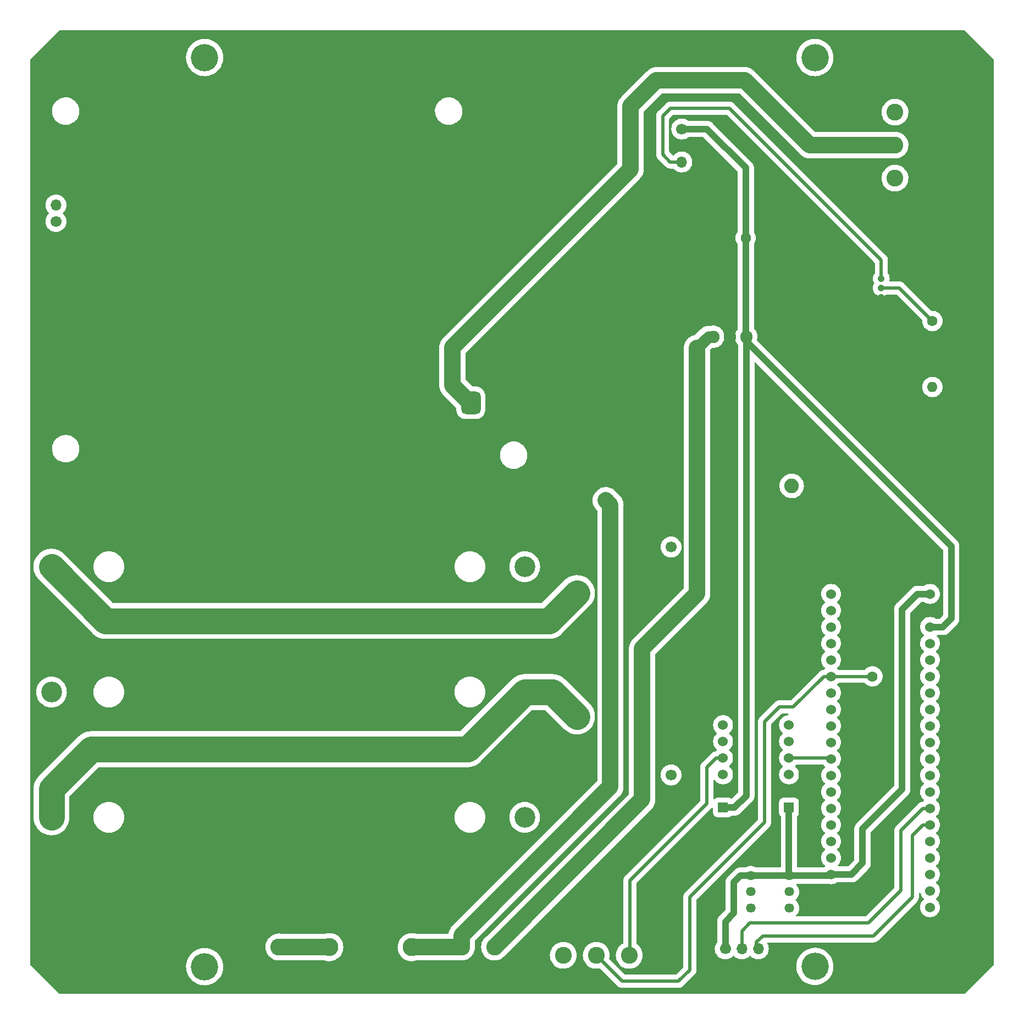
<source format=gbr>
G04 #@! TF.GenerationSoftware,KiCad,Pcbnew,(6.0.7)*
G04 #@! TF.CreationDate,2022-09-25T13:17:08+05:30*
G04 #@! TF.ProjectId,OstronElectronicsStack,4f737472-6f6e-4456-9c65-6374726f6e69,1.0*
G04 #@! TF.SameCoordinates,Original*
G04 #@! TF.FileFunction,Copper,L2,Bot*
G04 #@! TF.FilePolarity,Positive*
%FSLAX46Y46*%
G04 Gerber Fmt 4.6, Leading zero omitted, Abs format (unit mm)*
G04 Created by KiCad (PCBNEW (6.0.7)) date 2022-09-25 13:17:08*
%MOMM*%
%LPD*%
G01*
G04 APERTURE LIST*
G04 Aperture macros list*
%AMRoundRect*
0 Rectangle with rounded corners*
0 $1 Rounding radius*
0 $2 $3 $4 $5 $6 $7 $8 $9 X,Y pos of 4 corners*
0 Add a 4 corners polygon primitive as box body*
4,1,4,$2,$3,$4,$5,$6,$7,$8,$9,$2,$3,0*
0 Add four circle primitives for the rounded corners*
1,1,$1+$1,$2,$3*
1,1,$1+$1,$4,$5*
1,1,$1+$1,$6,$7*
1,1,$1+$1,$8,$9*
0 Add four rect primitives between the rounded corners*
20,1,$1+$1,$2,$3,$4,$5,0*
20,1,$1+$1,$4,$5,$6,$7,0*
20,1,$1+$1,$6,$7,$8,$9,0*
20,1,$1+$1,$8,$9,$2,$3,0*%
G04 Aperture macros list end*
G04 #@! TA.AperFunction,ComponentPad*
%ADD10C,3.200000*%
G04 #@! TD*
G04 #@! TA.AperFunction,WasherPad*
%ADD11C,4.200000*%
G04 #@! TD*
G04 #@! TA.AperFunction,ComponentPad*
%ADD12C,2.250000*%
G04 #@! TD*
G04 #@! TA.AperFunction,ComponentPad*
%ADD13C,1.755000*%
G04 #@! TD*
G04 #@! TA.AperFunction,ComponentPad*
%ADD14C,2.000000*%
G04 #@! TD*
G04 #@! TA.AperFunction,ComponentPad*
%ADD15C,1.600000*%
G04 #@! TD*
G04 #@! TA.AperFunction,ComponentPad*
%ADD16C,2.800000*%
G04 #@! TD*
G04 #@! TA.AperFunction,ComponentPad*
%ADD17O,2.800000X2.800000*%
G04 #@! TD*
G04 #@! TA.AperFunction,ComponentPad*
%ADD18C,1.700000*%
G04 #@! TD*
G04 #@! TA.AperFunction,ComponentPad*
%ADD19O,1.700000X1.700000*%
G04 #@! TD*
G04 #@! TA.AperFunction,ComponentPad*
%ADD20RoundRect,0.875000X-0.875000X-0.875000X0.875000X-0.875000X0.875000X0.875000X-0.875000X0.875000X0*%
G04 #@! TD*
G04 #@! TA.AperFunction,ComponentPad*
%ADD21RoundRect,0.750000X-0.750000X-1.000000X0.750000X-1.000000X0.750000X1.000000X-0.750000X1.000000X0*%
G04 #@! TD*
G04 #@! TA.AperFunction,ComponentPad*
%ADD22R,3.500000X3.500000*%
G04 #@! TD*
G04 #@! TA.AperFunction,ComponentPad*
%ADD23C,2.600000*%
G04 #@! TD*
G04 #@! TA.AperFunction,ComponentPad*
%ADD24C,1.050000*%
G04 #@! TD*
G04 #@! TA.AperFunction,ComponentPad*
%ADD25O,1.600000X1.600000*%
G04 #@! TD*
G04 #@! TA.AperFunction,ComponentPad*
%ADD26C,1.905000*%
G04 #@! TD*
G04 #@! TA.AperFunction,ComponentPad*
%ADD27O,1.905000X2.000000*%
G04 #@! TD*
G04 #@! TA.AperFunction,ComponentPad*
%ADD28C,1.524000*%
G04 #@! TD*
G04 #@! TA.AperFunction,ComponentPad*
%ADD29R,1.524000X1.524000*%
G04 #@! TD*
G04 #@! TA.AperFunction,ComponentPad*
%ADD30C,1.458000*%
G04 #@! TD*
G04 #@! TA.AperFunction,Conductor*
%ADD31C,4.000000*%
G04 #@! TD*
G04 #@! TA.AperFunction,Conductor*
%ADD32C,2.540000*%
G04 #@! TD*
G04 #@! TA.AperFunction,Conductor*
%ADD33C,0.500000*%
G04 #@! TD*
G04 #@! TA.AperFunction,Conductor*
%ADD34C,1.000000*%
G04 #@! TD*
G04 #@! TA.AperFunction,Conductor*
%ADD35C,1.750000*%
G04 #@! TD*
G04 APERTURE END LIST*
D10*
X24062000Y-110494000D03*
X96962000Y-110494000D03*
X24062000Y-129794000D03*
X96962000Y-129794000D03*
X24062000Y-149094000D03*
X96962000Y-149094000D03*
D11*
X141660000Y-172060000D03*
X141660000Y-32060000D03*
X47660000Y-32060000D03*
D12*
X138088000Y-98044000D03*
D13*
X158088000Y-98044000D03*
D14*
X123510000Y-87560000D03*
X128510000Y-87560000D03*
D15*
X131010000Y-59850000D03*
X128510000Y-59850000D03*
D16*
X79560000Y-169080000D03*
D17*
X66860000Y-169080000D03*
D18*
X24760000Y-57310000D03*
D19*
X24760000Y-54770000D03*
X24760000Y-52230000D03*
D20*
X91660000Y-80540000D03*
D21*
X88660000Y-85240000D03*
D22*
X94660000Y-85240000D03*
D18*
X109510000Y-100210000D03*
X114510000Y-100210000D03*
X105010000Y-114560000D03*
X105010000Y-133560000D03*
X119510000Y-142560000D03*
D23*
X102910000Y-170350000D03*
X107990000Y-170350000D03*
X113070000Y-170350000D03*
X118150000Y-170350000D03*
D18*
X127860000Y-169350000D03*
D19*
X130400000Y-169350000D03*
X132940000Y-169350000D03*
X135480000Y-169350000D03*
D23*
X54010000Y-169060000D03*
X59090000Y-169060000D03*
X154010000Y-50640000D03*
X154010000Y-45560000D03*
X154010000Y-40480000D03*
D18*
X121160000Y-43060000D03*
D19*
X121160000Y-45600000D03*
X121160000Y-48140000D03*
D24*
X151898000Y-66103500D03*
X151898000Y-67564000D03*
X151898000Y-69024500D03*
D15*
X159772000Y-72644000D03*
D25*
X159772000Y-82804000D03*
D26*
X126010000Y-75060000D03*
D27*
X128550000Y-75060000D03*
X131090000Y-75060000D03*
D28*
X127514000Y-145034000D03*
X137674000Y-145034000D03*
D29*
X127514000Y-147574000D03*
D28*
X127514000Y-134874000D03*
X127514000Y-137414000D03*
X127514000Y-139954000D03*
X127514000Y-142494000D03*
D29*
X137674000Y-147574000D03*
D28*
X137674000Y-134874000D03*
X137674000Y-137414000D03*
X137674000Y-139954000D03*
X137674000Y-142494000D03*
X159391000Y-114681000D03*
X144151000Y-157861000D03*
X159391000Y-119761000D03*
X159391000Y-117221000D03*
X144151000Y-160401000D03*
X144151000Y-162941000D03*
X144151000Y-155321000D03*
X144151000Y-124841000D03*
X144151000Y-127381000D03*
X144151000Y-129921000D03*
X144151000Y-132461000D03*
X144151000Y-135001000D03*
X144151000Y-137541000D03*
X144151000Y-140081000D03*
X144151000Y-142621000D03*
X159391000Y-152781000D03*
X159391000Y-150241000D03*
X159391000Y-147701000D03*
X159391000Y-145161000D03*
X159391000Y-142621000D03*
X159391000Y-140081000D03*
X144151000Y-145161000D03*
X144151000Y-147701000D03*
X159391000Y-137541000D03*
X159391000Y-135001000D03*
X159391000Y-132461000D03*
X159391000Y-129921000D03*
X159391000Y-127381000D03*
X159391000Y-124841000D03*
X159391000Y-122301000D03*
X144151000Y-150241000D03*
X144151000Y-152781000D03*
X159391000Y-162941000D03*
X159391000Y-160401000D03*
X159391000Y-157861000D03*
X159391000Y-155321000D03*
X144151000Y-117221000D03*
X144151000Y-119761000D03*
X144151000Y-122301000D03*
X144151000Y-114681000D03*
D30*
X137760000Y-160560000D03*
X131760000Y-160560000D03*
X137760000Y-158060000D03*
X131760000Y-158060000D03*
X137760000Y-163060000D03*
X131760000Y-163060000D03*
D15*
X150530000Y-127380000D03*
D25*
X150530000Y-137540000D03*
D18*
X119510000Y-107450000D03*
D23*
X87240000Y-169080000D03*
X92320000Y-169080000D03*
D11*
X47660000Y-172100000D03*
D31*
X101244000Y-129794000D02*
X105010000Y-133560000D01*
X96962000Y-129794000D02*
X101244000Y-129794000D01*
X88156000Y-138600000D02*
X96962000Y-129794000D01*
X30160000Y-138600000D02*
X88156000Y-138600000D01*
X24062000Y-144698000D02*
X30160000Y-138600000D01*
X24062000Y-149094000D02*
X24062000Y-144698000D01*
D32*
X87240000Y-167270000D02*
X87240000Y-169080000D01*
X110160000Y-144350000D02*
X87240000Y-167270000D01*
X110160000Y-100964000D02*
X110160000Y-144350000D01*
X109458000Y-100262000D02*
X110160000Y-100964000D01*
D31*
X32418000Y-118850000D02*
X100720000Y-118850000D01*
X100720000Y-118850000D02*
X105010000Y-114560000D01*
X24062000Y-110494000D02*
X32418000Y-118850000D01*
D33*
X132660000Y-169070000D02*
X132940000Y-169350000D01*
X133660000Y-167350000D02*
X132660000Y-168350000D01*
X132660000Y-168350000D02*
X132660000Y-169070000D01*
X156660000Y-161350000D02*
X150660000Y-167350000D01*
X156660000Y-151850000D02*
X156660000Y-161350000D01*
X150660000Y-167350000D02*
X133660000Y-167350000D01*
X158269000Y-150241000D02*
X156660000Y-151850000D01*
X159391000Y-150241000D02*
X158269000Y-150241000D01*
X131660000Y-165350000D02*
X130400000Y-166610000D01*
X130400000Y-166610000D02*
X130400000Y-169350000D01*
X149910000Y-165350000D02*
X131660000Y-165350000D01*
X154910000Y-160350000D02*
X149910000Y-165350000D01*
X154910000Y-151104370D02*
X154910000Y-160350000D01*
X158313370Y-147701000D02*
X154910000Y-151104370D01*
X159391000Y-147701000D02*
X158313370Y-147701000D01*
D34*
X129160000Y-163850000D02*
X127860000Y-165150000D01*
X129160000Y-159100000D02*
X129160000Y-163850000D01*
X130200000Y-158060000D02*
X129160000Y-159100000D01*
X131760000Y-158060000D02*
X130200000Y-158060000D01*
X127860000Y-165150000D02*
X127860000Y-169350000D01*
D32*
X85836000Y-76690000D02*
X85836000Y-82532000D01*
X113260000Y-49266000D02*
X85836000Y-76690000D01*
X85836000Y-82532000D02*
X88614000Y-85310000D01*
X130870000Y-35560000D02*
X117260000Y-35560000D01*
X140870000Y-45560000D02*
X130870000Y-35560000D01*
X154010000Y-45560000D02*
X140870000Y-45560000D01*
X117260000Y-35560000D02*
X113260000Y-39560000D01*
X113260000Y-39560000D02*
X113260000Y-49266000D01*
X79560000Y-169080000D02*
X87240000Y-169080000D01*
D34*
X131090000Y-145760000D02*
X129276000Y-147574000D01*
X129276000Y-147574000D02*
X127514000Y-147574000D01*
X131010000Y-74980000D02*
X131090000Y-75060000D01*
X131090000Y-75060000D02*
X131090000Y-145760000D01*
X162660000Y-107350000D02*
X162660000Y-118484000D01*
X121160000Y-43060000D02*
X125010000Y-43060000D01*
X161383000Y-119761000D02*
X159391000Y-119761000D01*
X131090000Y-75780000D02*
X162660000Y-107350000D01*
X162660000Y-118484000D02*
X161383000Y-119761000D01*
X131010000Y-49060000D02*
X131010000Y-74980000D01*
X125010000Y-43060000D02*
X131010000Y-49060000D01*
X131090000Y-75060000D02*
X131090000Y-75780000D01*
D32*
X66840000Y-169060000D02*
X66860000Y-169080000D01*
X59090000Y-169060000D02*
X66840000Y-169060000D01*
D33*
X125010000Y-146960000D02*
X113160000Y-158810000D01*
X113160000Y-158810000D02*
X113160000Y-170260000D01*
X125010000Y-141380370D02*
X125010000Y-146960000D01*
X126436370Y-139954000D02*
X125010000Y-141380370D01*
X127514000Y-139954000D02*
X126436370Y-139954000D01*
X113160000Y-170260000D02*
X113070000Y-170350000D01*
D34*
X155110000Y-117060000D02*
X157489000Y-114681000D01*
X149010000Y-150860000D02*
X155110000Y-144760000D01*
X137674000Y-147574000D02*
X137674000Y-157974000D01*
X144151000Y-157861000D02*
X147309000Y-157861000D01*
D33*
X143952000Y-158060000D02*
X144151000Y-157861000D01*
D34*
X149010000Y-156160000D02*
X149010000Y-150860000D01*
D33*
X137674000Y-157974000D02*
X137760000Y-158060000D01*
D34*
X137760000Y-158060000D02*
X131760000Y-158060000D01*
X157489000Y-114681000D02*
X159391000Y-114681000D01*
X137760000Y-158060000D02*
X143952000Y-158060000D01*
X155110000Y-144760000D02*
X155110000Y-117060000D01*
X147309000Y-157861000D02*
X149010000Y-156160000D01*
D33*
X151898000Y-67564000D02*
X153148000Y-67564000D01*
X154688000Y-67560000D02*
X159772000Y-72644000D01*
X153148000Y-67564000D02*
X153152000Y-67560000D01*
X153152000Y-67560000D02*
X154688000Y-67560000D01*
X144024000Y-139954000D02*
X144151000Y-140081000D01*
X137674000Y-139954000D02*
X144024000Y-139954000D01*
X151898000Y-63248000D02*
X151898000Y-66294000D01*
X118210000Y-46960000D02*
X118210000Y-41060000D01*
X119390000Y-48140000D02*
X118210000Y-46960000D01*
X121160000Y-48140000D02*
X119390000Y-48140000D01*
X118210000Y-41060000D02*
X119410000Y-39860000D01*
X128510000Y-39860000D02*
X151898000Y-63248000D01*
X119410000Y-39860000D02*
X128510000Y-39860000D01*
X122410000Y-172600000D02*
X120660000Y-174350000D01*
X136160000Y-132100000D02*
X133910000Y-134350000D01*
X144151000Y-127381000D02*
X143073370Y-127381000D01*
X111990000Y-174350000D02*
X107990000Y-170350000D01*
X133910000Y-149850000D02*
X122410000Y-161350000D01*
X122410000Y-161350000D02*
X122410000Y-172600000D01*
X138354370Y-132100000D02*
X136160000Y-132100000D01*
X133910000Y-134350000D02*
X133910000Y-149850000D01*
X150530000Y-127380000D02*
X144152000Y-127380000D01*
X120660000Y-174350000D02*
X111990000Y-174350000D01*
X143073370Y-127381000D02*
X138354370Y-132100000D01*
D32*
X123510000Y-114640000D02*
X115060000Y-123090000D01*
X123510000Y-87560000D02*
X123510000Y-76790000D01*
D35*
X125240000Y-75060000D02*
X123510000Y-76790000D01*
D32*
X115060000Y-146340000D02*
X92320000Y-169080000D01*
X115060000Y-123090000D02*
X115060000Y-146340000D01*
X123510000Y-87560000D02*
X123510000Y-114640000D01*
D35*
X126010000Y-75060000D02*
X125240000Y-75060000D01*
G04 #@! TA.AperFunction,Conductor*
G36*
X164710922Y-27840502D02*
G01*
X164731896Y-27857405D01*
X169212595Y-32338104D01*
X169246621Y-32400416D01*
X169249500Y-32427199D01*
X169249500Y-171692801D01*
X169229498Y-171760922D01*
X169212595Y-171781896D01*
X164731895Y-176262595D01*
X164669583Y-176296621D01*
X164642800Y-176299500D01*
X25377199Y-176299500D01*
X25309078Y-176279498D01*
X25288104Y-176262595D01*
X21035507Y-172009997D01*
X44796066Y-172009997D01*
X44796161Y-172013627D01*
X44796161Y-172013629D01*
X44803883Y-172308527D01*
X44804701Y-172339766D01*
X44851182Y-172666357D01*
X44934892Y-172985441D01*
X45054722Y-173292789D01*
X45056426Y-173296007D01*
X45181735Y-173532674D01*
X45209084Y-173584328D01*
X45211136Y-173587313D01*
X45211141Y-173587322D01*
X45393874Y-173853200D01*
X45393880Y-173853207D01*
X45395931Y-173856192D01*
X45398319Y-173858929D01*
X45577184Y-174063966D01*
X45612787Y-174104779D01*
X45856778Y-174326794D01*
X46124670Y-174519293D01*
X46412911Y-174679727D01*
X46416261Y-174681115D01*
X46416266Y-174681117D01*
X46565297Y-174742847D01*
X46717683Y-174805967D01*
X46721177Y-174806962D01*
X46721179Y-174806963D01*
X47031443Y-174895344D01*
X47031448Y-174895345D01*
X47034944Y-174896341D01*
X47209613Y-174924944D01*
X47356909Y-174949065D01*
X47356916Y-174949066D01*
X47360490Y-174949651D01*
X47525248Y-174957421D01*
X47686378Y-174965020D01*
X47686379Y-174965020D01*
X47690005Y-174965191D01*
X47699624Y-174964535D01*
X48015492Y-174943002D01*
X48015500Y-174943001D01*
X48019123Y-174942754D01*
X48022699Y-174942091D01*
X48022701Y-174942091D01*
X48339916Y-174883299D01*
X48339920Y-174883298D01*
X48343481Y-174882638D01*
X48658780Y-174785639D01*
X48701326Y-174766963D01*
X48809810Y-174719342D01*
X48960841Y-174653044D01*
X49029293Y-174613044D01*
X49242529Y-174488438D01*
X49245659Y-174486609D01*
X49509461Y-174288541D01*
X49700532Y-174107222D01*
X49746115Y-174063966D01*
X49746119Y-174063962D01*
X49748749Y-174061466D01*
X49960351Y-173808392D01*
X49988615Y-173765364D01*
X50139477Y-173535700D01*
X50139482Y-173535691D01*
X50141464Y-173532674D01*
X50229143Y-173358344D01*
X50288059Y-173241203D01*
X50288062Y-173241195D01*
X50289686Y-173237967D01*
X50316516Y-173164652D01*
X50401806Y-172931588D01*
X50401807Y-172931584D01*
X50403054Y-172928177D01*
X50480063Y-172607409D01*
X50483901Y-172575696D01*
X50519358Y-172282696D01*
X50519359Y-172282689D01*
X50519694Y-172279917D01*
X50525348Y-172100000D01*
X50523203Y-172062797D01*
X50506568Y-171774285D01*
X50506567Y-171774280D01*
X50506359Y-171770665D01*
X50449642Y-171445695D01*
X50355951Y-171129398D01*
X50353003Y-171122485D01*
X50255621Y-170894178D01*
X50226526Y-170825965D01*
X50201911Y-170782811D01*
X50064886Y-170542580D01*
X50064881Y-170542573D01*
X50063083Y-170539420D01*
X49867789Y-170273558D01*
X49643231Y-170031906D01*
X49392387Y-169817665D01*
X49118581Y-169633675D01*
X49044995Y-169595694D01*
X48828662Y-169484036D01*
X48825442Y-169482374D01*
X48516856Y-169365769D01*
X48513335Y-169364885D01*
X48513330Y-169364883D01*
X48313004Y-169314565D01*
X48196913Y-169285405D01*
X48130055Y-169276603D01*
X47873457Y-169242821D01*
X47873449Y-169242820D01*
X47869853Y-169242347D01*
X47732095Y-169240183D01*
X47543654Y-169237222D01*
X47543650Y-169237222D01*
X47540012Y-169237165D01*
X47536398Y-169237526D01*
X47536392Y-169237526D01*
X47329360Y-169258191D01*
X47211761Y-169269929D01*
X46889451Y-169340204D01*
X46886020Y-169341379D01*
X46886019Y-169341379D01*
X46580786Y-169445884D01*
X46580781Y-169445886D01*
X46577355Y-169447059D01*
X46574087Y-169448618D01*
X46574079Y-169448621D01*
X46453417Y-169506174D01*
X46279608Y-169589076D01*
X46276529Y-169591007D01*
X46276528Y-169591008D01*
X46270893Y-169594543D01*
X46000158Y-169764375D01*
X45997322Y-169766647D01*
X45997315Y-169766652D01*
X45795472Y-169928359D01*
X45742708Y-169970631D01*
X45510671Y-170205111D01*
X45508430Y-170207969D01*
X45436618Y-170299555D01*
X45307122Y-170464707D01*
X45263135Y-170536488D01*
X45145701Y-170728123D01*
X45134759Y-170745978D01*
X45133240Y-170749250D01*
X45133237Y-170749256D01*
X45077913Y-170868443D01*
X44995867Y-171045195D01*
X44994727Y-171048642D01*
X44932333Y-171237304D01*
X44892286Y-171358393D01*
X44891550Y-171361948D01*
X44891549Y-171361951D01*
X44873468Y-171449260D01*
X44825390Y-171681421D01*
X44825067Y-171685043D01*
X44825066Y-171685048D01*
X44796751Y-172002317D01*
X44796066Y-172009997D01*
X21035507Y-172009997D01*
X20807405Y-171781895D01*
X20773379Y-171719583D01*
X20770500Y-171692800D01*
X20770500Y-169038372D01*
X57024798Y-169038372D01*
X57040971Y-169318853D01*
X57041796Y-169323058D01*
X57041797Y-169323066D01*
X57064953Y-169441093D01*
X57095059Y-169594543D01*
X57096446Y-169598594D01*
X57183817Y-169853784D01*
X57186062Y-169860342D01*
X57312297Y-170111331D01*
X57374978Y-170202533D01*
X57461465Y-170328372D01*
X57471426Y-170342866D01*
X57660506Y-170550662D01*
X57663795Y-170553412D01*
X57872746Y-170728123D01*
X57872751Y-170728127D01*
X57876038Y-170730875D01*
X57963177Y-170785537D01*
X58110394Y-170877886D01*
X58110398Y-170877888D01*
X58114034Y-170880169D01*
X58173912Y-170907205D01*
X58366177Y-170994017D01*
X58366181Y-170994019D01*
X58370089Y-170995783D01*
X58413500Y-171008642D01*
X58635352Y-171074358D01*
X58635357Y-171074359D01*
X58639465Y-171075576D01*
X58643699Y-171076224D01*
X58643704Y-171076225D01*
X58912937Y-171117423D01*
X58912939Y-171117423D01*
X58917179Y-171118072D01*
X59060195Y-171120319D01*
X59193799Y-171122418D01*
X59193805Y-171122418D01*
X59198090Y-171122485D01*
X59454855Y-171091413D01*
X59469991Y-171090500D01*
X66035437Y-171090500D01*
X66087285Y-171101662D01*
X66105151Y-171109729D01*
X66109262Y-171110947D01*
X66109268Y-171110949D01*
X66383488Y-171192177D01*
X66387600Y-171193395D01*
X66391834Y-171194043D01*
X66391839Y-171194044D01*
X66674550Y-171237304D01*
X66674552Y-171237304D01*
X66678792Y-171237953D01*
X66828769Y-171240309D01*
X66969045Y-171242513D01*
X66969051Y-171242513D01*
X66973336Y-171242580D01*
X67265783Y-171207190D01*
X67550722Y-171132438D01*
X67554682Y-171130798D01*
X67554687Y-171130796D01*
X67701497Y-171069985D01*
X67822879Y-171019707D01*
X67827507Y-171017003D01*
X68073521Y-170873244D01*
X68073522Y-170873244D01*
X68077219Y-170871083D01*
X68240703Y-170742895D01*
X68305662Y-170691960D01*
X68309034Y-170689316D01*
X68514037Y-170477770D01*
X68516570Y-170474322D01*
X68516574Y-170474317D01*
X68685895Y-170243814D01*
X68688433Y-170240359D01*
X68692126Y-170233558D01*
X68826944Y-169985252D01*
X68826945Y-169985250D01*
X68828994Y-169981476D01*
X68933121Y-169705912D01*
X68998887Y-169418766D01*
X69025073Y-169125352D01*
X69025548Y-169080000D01*
X69024002Y-169057323D01*
X77394571Y-169057323D01*
X77411528Y-169351415D01*
X77412353Y-169355620D01*
X77412354Y-169355628D01*
X77430599Y-169448621D01*
X77468241Y-169640485D01*
X77469628Y-169644535D01*
X77469629Y-169644540D01*
X77550362Y-169880342D01*
X77563661Y-169919184D01*
X77601572Y-169994561D01*
X77687350Y-170165111D01*
X77696022Y-170182354D01*
X77698448Y-170185883D01*
X77698451Y-170185889D01*
X77758705Y-170273558D01*
X77862874Y-170425125D01*
X77865761Y-170428298D01*
X77865762Y-170428299D01*
X77930477Y-170499420D01*
X78061131Y-170643006D01*
X78064420Y-170645756D01*
X78283831Y-170829213D01*
X78283836Y-170829217D01*
X78287123Y-170831965D01*
X78398665Y-170901935D01*
X78533029Y-170986222D01*
X78533033Y-170986224D01*
X78536669Y-170988505D01*
X78540579Y-170990270D01*
X78540580Y-170990271D01*
X78573633Y-171005195D01*
X78805151Y-171109729D01*
X79087600Y-171193395D01*
X79091834Y-171194043D01*
X79091839Y-171194044D01*
X79374550Y-171237304D01*
X79374552Y-171237304D01*
X79378792Y-171237953D01*
X79528769Y-171240309D01*
X79669045Y-171242513D01*
X79669051Y-171242513D01*
X79673336Y-171242580D01*
X79965783Y-171207190D01*
X80250722Y-171132438D01*
X80280531Y-171120091D01*
X80328748Y-171110500D01*
X86877411Y-171110500D01*
X86896470Y-171111950D01*
X87062937Y-171137423D01*
X87062939Y-171137423D01*
X87067179Y-171138072D01*
X87210195Y-171140319D01*
X87343799Y-171142418D01*
X87343805Y-171142418D01*
X87348090Y-171142485D01*
X87627001Y-171108733D01*
X87898751Y-171037440D01*
X88158312Y-170929927D01*
X88400879Y-170788182D01*
X88621965Y-170614828D01*
X88817479Y-170413073D01*
X88983803Y-170186651D01*
X89011920Y-170134866D01*
X89115809Y-169943527D01*
X89115810Y-169943525D01*
X89117859Y-169939751D01*
X89217166Y-169676942D01*
X89279888Y-169403086D01*
X89297808Y-169202290D01*
X89304642Y-169125721D01*
X89304642Y-169125714D01*
X89304862Y-169123253D01*
X89305315Y-169080000D01*
X89303841Y-169058372D01*
X90254798Y-169058372D01*
X90270971Y-169338853D01*
X90271796Y-169343058D01*
X90271797Y-169343066D01*
X90303798Y-169506174D01*
X90325059Y-169614543D01*
X90326446Y-169618594D01*
X90405404Y-169849211D01*
X90416062Y-169880342D01*
X90542297Y-170131331D01*
X90594969Y-170207969D01*
X90694291Y-170352484D01*
X90701426Y-170362866D01*
X90704313Y-170366039D01*
X90704314Y-170366040D01*
X90771056Y-170439388D01*
X90890506Y-170570662D01*
X90893795Y-170573412D01*
X91102746Y-170748123D01*
X91102751Y-170748127D01*
X91106038Y-170750875D01*
X91170478Y-170791298D01*
X91340394Y-170897886D01*
X91340398Y-170897888D01*
X91344034Y-170900169D01*
X91442074Y-170944436D01*
X91596177Y-171014017D01*
X91596181Y-171014019D01*
X91600089Y-171015783D01*
X91604208Y-171017003D01*
X91865352Y-171094358D01*
X91865357Y-171094359D01*
X91869465Y-171095576D01*
X91873699Y-171096224D01*
X91873704Y-171096225D01*
X92142937Y-171137423D01*
X92142939Y-171137423D01*
X92147179Y-171138072D01*
X92290195Y-171140319D01*
X92423799Y-171142418D01*
X92423805Y-171142418D01*
X92428090Y-171142485D01*
X92707001Y-171108733D01*
X92978751Y-171037440D01*
X93238312Y-170929927D01*
X93480879Y-170788182D01*
X93701965Y-170614828D01*
X93897479Y-170413073D01*
X93900012Y-170409625D01*
X93900016Y-170409620D01*
X93959698Y-170328372D01*
X100844798Y-170328372D01*
X100860971Y-170608853D01*
X100861796Y-170613058D01*
X100861797Y-170613066D01*
X100888517Y-170749256D01*
X100915059Y-170884543D01*
X100916446Y-170888594D01*
X100999371Y-171130798D01*
X101006062Y-171150342D01*
X101132297Y-171401331D01*
X101291426Y-171632866D01*
X101480506Y-171840662D01*
X101483795Y-171843412D01*
X101692746Y-172018123D01*
X101692751Y-172018127D01*
X101696038Y-172020875D01*
X101762868Y-172062797D01*
X101930394Y-172167886D01*
X101930398Y-172167888D01*
X101934034Y-172170169D01*
X102003577Y-172201569D01*
X102186177Y-172284017D01*
X102186181Y-172284019D01*
X102190089Y-172285783D01*
X102194208Y-172287003D01*
X102455352Y-172364358D01*
X102455357Y-172364359D01*
X102459465Y-172365576D01*
X102463699Y-172366224D01*
X102463704Y-172366225D01*
X102732937Y-172407423D01*
X102732939Y-172407423D01*
X102737179Y-172408072D01*
X102880195Y-172410319D01*
X103013799Y-172412418D01*
X103013805Y-172412418D01*
X103018090Y-172412485D01*
X103297001Y-172378733D01*
X103509859Y-172322890D01*
X103564608Y-172308527D01*
X103564609Y-172308527D01*
X103568751Y-172307440D01*
X103828312Y-172199927D01*
X104070879Y-172058182D01*
X104291965Y-171884828D01*
X104487479Y-171683073D01*
X104653803Y-171456651D01*
X104681920Y-171404866D01*
X104785809Y-171213527D01*
X104785810Y-171213525D01*
X104787859Y-171209751D01*
X104887166Y-170946942D01*
X104949888Y-170673086D01*
X104966357Y-170488555D01*
X104974642Y-170395721D01*
X104974642Y-170395714D01*
X104974862Y-170393253D01*
X104975315Y-170350000D01*
X104974829Y-170342866D01*
X104973841Y-170328372D01*
X105924798Y-170328372D01*
X105940971Y-170608853D01*
X105941796Y-170613058D01*
X105941797Y-170613066D01*
X105968517Y-170749256D01*
X105995059Y-170884543D01*
X105996446Y-170888594D01*
X106079371Y-171130798D01*
X106086062Y-171150342D01*
X106212297Y-171401331D01*
X106371426Y-171632866D01*
X106560506Y-171840662D01*
X106563795Y-171843412D01*
X106772746Y-172018123D01*
X106772751Y-172018127D01*
X106776038Y-172020875D01*
X106842868Y-172062797D01*
X107010394Y-172167886D01*
X107010398Y-172167888D01*
X107014034Y-172170169D01*
X107083577Y-172201569D01*
X107266177Y-172284017D01*
X107266181Y-172284019D01*
X107270089Y-172285783D01*
X107274208Y-172287003D01*
X107535352Y-172364358D01*
X107535357Y-172364359D01*
X107539465Y-172365576D01*
X107543699Y-172366224D01*
X107543704Y-172366225D01*
X107812937Y-172407423D01*
X107812939Y-172407423D01*
X107817179Y-172408072D01*
X107960195Y-172410319D01*
X108093799Y-172412418D01*
X108093805Y-172412418D01*
X108098090Y-172412485D01*
X108377001Y-172378733D01*
X108381149Y-172377645D01*
X108381153Y-172377644D01*
X108475531Y-172352884D01*
X108546498Y-172354944D01*
X108596601Y-172385664D01*
X111231660Y-175020723D01*
X111240762Y-175030866D01*
X111264532Y-175060430D01*
X111269249Y-175064388D01*
X111269251Y-175064390D01*
X111303053Y-175092753D01*
X111306706Y-175095940D01*
X111308542Y-175097605D01*
X111310726Y-175099789D01*
X111313105Y-175101743D01*
X111313117Y-175101754D01*
X111344021Y-175127139D01*
X111345036Y-175127981D01*
X111355589Y-175136836D01*
X111416339Y-175187811D01*
X111421017Y-175190383D01*
X111425143Y-175193772D01*
X111507221Y-175237782D01*
X111508350Y-175238395D01*
X111528977Y-175249734D01*
X111584598Y-175280313D01*
X111584603Y-175280315D01*
X111589996Y-175283280D01*
X111595083Y-175284894D01*
X111599791Y-175287418D01*
X111622936Y-175294494D01*
X111688898Y-175314661D01*
X111690157Y-175315053D01*
X111729735Y-175327608D01*
X111778889Y-175343200D01*
X111784191Y-175343795D01*
X111789301Y-175345357D01*
X111882050Y-175354778D01*
X111883216Y-175354902D01*
X111933120Y-175360500D01*
X111936644Y-175360500D01*
X111937663Y-175360557D01*
X111943362Y-175361006D01*
X111980327Y-175364761D01*
X111980333Y-175364761D01*
X111986456Y-175365383D01*
X112032197Y-175361059D01*
X112044056Y-175360500D01*
X120598054Y-175360500D01*
X120611662Y-175361237D01*
X120643242Y-175364668D01*
X120643246Y-175364668D01*
X120649367Y-175365333D01*
X120655506Y-175364796D01*
X120655512Y-175364796D01*
X120699451Y-175360952D01*
X120704283Y-175360622D01*
X120706782Y-175360500D01*
X120709862Y-175360500D01*
X120712917Y-175360200D01*
X120712926Y-175360200D01*
X120752748Y-175356295D01*
X120754062Y-175356173D01*
X120798372Y-175352296D01*
X120846782Y-175348061D01*
X120851906Y-175346572D01*
X120857223Y-175346051D01*
X120863124Y-175344269D01*
X120863126Y-175344269D01*
X120946426Y-175319119D01*
X120947692Y-175318744D01*
X120992311Y-175305781D01*
X121037083Y-175292774D01*
X121041821Y-175290318D01*
X121046935Y-175288774D01*
X121052372Y-175285883D01*
X121052377Y-175285881D01*
X121129214Y-175245025D01*
X121130383Y-175244411D01*
X121207542Y-175204416D01*
X121207546Y-175204414D01*
X121213020Y-175201576D01*
X121217188Y-175198248D01*
X121221908Y-175195739D01*
X121231629Y-175187811D01*
X121294130Y-175136836D01*
X121295158Y-175136007D01*
X121331559Y-175106949D01*
X121331561Y-175106948D01*
X121334311Y-175104752D01*
X121336802Y-175102261D01*
X121337558Y-175101585D01*
X121341906Y-175097871D01*
X121370702Y-175074385D01*
X121375478Y-175070490D01*
X121404776Y-175035074D01*
X121412755Y-175026308D01*
X123080718Y-173358344D01*
X123090861Y-173349242D01*
X123120430Y-173325468D01*
X123124389Y-173320750D01*
X123124394Y-173320745D01*
X123152765Y-173286933D01*
X123155956Y-173283275D01*
X123157601Y-173281461D01*
X123159789Y-173279273D01*
X123187156Y-173245956D01*
X123187878Y-173245086D01*
X123247811Y-173173661D01*
X123250383Y-173168983D01*
X123253772Y-173164857D01*
X123297799Y-173082747D01*
X123298411Y-173081620D01*
X123340313Y-173005402D01*
X123340315Y-173005397D01*
X123343280Y-173000004D01*
X123344894Y-172994917D01*
X123347418Y-172990209D01*
X123374661Y-172901102D01*
X123375053Y-172899843D01*
X123401337Y-172816983D01*
X123403200Y-172811111D01*
X123403795Y-172805809D01*
X123405357Y-172800699D01*
X123414778Y-172707950D01*
X123414911Y-172706703D01*
X123419044Y-172669860D01*
X123420500Y-172656880D01*
X123420500Y-172653356D01*
X123420557Y-172652337D01*
X123421006Y-172646638D01*
X123424761Y-172609673D01*
X123424761Y-172609667D01*
X123425383Y-172603544D01*
X123421059Y-172557799D01*
X123420500Y-172545943D01*
X123420500Y-171969997D01*
X138796066Y-171969997D01*
X138796161Y-171973627D01*
X138796161Y-171973629D01*
X138802020Y-172197368D01*
X138804701Y-172299766D01*
X138851182Y-172626357D01*
X138934892Y-172945441D01*
X139054722Y-173252789D01*
X139056426Y-173256007D01*
X139204516Y-173535700D01*
X139209084Y-173544328D01*
X139211136Y-173547313D01*
X139211141Y-173547322D01*
X139393874Y-173813200D01*
X139393880Y-173813207D01*
X139395931Y-173816192D01*
X139398319Y-173818929D01*
X139577184Y-174023966D01*
X139612787Y-174064779D01*
X139856778Y-174286794D01*
X140124670Y-174479293D01*
X140412911Y-174639727D01*
X140416261Y-174641115D01*
X140416266Y-174641117D01*
X140505214Y-174677960D01*
X140717683Y-174765967D01*
X140721177Y-174766962D01*
X140721179Y-174766963D01*
X141031443Y-174855344D01*
X141031448Y-174855345D01*
X141034944Y-174856341D01*
X141221870Y-174886951D01*
X141356909Y-174909065D01*
X141356916Y-174909066D01*
X141360490Y-174909651D01*
X141525248Y-174917421D01*
X141686378Y-174925020D01*
X141686379Y-174925020D01*
X141690005Y-174925191D01*
X141699624Y-174924535D01*
X142015492Y-174903002D01*
X142015500Y-174903001D01*
X142019123Y-174902754D01*
X142022699Y-174902091D01*
X142022701Y-174902091D01*
X142339916Y-174843299D01*
X142339920Y-174843298D01*
X142343481Y-174842638D01*
X142658780Y-174745639D01*
X142960841Y-174613044D01*
X143245659Y-174446609D01*
X143408489Y-174324353D01*
X143506554Y-174250724D01*
X143506558Y-174250721D01*
X143509461Y-174248541D01*
X143700532Y-174067222D01*
X143746115Y-174023966D01*
X143746119Y-174023962D01*
X143748749Y-174021466D01*
X143960351Y-173768392D01*
X144083370Y-173581114D01*
X144139477Y-173495700D01*
X144139482Y-173495691D01*
X144141464Y-173492674D01*
X144246928Y-173282982D01*
X144288059Y-173201203D01*
X144288062Y-173201195D01*
X144289686Y-173197967D01*
X144301878Y-173164652D01*
X144401806Y-172891588D01*
X144401807Y-172891584D01*
X144403054Y-172888177D01*
X144469613Y-172610938D01*
X144479216Y-172570938D01*
X144479217Y-172570934D01*
X144480063Y-172567409D01*
X144481226Y-172557800D01*
X144519358Y-172242696D01*
X144519359Y-172242689D01*
X144519694Y-172239917D01*
X144521831Y-172171935D01*
X144525260Y-172062797D01*
X144525348Y-172060000D01*
X144523092Y-172020875D01*
X144506568Y-171734285D01*
X144506567Y-171734280D01*
X144506359Y-171730665D01*
X144488673Y-171629331D01*
X144450266Y-171409268D01*
X144450264Y-171409261D01*
X144449642Y-171405695D01*
X144448350Y-171401331D01*
X144395608Y-171223280D01*
X144355951Y-171089398D01*
X144350056Y-171075576D01*
X144227948Y-170789299D01*
X144226526Y-170785965D01*
X144206511Y-170750875D01*
X144064886Y-170502580D01*
X144064881Y-170502573D01*
X144063083Y-170499420D01*
X143867789Y-170233558D01*
X143643231Y-169991906D01*
X143392387Y-169777665D01*
X143118581Y-169593675D01*
X143112124Y-169590342D01*
X142828662Y-169444036D01*
X142825442Y-169442374D01*
X142516856Y-169325769D01*
X142513335Y-169324885D01*
X142513330Y-169324883D01*
X142350268Y-169283925D01*
X142196913Y-169245405D01*
X142134324Y-169237165D01*
X141873457Y-169202821D01*
X141873449Y-169202820D01*
X141869853Y-169202347D01*
X141732095Y-169200183D01*
X141543654Y-169197222D01*
X141543650Y-169197222D01*
X141540012Y-169197165D01*
X141536398Y-169197526D01*
X141536392Y-169197526D01*
X141306052Y-169220517D01*
X141211761Y-169229929D01*
X140889451Y-169300204D01*
X140886020Y-169301379D01*
X140886019Y-169301379D01*
X140580786Y-169405884D01*
X140580781Y-169405886D01*
X140577355Y-169407059D01*
X140574087Y-169408618D01*
X140574079Y-169408621D01*
X140422244Y-169481043D01*
X140279608Y-169549076D01*
X140000158Y-169724375D01*
X139997322Y-169726647D01*
X139997315Y-169726652D01*
X139850343Y-169844399D01*
X139742708Y-169930631D01*
X139740157Y-169933209D01*
X139560393Y-170114866D01*
X139510671Y-170165111D01*
X139508430Y-170167969D01*
X139405254Y-170299555D01*
X139307122Y-170424707D01*
X139305228Y-170427798D01*
X139188996Y-170617472D01*
X139134759Y-170705978D01*
X139133240Y-170709250D01*
X139133237Y-170709256D01*
X139095155Y-170791298D01*
X138995867Y-171005195D01*
X138994727Y-171008642D01*
X138917530Y-171242064D01*
X138892286Y-171318393D01*
X138891550Y-171321948D01*
X138891549Y-171321951D01*
X138827894Y-171629331D01*
X138825390Y-171641421D01*
X138825067Y-171645043D01*
X138825066Y-171645048D01*
X138803667Y-171884828D01*
X138796066Y-171969997D01*
X123420500Y-171969997D01*
X123420500Y-161820753D01*
X123440502Y-161752632D01*
X123457405Y-161731658D01*
X134580723Y-150608340D01*
X134590866Y-150599238D01*
X134615630Y-150579327D01*
X134620430Y-150575468D01*
X134650430Y-150539716D01*
X134652753Y-150536947D01*
X134655940Y-150533294D01*
X134657605Y-150531458D01*
X134659789Y-150529274D01*
X134661743Y-150526895D01*
X134661754Y-150526883D01*
X134687139Y-150495979D01*
X134687981Y-150494964D01*
X134743848Y-150428384D01*
X134747811Y-150423661D01*
X134750383Y-150418983D01*
X134753772Y-150414857D01*
X134797799Y-150332747D01*
X134798411Y-150331620D01*
X134840313Y-150255402D01*
X134840315Y-150255397D01*
X134843280Y-150250004D01*
X134844894Y-150244917D01*
X134847418Y-150240209D01*
X134874661Y-150151102D01*
X134875053Y-150149843D01*
X134890219Y-150102032D01*
X134903200Y-150061111D01*
X134903795Y-150055809D01*
X134905357Y-150050699D01*
X134914778Y-149957950D01*
X134914911Y-149956703D01*
X134920500Y-149906880D01*
X134920500Y-149903356D01*
X134920557Y-149902337D01*
X134921006Y-149896638D01*
X134924761Y-149859673D01*
X134924761Y-149859667D01*
X134925383Y-149853544D01*
X134921059Y-149807802D01*
X134920500Y-149795944D01*
X134920500Y-134820753D01*
X134940502Y-134752632D01*
X134957405Y-134731658D01*
X136541658Y-133147405D01*
X136603970Y-133113379D01*
X136630753Y-133110500D01*
X137469450Y-133110500D01*
X137537571Y-133130502D01*
X137584064Y-133184158D01*
X137594168Y-133254432D01*
X137564674Y-133319012D01*
X137504948Y-133357396D01*
X137479336Y-133362112D01*
X137435092Y-133365594D01*
X137430285Y-133366748D01*
X137430279Y-133366749D01*
X137284408Y-133401770D01*
X137202067Y-133421539D01*
X137197496Y-133423432D01*
X137197494Y-133423433D01*
X136985236Y-133511353D01*
X136985232Y-133511355D01*
X136980662Y-133513248D01*
X136776330Y-133638463D01*
X136772570Y-133641675D01*
X136772565Y-133641678D01*
X136643568Y-133751852D01*
X136594101Y-133794101D01*
X136590888Y-133797863D01*
X136441678Y-133972565D01*
X136441675Y-133972570D01*
X136438463Y-133976330D01*
X136313248Y-134180662D01*
X136311355Y-134185232D01*
X136311353Y-134185236D01*
X136223433Y-134397494D01*
X136221539Y-134402067D01*
X136220384Y-134406879D01*
X136166749Y-134630279D01*
X136166748Y-134630285D01*
X136165594Y-134635092D01*
X136146792Y-134874000D01*
X136165594Y-135112908D01*
X136166748Y-135117715D01*
X136166749Y-135117721D01*
X136194900Y-135234974D01*
X136221539Y-135345933D01*
X136223432Y-135350504D01*
X136223433Y-135350506D01*
X136296021Y-135525748D01*
X136313248Y-135567338D01*
X136438463Y-135771670D01*
X136441675Y-135775430D01*
X136441678Y-135775435D01*
X136546931Y-135898670D01*
X136594101Y-135953899D01*
X136697981Y-136042620D01*
X136704501Y-136048189D01*
X136743310Y-136107639D01*
X136743818Y-136178634D01*
X136704501Y-136239810D01*
X136594101Y-136334101D01*
X136590888Y-136337863D01*
X136441678Y-136512565D01*
X136441675Y-136512570D01*
X136438463Y-136516330D01*
X136313248Y-136720662D01*
X136311355Y-136725232D01*
X136311353Y-136725236D01*
X136294466Y-136766006D01*
X136221539Y-136942067D01*
X136220384Y-136946879D01*
X136166749Y-137170279D01*
X136166748Y-137170285D01*
X136165594Y-137175092D01*
X136146792Y-137414000D01*
X136165594Y-137652908D01*
X136166748Y-137657715D01*
X136166749Y-137657721D01*
X136194900Y-137774974D01*
X136221539Y-137885933D01*
X136313248Y-138107338D01*
X136438463Y-138311670D01*
X136441675Y-138315430D01*
X136441678Y-138315435D01*
X136543329Y-138434453D01*
X136594101Y-138493899D01*
X136597863Y-138497112D01*
X136704501Y-138588189D01*
X136743310Y-138647639D01*
X136743818Y-138718634D01*
X136704501Y-138779810D01*
X136594101Y-138874101D01*
X136590889Y-138877862D01*
X136590888Y-138877863D01*
X136441678Y-139052565D01*
X136441675Y-139052570D01*
X136438463Y-139056330D01*
X136313248Y-139260662D01*
X136311355Y-139265232D01*
X136311353Y-139265236D01*
X136307936Y-139273486D01*
X136221539Y-139482067D01*
X136220384Y-139486879D01*
X136166749Y-139710279D01*
X136166748Y-139710285D01*
X136165594Y-139715092D01*
X136146792Y-139954000D01*
X136165594Y-140192908D01*
X136166748Y-140197715D01*
X136166749Y-140197721D01*
X136194900Y-140314974D01*
X136221539Y-140425933D01*
X136223432Y-140430504D01*
X136223433Y-140430506D01*
X136304218Y-140625537D01*
X136313248Y-140647338D01*
X136438463Y-140851670D01*
X136441675Y-140855430D01*
X136441678Y-140855435D01*
X136572553Y-141008669D01*
X136594101Y-141033899D01*
X136698640Y-141123183D01*
X136704501Y-141128189D01*
X136743310Y-141187639D01*
X136743818Y-141258634D01*
X136704501Y-141319810D01*
X136594101Y-141414101D01*
X136590888Y-141417863D01*
X136441678Y-141592565D01*
X136441675Y-141592570D01*
X136438463Y-141596330D01*
X136313248Y-141800662D01*
X136311355Y-141805232D01*
X136311353Y-141805236D01*
X136300615Y-141831161D01*
X136221539Y-142022067D01*
X136212243Y-142060789D01*
X136166749Y-142250279D01*
X136166748Y-142250285D01*
X136165594Y-142255092D01*
X136146792Y-142494000D01*
X136165594Y-142732908D01*
X136166748Y-142737715D01*
X136166749Y-142737721D01*
X136185910Y-142817530D01*
X136221539Y-142965933D01*
X136223432Y-142970504D01*
X136223433Y-142970506D01*
X136279072Y-143104829D01*
X136313248Y-143187338D01*
X136438463Y-143391670D01*
X136441675Y-143395430D01*
X136441678Y-143395435D01*
X136508469Y-143473637D01*
X136594101Y-143573899D01*
X136597863Y-143577112D01*
X136772565Y-143726322D01*
X136772570Y-143726325D01*
X136776330Y-143729537D01*
X136980662Y-143854752D01*
X136985232Y-143856645D01*
X136985236Y-143856647D01*
X137197494Y-143944567D01*
X137202067Y-143946461D01*
X137284408Y-143966230D01*
X137430279Y-144001251D01*
X137430285Y-144001252D01*
X137435092Y-144002406D01*
X137674000Y-144021208D01*
X137912908Y-144002406D01*
X137917715Y-144001252D01*
X137917721Y-144001251D01*
X138063592Y-143966230D01*
X138145933Y-143946461D01*
X138150506Y-143944567D01*
X138362764Y-143856647D01*
X138362768Y-143856645D01*
X138367338Y-143854752D01*
X138571670Y-143729537D01*
X138575430Y-143726325D01*
X138575435Y-143726322D01*
X138750137Y-143577112D01*
X138753899Y-143573899D01*
X138839531Y-143473637D01*
X138906322Y-143395435D01*
X138906325Y-143395430D01*
X138909537Y-143391670D01*
X139034752Y-143187338D01*
X139068929Y-143104829D01*
X139124567Y-142970506D01*
X139124568Y-142970504D01*
X139126461Y-142965933D01*
X139162090Y-142817530D01*
X139181251Y-142737721D01*
X139181252Y-142737715D01*
X139182406Y-142732908D01*
X139201208Y-142494000D01*
X139182406Y-142255092D01*
X139181252Y-142250285D01*
X139181251Y-142250279D01*
X139135757Y-142060789D01*
X139126461Y-142022067D01*
X139047385Y-141831161D01*
X139036647Y-141805236D01*
X139036645Y-141805232D01*
X139034752Y-141800662D01*
X138909537Y-141596330D01*
X138906325Y-141592570D01*
X138906322Y-141592565D01*
X138757112Y-141417863D01*
X138753899Y-141414101D01*
X138643498Y-141319810D01*
X138604690Y-141260361D01*
X138604182Y-141189366D01*
X138643499Y-141128189D01*
X138649361Y-141123183D01*
X138753899Y-141033899D01*
X138775446Y-141008670D01*
X138834895Y-140969861D01*
X138871257Y-140964500D01*
X142845274Y-140964500D01*
X142913395Y-140984502D01*
X142941083Y-141008667D01*
X143071101Y-141160899D01*
X143175970Y-141250465D01*
X143181501Y-141255189D01*
X143220310Y-141314639D01*
X143220818Y-141385634D01*
X143181501Y-141446810D01*
X143071101Y-141541101D01*
X143067888Y-141544863D01*
X142918678Y-141719565D01*
X142918675Y-141719570D01*
X142915463Y-141723330D01*
X142790248Y-141927662D01*
X142788355Y-141932232D01*
X142788353Y-141932236D01*
X142700433Y-142144494D01*
X142698539Y-142149067D01*
X142697384Y-142153879D01*
X142643749Y-142377279D01*
X142643748Y-142377285D01*
X142642594Y-142382092D01*
X142623792Y-142621000D01*
X142642594Y-142859908D01*
X142643748Y-142864715D01*
X142643749Y-142864721D01*
X142673521Y-142988727D01*
X142698539Y-143092933D01*
X142700432Y-143097504D01*
X142700433Y-143097506D01*
X142783329Y-143297633D01*
X142790248Y-143314338D01*
X142915463Y-143518670D01*
X142918675Y-143522430D01*
X142918678Y-143522435D01*
X143008515Y-143627620D01*
X143071101Y-143700899D01*
X143163578Y-143779881D01*
X143181501Y-143795189D01*
X143220310Y-143854639D01*
X143220818Y-143925634D01*
X143181501Y-143986810D01*
X143071101Y-144081101D01*
X143067888Y-144084863D01*
X142918678Y-144259565D01*
X142918675Y-144259570D01*
X142915463Y-144263330D01*
X142790248Y-144467662D01*
X142788355Y-144472232D01*
X142788353Y-144472236D01*
X142700433Y-144684494D01*
X142698539Y-144689067D01*
X142685178Y-144744719D01*
X142643749Y-144917279D01*
X142643748Y-144917285D01*
X142642594Y-144922092D01*
X142623792Y-145161000D01*
X142642594Y-145399908D01*
X142643748Y-145404715D01*
X142643749Y-145404721D01*
X142670194Y-145514871D01*
X142698539Y-145632933D01*
X142700432Y-145637504D01*
X142700433Y-145637506D01*
X142778389Y-145825707D01*
X142790248Y-145854338D01*
X142915463Y-146058670D01*
X142918675Y-146062430D01*
X142918678Y-146062435D01*
X143043096Y-146208109D01*
X143071101Y-146240899D01*
X143180774Y-146334568D01*
X143181501Y-146335189D01*
X143220310Y-146394639D01*
X143220818Y-146465634D01*
X143181501Y-146526810D01*
X143071101Y-146621101D01*
X143067888Y-146624863D01*
X142918678Y-146799565D01*
X142918675Y-146799570D01*
X142915463Y-146803330D01*
X142790248Y-147007662D01*
X142788355Y-147012232D01*
X142788353Y-147012236D01*
X142717622Y-147182997D01*
X142698539Y-147229067D01*
X142697384Y-147233879D01*
X142643749Y-147457279D01*
X142643748Y-147457285D01*
X142642594Y-147462092D01*
X142623792Y-147701000D01*
X142642594Y-147939908D01*
X142643748Y-147944715D01*
X142643749Y-147944721D01*
X142678770Y-148090592D01*
X142698539Y-148172933D01*
X142700432Y-148177504D01*
X142700433Y-148177506D01*
X142787013Y-148386527D01*
X142790248Y-148394338D01*
X142915463Y-148598670D01*
X142918675Y-148602430D01*
X142918678Y-148602435D01*
X143020897Y-148722118D01*
X143071101Y-148780899D01*
X143177162Y-148871483D01*
X143181501Y-148875189D01*
X143220310Y-148934639D01*
X143220818Y-149005634D01*
X143181501Y-149066810D01*
X143071101Y-149161101D01*
X143067888Y-149164863D01*
X142918678Y-149339565D01*
X142918675Y-149339570D01*
X142915463Y-149343330D01*
X142790248Y-149547662D01*
X142788355Y-149552232D01*
X142788353Y-149552236D01*
X142703412Y-149757302D01*
X142698539Y-149769067D01*
X142679730Y-149847413D01*
X142643749Y-149997279D01*
X142643748Y-149997285D01*
X142642594Y-150002092D01*
X142623792Y-150241000D01*
X142642594Y-150479908D01*
X142643748Y-150484715D01*
X142643749Y-150484721D01*
X142671243Y-150599238D01*
X142698539Y-150712933D01*
X142700432Y-150717504D01*
X142700433Y-150717506D01*
X142786622Y-150925583D01*
X142790248Y-150934338D01*
X142915463Y-151138670D01*
X142918675Y-151142430D01*
X142918678Y-151142435D01*
X143035740Y-151279497D01*
X143071101Y-151320899D01*
X143140025Y-151379765D01*
X143181501Y-151415189D01*
X143220310Y-151474639D01*
X143220818Y-151545634D01*
X143181501Y-151606810D01*
X143071101Y-151701101D01*
X143067888Y-151704863D01*
X142918678Y-151879565D01*
X142918675Y-151879570D01*
X142915463Y-151883330D01*
X142790248Y-152087662D01*
X142698539Y-152309067D01*
X142697384Y-152313879D01*
X142643749Y-152537279D01*
X142643748Y-152537285D01*
X142642594Y-152542092D01*
X142623792Y-152781000D01*
X142642594Y-153019908D01*
X142643748Y-153024715D01*
X142643749Y-153024721D01*
X142656138Y-153076323D01*
X142698539Y-153252933D01*
X142790248Y-153474338D01*
X142915463Y-153678670D01*
X142918675Y-153682430D01*
X142918678Y-153682435D01*
X143057401Y-153844858D01*
X143071101Y-153860899D01*
X143074863Y-153864112D01*
X143181501Y-153955189D01*
X143220310Y-154014639D01*
X143220818Y-154085634D01*
X143181501Y-154146810D01*
X143071101Y-154241101D01*
X143067888Y-154244863D01*
X142918678Y-154419565D01*
X142918675Y-154419570D01*
X142915463Y-154423330D01*
X142790248Y-154627662D01*
X142698539Y-154849067D01*
X142697384Y-154853879D01*
X142643749Y-155077279D01*
X142643748Y-155077285D01*
X142642594Y-155082092D01*
X142623792Y-155321000D01*
X142642594Y-155559908D01*
X142643748Y-155564715D01*
X142643749Y-155564721D01*
X142648784Y-155585692D01*
X142698539Y-155792933D01*
X142790248Y-156014338D01*
X142915463Y-156218670D01*
X142918675Y-156222430D01*
X142918678Y-156222435D01*
X142989592Y-156305464D01*
X143071101Y-156400899D01*
X143074863Y-156404112D01*
X143181501Y-156495189D01*
X143220310Y-156554639D01*
X143220818Y-156625634D01*
X143181503Y-156686809D01*
X143084903Y-156769313D01*
X143020115Y-156798342D01*
X143003075Y-156799500D01*
X139060500Y-156799500D01*
X138992379Y-156779498D01*
X138945886Y-156725842D01*
X138934500Y-156673500D01*
X138934500Y-148965242D01*
X138954502Y-148897121D01*
X138971327Y-148876225D01*
X139031710Y-148815736D01*
X139031714Y-148815731D01*
X139036885Y-148810551D01*
X139063589Y-148767229D01*
X139126099Y-148665819D01*
X139126100Y-148665818D01*
X139129939Y-148659589D01*
X139185768Y-148491270D01*
X139189537Y-148454490D01*
X139195267Y-148398558D01*
X139196500Y-148386527D01*
X139196499Y-146761474D01*
X139195255Y-146749477D01*
X139190370Y-146702400D01*
X139185496Y-146655422D01*
X139129373Y-146487200D01*
X139036056Y-146336401D01*
X138910551Y-146211115D01*
X138897745Y-146203221D01*
X138765819Y-146121901D01*
X138765818Y-146121900D01*
X138759589Y-146118061D01*
X138591270Y-146062232D01*
X138584433Y-146061532D01*
X138584431Y-146061531D01*
X138541609Y-146057144D01*
X138486527Y-146051500D01*
X137680266Y-146051500D01*
X136861474Y-146051501D01*
X136858230Y-146051838D01*
X136858222Y-146051838D01*
X136811558Y-146056680D01*
X136755422Y-146062504D01*
X136587200Y-146118627D01*
X136436401Y-146211944D01*
X136431228Y-146217126D01*
X136404289Y-146244112D01*
X136311115Y-146337449D01*
X136307275Y-146343679D01*
X136307274Y-146343680D01*
X136253450Y-146431000D01*
X136218061Y-146488411D01*
X136162232Y-146656730D01*
X136161532Y-146663567D01*
X136161531Y-146663569D01*
X136158309Y-146695017D01*
X136151500Y-146761473D01*
X136151501Y-148386526D01*
X136151837Y-148389764D01*
X136151838Y-148389778D01*
X136152749Y-148398558D01*
X136162504Y-148492578D01*
X136218627Y-148660800D01*
X136311944Y-148811599D01*
X136317126Y-148816772D01*
X136317130Y-148816777D01*
X136376517Y-148876060D01*
X136410597Y-148938342D01*
X136413500Y-148965233D01*
X136413500Y-156673500D01*
X136393498Y-156741621D01*
X136339842Y-156788114D01*
X136287500Y-156799500D01*
X132591290Y-156799500D01*
X132530397Y-156783809D01*
X132453973Y-156741621D01*
X132372673Y-156696741D01*
X132367804Y-156695017D01*
X132367800Y-156695015D01*
X132146666Y-156616707D01*
X132146662Y-156616706D01*
X132141791Y-156614981D01*
X132136698Y-156614074D01*
X132136695Y-156614073D01*
X131905744Y-156572934D01*
X131905738Y-156572933D01*
X131900655Y-156572028D01*
X131821075Y-156571056D01*
X131660912Y-156569099D01*
X131660910Y-156569099D01*
X131655742Y-156569036D01*
X131512204Y-156591000D01*
X131418737Y-156605302D01*
X131418734Y-156605303D01*
X131413628Y-156606084D01*
X131408716Y-156607689D01*
X131408718Y-156607689D01*
X131185726Y-156680574D01*
X131185721Y-156680576D01*
X131180817Y-156682179D01*
X131176243Y-156684560D01*
X131176236Y-156684563D01*
X130982791Y-156785264D01*
X130924611Y-156799500D01*
X130291525Y-156799500D01*
X130275078Y-156798422D01*
X130274470Y-156798342D01*
X130252998Y-156795515D01*
X130247398Y-156795779D01*
X130247397Y-156795779D01*
X130171462Y-156799360D01*
X130165527Y-156799500D01*
X130142912Y-156799500D01*
X130140130Y-156799748D01*
X130140114Y-156799749D01*
X130116878Y-156801823D01*
X130111615Y-156802182D01*
X130080359Y-156803656D01*
X130028239Y-156806114D01*
X130010707Y-156810130D01*
X129993796Y-156812809D01*
X129975882Y-156814407D01*
X129900638Y-156834992D01*
X129895391Y-156836427D01*
X129890272Y-156837713D01*
X129808910Y-156856348D01*
X129803753Y-156858548D01*
X129803749Y-156858549D01*
X129792372Y-156863402D01*
X129776192Y-156869037D01*
X129758849Y-156873781D01*
X129698280Y-156902671D01*
X129683522Y-156909710D01*
X129678712Y-156911882D01*
X129607099Y-156942427D01*
X129607096Y-156942429D01*
X129601942Y-156944627D01*
X129597257Y-156947705D01*
X129597256Y-156947705D01*
X129586921Y-156954494D01*
X129571992Y-156962906D01*
X129560822Y-156968234D01*
X129560817Y-156968237D01*
X129555760Y-156970649D01*
X129487968Y-157019362D01*
X129483654Y-157022327D01*
X129413878Y-157068161D01*
X129410432Y-157071231D01*
X129410427Y-157071235D01*
X129393050Y-157086718D01*
X129382758Y-157094963D01*
X129373034Y-157101951D01*
X129369134Y-157105975D01*
X129369131Y-157105978D01*
X129298592Y-157178769D01*
X129297204Y-157180179D01*
X128333410Y-158143974D01*
X128321017Y-158154842D01*
X128303349Y-158168399D01*
X128299570Y-158172552D01*
X128299569Y-158172553D01*
X128248403Y-158228784D01*
X128244304Y-158233080D01*
X128228325Y-158249059D01*
X128211530Y-158269146D01*
X128208100Y-158273077D01*
X128151916Y-158334822D01*
X128148937Y-158339571D01*
X128148934Y-158339575D01*
X128142363Y-158350051D01*
X128132286Y-158363919D01*
X128120757Y-158377708D01*
X128117973Y-158382589D01*
X128079408Y-158450201D01*
X128076698Y-158454730D01*
X128032347Y-158525432D01*
X128025641Y-158542115D01*
X128018181Y-158557545D01*
X128009276Y-158573157D01*
X127996054Y-158610496D01*
X127981412Y-158651842D01*
X127979557Y-158656749D01*
X127948421Y-158734203D01*
X127947285Y-158739688D01*
X127947282Y-158739698D01*
X127944775Y-158751806D01*
X127940167Y-158768313D01*
X127934166Y-158785259D01*
X127933259Y-158790798D01*
X127920681Y-158867610D01*
X127919719Y-158872801D01*
X127902792Y-158954536D01*
X127902526Y-158959146D01*
X127902526Y-158959147D01*
X127901186Y-158982387D01*
X127899740Y-158995489D01*
X127897804Y-159007310D01*
X127897892Y-159012924D01*
X127897892Y-159012926D01*
X127899484Y-159114261D01*
X127899500Y-159116240D01*
X127899500Y-163275694D01*
X127879498Y-163343815D01*
X127862595Y-163364789D01*
X127033413Y-164193971D01*
X127021022Y-164204838D01*
X127007800Y-164214983D01*
X127007796Y-164214987D01*
X127003349Y-164218399D01*
X126999574Y-164222548D01*
X126948403Y-164278784D01*
X126944304Y-164283080D01*
X126928325Y-164299059D01*
X126911530Y-164319146D01*
X126908091Y-164323087D01*
X126863984Y-164371560D01*
X126851916Y-164384822D01*
X126848937Y-164389571D01*
X126848934Y-164389575D01*
X126846497Y-164393461D01*
X126842445Y-164399921D01*
X126842363Y-164400051D01*
X126832286Y-164413919D01*
X126820757Y-164427708D01*
X126817973Y-164432589D01*
X126779408Y-164500201D01*
X126776698Y-164504730D01*
X126740040Y-164563169D01*
X126732347Y-164575432D01*
X126725641Y-164592115D01*
X126718181Y-164607545D01*
X126709276Y-164623157D01*
X126682496Y-164698782D01*
X126681412Y-164701842D01*
X126679557Y-164706749D01*
X126648421Y-164784203D01*
X126647285Y-164789688D01*
X126647282Y-164789698D01*
X126644775Y-164801806D01*
X126640167Y-164818313D01*
X126634166Y-164835259D01*
X126633259Y-164840798D01*
X126620681Y-164917610D01*
X126619719Y-164922801D01*
X126602792Y-165004536D01*
X126602526Y-165009146D01*
X126602526Y-165009147D01*
X126601186Y-165032387D01*
X126599740Y-165045489D01*
X126597804Y-165057310D01*
X126597892Y-165062924D01*
X126597892Y-165062926D01*
X126599484Y-165164261D01*
X126599500Y-165166240D01*
X126599500Y-168299574D01*
X126579498Y-168367695D01*
X126569310Y-168381405D01*
X126556265Y-168396678D01*
X126556257Y-168396688D01*
X126553049Y-168400445D01*
X126420597Y-168616587D01*
X126418704Y-168621157D01*
X126418702Y-168621161D01*
X126332311Y-168829728D01*
X126323587Y-168850789D01*
X126322432Y-168855601D01*
X126267962Y-169082484D01*
X126264409Y-169097283D01*
X126244520Y-169350000D01*
X126264409Y-169602717D01*
X126265563Y-169607524D01*
X126265564Y-169607530D01*
X126294163Y-169726652D01*
X126323587Y-169849211D01*
X126325480Y-169853782D01*
X126325481Y-169853784D01*
X126416691Y-170073982D01*
X126420597Y-170083413D01*
X126553049Y-170299555D01*
X126556261Y-170303315D01*
X126556264Y-170303320D01*
X126685810Y-170454999D01*
X126717683Y-170492317D01*
X126721445Y-170495530D01*
X126906680Y-170653736D01*
X126906685Y-170653739D01*
X126910445Y-170656951D01*
X127126587Y-170789403D01*
X127131157Y-170791296D01*
X127131161Y-170791298D01*
X127346132Y-170880342D01*
X127360789Y-170886413D01*
X127418087Y-170900169D01*
X127602470Y-170944436D01*
X127602476Y-170944437D01*
X127607283Y-170945591D01*
X127860000Y-170965480D01*
X128112717Y-170945591D01*
X128117524Y-170944437D01*
X128117530Y-170944436D01*
X128301913Y-170900169D01*
X128359211Y-170886413D01*
X128373868Y-170880342D01*
X128588839Y-170791298D01*
X128588843Y-170791296D01*
X128593413Y-170789403D01*
X128809555Y-170656951D01*
X128813315Y-170653739D01*
X128813320Y-170653736D01*
X128998555Y-170495530D01*
X129002317Y-170492317D01*
X129034190Y-170454998D01*
X129093640Y-170416190D01*
X129164635Y-170415684D01*
X129225810Y-170454998D01*
X129257683Y-170492317D01*
X129261445Y-170495530D01*
X129446680Y-170653736D01*
X129446685Y-170653739D01*
X129450445Y-170656951D01*
X129666587Y-170789403D01*
X129671157Y-170791296D01*
X129671161Y-170791298D01*
X129886132Y-170880342D01*
X129900789Y-170886413D01*
X129958087Y-170900169D01*
X130142470Y-170944436D01*
X130142476Y-170944437D01*
X130147283Y-170945591D01*
X130400000Y-170965480D01*
X130652717Y-170945591D01*
X130657524Y-170944437D01*
X130657530Y-170944436D01*
X130841913Y-170900169D01*
X130899211Y-170886413D01*
X130913868Y-170880342D01*
X131128839Y-170791298D01*
X131128843Y-170791296D01*
X131133413Y-170789403D01*
X131349555Y-170656951D01*
X131353315Y-170653739D01*
X131353320Y-170653736D01*
X131538555Y-170495530D01*
X131542317Y-170492317D01*
X131574190Y-170454998D01*
X131633640Y-170416190D01*
X131704635Y-170415684D01*
X131765810Y-170454998D01*
X131797683Y-170492317D01*
X131801445Y-170495530D01*
X131986680Y-170653736D01*
X131986685Y-170653739D01*
X131990445Y-170656951D01*
X132206587Y-170789403D01*
X132211157Y-170791296D01*
X132211161Y-170791298D01*
X132426132Y-170880342D01*
X132440789Y-170886413D01*
X132498087Y-170900169D01*
X132682470Y-170944436D01*
X132682476Y-170944437D01*
X132687283Y-170945591D01*
X132940000Y-170965480D01*
X133192717Y-170945591D01*
X133197524Y-170944437D01*
X133197530Y-170944436D01*
X133381913Y-170900169D01*
X133439211Y-170886413D01*
X133453868Y-170880342D01*
X133668839Y-170791298D01*
X133668843Y-170791296D01*
X133673413Y-170789403D01*
X133889555Y-170656951D01*
X133893315Y-170653739D01*
X133893320Y-170653736D01*
X134078555Y-170495530D01*
X134082317Y-170492317D01*
X134114190Y-170454999D01*
X134243736Y-170303320D01*
X134243739Y-170303315D01*
X134246951Y-170299555D01*
X134379403Y-170083413D01*
X134383310Y-170073982D01*
X134474519Y-169853784D01*
X134474520Y-169853782D01*
X134476413Y-169849211D01*
X134505837Y-169726652D01*
X134534436Y-169607530D01*
X134534437Y-169607524D01*
X134535591Y-169602717D01*
X134555480Y-169350000D01*
X134535591Y-169097283D01*
X134532039Y-169082484D01*
X134477568Y-168855601D01*
X134476413Y-168850789D01*
X134467689Y-168829728D01*
X134381298Y-168621161D01*
X134381296Y-168621157D01*
X134379403Y-168616587D01*
X134376817Y-168612367D01*
X134376812Y-168612357D01*
X134340030Y-168552335D01*
X134321491Y-168483802D01*
X134342947Y-168416125D01*
X134397586Y-168370792D01*
X134447462Y-168360500D01*
X150598054Y-168360500D01*
X150611662Y-168361237D01*
X150643242Y-168364668D01*
X150643246Y-168364668D01*
X150649367Y-168365333D01*
X150655506Y-168364796D01*
X150655512Y-168364796D01*
X150699451Y-168360952D01*
X150704283Y-168360622D01*
X150706782Y-168360500D01*
X150709862Y-168360500D01*
X150712917Y-168360200D01*
X150712926Y-168360200D01*
X150752748Y-168356295D01*
X150754062Y-168356173D01*
X150798372Y-168352296D01*
X150846782Y-168348061D01*
X150851906Y-168346572D01*
X150857223Y-168346051D01*
X150863124Y-168344269D01*
X150863126Y-168344269D01*
X150946426Y-168319119D01*
X150947692Y-168318744D01*
X150992311Y-168305781D01*
X151037083Y-168292774D01*
X151041821Y-168290318D01*
X151046935Y-168288774D01*
X151052372Y-168285883D01*
X151052377Y-168285881D01*
X151129214Y-168245025D01*
X151130383Y-168244411D01*
X151207542Y-168204416D01*
X151207546Y-168204414D01*
X151213020Y-168201576D01*
X151217188Y-168198248D01*
X151221908Y-168195739D01*
X151252338Y-168170921D01*
X151294130Y-168136836D01*
X151295158Y-168136007D01*
X151331559Y-168106949D01*
X151331561Y-168106948D01*
X151334311Y-168104752D01*
X151336802Y-168102261D01*
X151337558Y-168101585D01*
X151341906Y-168097871D01*
X151370702Y-168074385D01*
X151375478Y-168070490D01*
X151393341Y-168048898D01*
X151404765Y-168035088D01*
X151412755Y-168026308D01*
X157330723Y-162108340D01*
X157340866Y-162099238D01*
X157365630Y-162079327D01*
X157370430Y-162075468D01*
X157375686Y-162069205D01*
X157402753Y-162036947D01*
X157405940Y-162033294D01*
X157407605Y-162031458D01*
X157409789Y-162029274D01*
X157411743Y-162026895D01*
X157411754Y-162026883D01*
X157437139Y-161995979D01*
X157437981Y-161994964D01*
X157493848Y-161928384D01*
X157497811Y-161923661D01*
X157500383Y-161918983D01*
X157503772Y-161914857D01*
X157547799Y-161832747D01*
X157548411Y-161831620D01*
X157590313Y-161755402D01*
X157590315Y-161755397D01*
X157593280Y-161750004D01*
X157594894Y-161744917D01*
X157597418Y-161740209D01*
X157600033Y-161731658D01*
X157624666Y-161651083D01*
X157625059Y-161649823D01*
X157651337Y-161566984D01*
X157653200Y-161561111D01*
X157653795Y-161555804D01*
X157655356Y-161550699D01*
X157656026Y-161544109D01*
X157664758Y-161458132D01*
X157664898Y-161456818D01*
X157670108Y-161410378D01*
X157670108Y-161410371D01*
X157670500Y-161406880D01*
X157670500Y-161403357D01*
X157670558Y-161402318D01*
X157671007Y-161396615D01*
X157674760Y-161359672D01*
X157674760Y-161359667D01*
X157675382Y-161353544D01*
X157671059Y-161307809D01*
X157670500Y-161295954D01*
X157670500Y-160821041D01*
X157690502Y-160752920D01*
X157744158Y-160706427D01*
X157814432Y-160696323D01*
X157879012Y-160725817D01*
X157919019Y-160791627D01*
X157938539Y-160872933D01*
X157940432Y-160877504D01*
X157940433Y-160877506D01*
X158011948Y-161050157D01*
X158030248Y-161094338D01*
X158155463Y-161298670D01*
X158158675Y-161302430D01*
X158158678Y-161302435D01*
X158245471Y-161404056D01*
X158311101Y-161480899D01*
X158406148Y-161562076D01*
X158421501Y-161575189D01*
X158460310Y-161634639D01*
X158460818Y-161705634D01*
X158421501Y-161766810D01*
X158311101Y-161861101D01*
X158307888Y-161864863D01*
X158158678Y-162039565D01*
X158158675Y-162039570D01*
X158155463Y-162043330D01*
X158030248Y-162247662D01*
X157938539Y-162469067D01*
X157937384Y-162473879D01*
X157883749Y-162697279D01*
X157883748Y-162697285D01*
X157882594Y-162702092D01*
X157863792Y-162941000D01*
X157882594Y-163179908D01*
X157883748Y-163184715D01*
X157883749Y-163184721D01*
X157902504Y-163262840D01*
X157938539Y-163412933D01*
X157940432Y-163417504D01*
X157940433Y-163417506D01*
X157979464Y-163511734D01*
X158030248Y-163634338D01*
X158155463Y-163838670D01*
X158158675Y-163842430D01*
X158158678Y-163842435D01*
X158247664Y-163946624D01*
X158311101Y-164020899D01*
X158314863Y-164024112D01*
X158489565Y-164173322D01*
X158489570Y-164173325D01*
X158493330Y-164176537D01*
X158697662Y-164301752D01*
X158702232Y-164303645D01*
X158702236Y-164303647D01*
X158909685Y-164389575D01*
X158919067Y-164393461D01*
X158979205Y-164407899D01*
X159147279Y-164448251D01*
X159147285Y-164448252D01*
X159152092Y-164449406D01*
X159391000Y-164468208D01*
X159629908Y-164449406D01*
X159634715Y-164448252D01*
X159634721Y-164448251D01*
X159802795Y-164407899D01*
X159862933Y-164393461D01*
X159872315Y-164389575D01*
X160079764Y-164303647D01*
X160079768Y-164303645D01*
X160084338Y-164301752D01*
X160288670Y-164176537D01*
X160292430Y-164173325D01*
X160292435Y-164173322D01*
X160467137Y-164024112D01*
X160470899Y-164020899D01*
X160534336Y-163946624D01*
X160623322Y-163842435D01*
X160623325Y-163842430D01*
X160626537Y-163838670D01*
X160751752Y-163634338D01*
X160802537Y-163511734D01*
X160841567Y-163417506D01*
X160841568Y-163417504D01*
X160843461Y-163412933D01*
X160879496Y-163262840D01*
X160898251Y-163184721D01*
X160898252Y-163184715D01*
X160899406Y-163179908D01*
X160918208Y-162941000D01*
X160899406Y-162702092D01*
X160898252Y-162697285D01*
X160898251Y-162697279D01*
X160844616Y-162473879D01*
X160843461Y-162469067D01*
X160751752Y-162247662D01*
X160626537Y-162043330D01*
X160623325Y-162039570D01*
X160623322Y-162039565D01*
X160474112Y-161864863D01*
X160470899Y-161861101D01*
X160360498Y-161766810D01*
X160321690Y-161707361D01*
X160321182Y-161636366D01*
X160360499Y-161575189D01*
X160375853Y-161562076D01*
X160470899Y-161480899D01*
X160536529Y-161404056D01*
X160623322Y-161302435D01*
X160623325Y-161302430D01*
X160626537Y-161298670D01*
X160751752Y-161094338D01*
X160770053Y-161050157D01*
X160841567Y-160877506D01*
X160841568Y-160877504D01*
X160843461Y-160872933D01*
X160866651Y-160776339D01*
X160898251Y-160644721D01*
X160898252Y-160644715D01*
X160899406Y-160639908D01*
X160918208Y-160401000D01*
X160899406Y-160162092D01*
X160898252Y-160157285D01*
X160898251Y-160157279D01*
X160844616Y-159933879D01*
X160843461Y-159929067D01*
X160814215Y-159858460D01*
X160753647Y-159712236D01*
X160753645Y-159712232D01*
X160751752Y-159707662D01*
X160626537Y-159503330D01*
X160623325Y-159499570D01*
X160623322Y-159499565D01*
X160474112Y-159324863D01*
X160470899Y-159321101D01*
X160360498Y-159226810D01*
X160321690Y-159167361D01*
X160321182Y-159096366D01*
X160360499Y-159035189D01*
X160388482Y-159011290D01*
X160470899Y-158940899D01*
X160548734Y-158849766D01*
X160623322Y-158762435D01*
X160623325Y-158762430D01*
X160626537Y-158758670D01*
X160751752Y-158554338D01*
X160761572Y-158530632D01*
X160841567Y-158337506D01*
X160841568Y-158337504D01*
X160843461Y-158332933D01*
X160866651Y-158236339D01*
X160898251Y-158104721D01*
X160898252Y-158104715D01*
X160899406Y-158099908D01*
X160918208Y-157861000D01*
X160899406Y-157622092D01*
X160898252Y-157617285D01*
X160898251Y-157617279D01*
X160844616Y-157393879D01*
X160843461Y-157389067D01*
X160756937Y-157180179D01*
X160753647Y-157172236D01*
X160753645Y-157172232D01*
X160751752Y-157167662D01*
X160626537Y-156963330D01*
X160623325Y-156959570D01*
X160623322Y-156959565D01*
X160476889Y-156788114D01*
X160470899Y-156781101D01*
X160360498Y-156686810D01*
X160321690Y-156627361D01*
X160321182Y-156556366D01*
X160360499Y-156495189D01*
X160467137Y-156404112D01*
X160470899Y-156400899D01*
X160552408Y-156305464D01*
X160623322Y-156222435D01*
X160623325Y-156222430D01*
X160626537Y-156218670D01*
X160751752Y-156014338D01*
X160843461Y-155792933D01*
X160893216Y-155585692D01*
X160898251Y-155564721D01*
X160898252Y-155564715D01*
X160899406Y-155559908D01*
X160918208Y-155321000D01*
X160899406Y-155082092D01*
X160898252Y-155077285D01*
X160898251Y-155077279D01*
X160844616Y-154853879D01*
X160843461Y-154849067D01*
X160751752Y-154627662D01*
X160626537Y-154423330D01*
X160623325Y-154419570D01*
X160623322Y-154419565D01*
X160474112Y-154244863D01*
X160470899Y-154241101D01*
X160360498Y-154146810D01*
X160321690Y-154087361D01*
X160321182Y-154016366D01*
X160360499Y-153955189D01*
X160467137Y-153864112D01*
X160470899Y-153860899D01*
X160484599Y-153844858D01*
X160623322Y-153682435D01*
X160623325Y-153682430D01*
X160626537Y-153678670D01*
X160751752Y-153474338D01*
X160843461Y-153252933D01*
X160885862Y-153076323D01*
X160898251Y-153024721D01*
X160898252Y-153024715D01*
X160899406Y-153019908D01*
X160918208Y-152781000D01*
X160899406Y-152542092D01*
X160898252Y-152537285D01*
X160898251Y-152537279D01*
X160844616Y-152313879D01*
X160843461Y-152309067D01*
X160751752Y-152087662D01*
X160626537Y-151883330D01*
X160623325Y-151879570D01*
X160623322Y-151879565D01*
X160474112Y-151704863D01*
X160470899Y-151701101D01*
X160360498Y-151606810D01*
X160321690Y-151547361D01*
X160321182Y-151476366D01*
X160360499Y-151415189D01*
X160401976Y-151379765D01*
X160470899Y-151320899D01*
X160506260Y-151279497D01*
X160623322Y-151142435D01*
X160623325Y-151142430D01*
X160626537Y-151138670D01*
X160751752Y-150934338D01*
X160755379Y-150925583D01*
X160841567Y-150717506D01*
X160841568Y-150717504D01*
X160843461Y-150712933D01*
X160870757Y-150599238D01*
X160898251Y-150484721D01*
X160898252Y-150484715D01*
X160899406Y-150479908D01*
X160918208Y-150241000D01*
X160899406Y-150002092D01*
X160898252Y-149997285D01*
X160898251Y-149997279D01*
X160862270Y-149847413D01*
X160843461Y-149769067D01*
X160838588Y-149757302D01*
X160753647Y-149552236D01*
X160753645Y-149552232D01*
X160751752Y-149547662D01*
X160626537Y-149343330D01*
X160623325Y-149339570D01*
X160623322Y-149339565D01*
X160474112Y-149164863D01*
X160470899Y-149161101D01*
X160360498Y-149066810D01*
X160321690Y-149007361D01*
X160321182Y-148936366D01*
X160360499Y-148875189D01*
X160364839Y-148871483D01*
X160470899Y-148780899D01*
X160521103Y-148722118D01*
X160623322Y-148602435D01*
X160623325Y-148602430D01*
X160626537Y-148598670D01*
X160751752Y-148394338D01*
X160754988Y-148386527D01*
X160841567Y-148177506D01*
X160841568Y-148177504D01*
X160843461Y-148172933D01*
X160863230Y-148090592D01*
X160898251Y-147944721D01*
X160898252Y-147944715D01*
X160899406Y-147939908D01*
X160918208Y-147701000D01*
X160899406Y-147462092D01*
X160898252Y-147457285D01*
X160898251Y-147457279D01*
X160844616Y-147233879D01*
X160843461Y-147229067D01*
X160824378Y-147182997D01*
X160753647Y-147012236D01*
X160753645Y-147012232D01*
X160751752Y-147007662D01*
X160626537Y-146803330D01*
X160623325Y-146799570D01*
X160623322Y-146799565D01*
X160474112Y-146624863D01*
X160470899Y-146621101D01*
X160360498Y-146526810D01*
X160321690Y-146467361D01*
X160321182Y-146396366D01*
X160360499Y-146335189D01*
X160361227Y-146334568D01*
X160470899Y-146240899D01*
X160498904Y-146208109D01*
X160623322Y-146062435D01*
X160623325Y-146062430D01*
X160626537Y-146058670D01*
X160751752Y-145854338D01*
X160763612Y-145825707D01*
X160841567Y-145637506D01*
X160841568Y-145637504D01*
X160843461Y-145632933D01*
X160871806Y-145514871D01*
X160898251Y-145404721D01*
X160898252Y-145404715D01*
X160899406Y-145399908D01*
X160918208Y-145161000D01*
X160899406Y-144922092D01*
X160898252Y-144917285D01*
X160898251Y-144917279D01*
X160856822Y-144744719D01*
X160843461Y-144689067D01*
X160841567Y-144684494D01*
X160753647Y-144472236D01*
X160753645Y-144472232D01*
X160751752Y-144467662D01*
X160626537Y-144263330D01*
X160623325Y-144259570D01*
X160623322Y-144259565D01*
X160474112Y-144084863D01*
X160470899Y-144081101D01*
X160360498Y-143986810D01*
X160321690Y-143927361D01*
X160321182Y-143856366D01*
X160360499Y-143795189D01*
X160378423Y-143779881D01*
X160470899Y-143700899D01*
X160533485Y-143627620D01*
X160623322Y-143522435D01*
X160623325Y-143522430D01*
X160626537Y-143518670D01*
X160751752Y-143314338D01*
X160758672Y-143297633D01*
X160841567Y-143097506D01*
X160841568Y-143097504D01*
X160843461Y-143092933D01*
X160868479Y-142988727D01*
X160898251Y-142864721D01*
X160898252Y-142864715D01*
X160899406Y-142859908D01*
X160918208Y-142621000D01*
X160899406Y-142382092D01*
X160898252Y-142377285D01*
X160898251Y-142377279D01*
X160844616Y-142153879D01*
X160843461Y-142149067D01*
X160841567Y-142144494D01*
X160753647Y-141932236D01*
X160753645Y-141932232D01*
X160751752Y-141927662D01*
X160626537Y-141723330D01*
X160623325Y-141719570D01*
X160623322Y-141719565D01*
X160474112Y-141544863D01*
X160470899Y-141541101D01*
X160360498Y-141446810D01*
X160321690Y-141387361D01*
X160321182Y-141316366D01*
X160360499Y-141255189D01*
X160366031Y-141250465D01*
X160470899Y-141160899D01*
X160498836Y-141128189D01*
X160623322Y-140982435D01*
X160623325Y-140982430D01*
X160626537Y-140978670D01*
X160751752Y-140774338D01*
X160767879Y-140735406D01*
X160841567Y-140557506D01*
X160841568Y-140557504D01*
X160843461Y-140552933D01*
X160870750Y-140439268D01*
X160898251Y-140324721D01*
X160898252Y-140324715D01*
X160899406Y-140319908D01*
X160918208Y-140081000D01*
X160899406Y-139842092D01*
X160898252Y-139837285D01*
X160898251Y-139837279D01*
X160844616Y-139613879D01*
X160843461Y-139609067D01*
X160751752Y-139387662D01*
X160626537Y-139183330D01*
X160623325Y-139179570D01*
X160623322Y-139179565D01*
X160474112Y-139004863D01*
X160470899Y-139001101D01*
X160360498Y-138906810D01*
X160321690Y-138847361D01*
X160321182Y-138776366D01*
X160360499Y-138715189D01*
X160467137Y-138624112D01*
X160470899Y-138620899D01*
X160579367Y-138493899D01*
X160623322Y-138442435D01*
X160623325Y-138442430D01*
X160626537Y-138438670D01*
X160751752Y-138234338D01*
X160843461Y-138012933D01*
X160863230Y-137930592D01*
X160898251Y-137784721D01*
X160898252Y-137784715D01*
X160899406Y-137779908D01*
X160918208Y-137541000D01*
X160899406Y-137302092D01*
X160898252Y-137297285D01*
X160898251Y-137297279D01*
X160844616Y-137073879D01*
X160843461Y-137069067D01*
X160751752Y-136847662D01*
X160626537Y-136643330D01*
X160623325Y-136639570D01*
X160623322Y-136639565D01*
X160474112Y-136464863D01*
X160470899Y-136461101D01*
X160360498Y-136366810D01*
X160321690Y-136307361D01*
X160321182Y-136236366D01*
X160360499Y-136175189D01*
X160467137Y-136084112D01*
X160470899Y-136080899D01*
X160552743Y-135985072D01*
X160623322Y-135902435D01*
X160623325Y-135902430D01*
X160626537Y-135898670D01*
X160751752Y-135694338D01*
X160821585Y-135525748D01*
X160841567Y-135477506D01*
X160841568Y-135477504D01*
X160843461Y-135472933D01*
X160863230Y-135390592D01*
X160898251Y-135244721D01*
X160898252Y-135244715D01*
X160899406Y-135239908D01*
X160918208Y-135001000D01*
X160899406Y-134762092D01*
X160898252Y-134757285D01*
X160898251Y-134757279D01*
X160844616Y-134533879D01*
X160843461Y-134529067D01*
X160792849Y-134406879D01*
X160753647Y-134312236D01*
X160753645Y-134312232D01*
X160751752Y-134307662D01*
X160626537Y-134103330D01*
X160623325Y-134099570D01*
X160623322Y-134099565D01*
X160474112Y-133924863D01*
X160470899Y-133921101D01*
X160360498Y-133826810D01*
X160321690Y-133767361D01*
X160321182Y-133696366D01*
X160360499Y-133635189D01*
X160467137Y-133544112D01*
X160470899Y-133540899D01*
X160484599Y-133524858D01*
X160623322Y-133362435D01*
X160623325Y-133362430D01*
X160626537Y-133358670D01*
X160751752Y-133154338D01*
X160754887Y-133146771D01*
X160841567Y-132937506D01*
X160841568Y-132937504D01*
X160843461Y-132932933D01*
X160869521Y-132824385D01*
X160898251Y-132704721D01*
X160898252Y-132704715D01*
X160899406Y-132699908D01*
X160918208Y-132461000D01*
X160899406Y-132222092D01*
X160898252Y-132217285D01*
X160898251Y-132217279D01*
X160844616Y-131993879D01*
X160843461Y-131989067D01*
X160841567Y-131984494D01*
X160753647Y-131772236D01*
X160753645Y-131772232D01*
X160751752Y-131767662D01*
X160626537Y-131563330D01*
X160623325Y-131559570D01*
X160623322Y-131559565D01*
X160474112Y-131384863D01*
X160470899Y-131381101D01*
X160360498Y-131286810D01*
X160321690Y-131227361D01*
X160321182Y-131156366D01*
X160360499Y-131095189D01*
X160362105Y-131093818D01*
X160470899Y-131000899D01*
X160491497Y-130976782D01*
X160623322Y-130822435D01*
X160623325Y-130822430D01*
X160626537Y-130818670D01*
X160751752Y-130614338D01*
X160836326Y-130410160D01*
X160841567Y-130397506D01*
X160841568Y-130397504D01*
X160843461Y-130392933D01*
X160863230Y-130310592D01*
X160898251Y-130164721D01*
X160898252Y-130164715D01*
X160899406Y-130159908D01*
X160918208Y-129921000D01*
X160899406Y-129682092D01*
X160898252Y-129677285D01*
X160898251Y-129677279D01*
X160853131Y-129489347D01*
X160843461Y-129449067D01*
X160841567Y-129444494D01*
X160753647Y-129232236D01*
X160753645Y-129232232D01*
X160751752Y-129227662D01*
X160626537Y-129023330D01*
X160623325Y-129019570D01*
X160623322Y-129019565D01*
X160474112Y-128844863D01*
X160470899Y-128841101D01*
X160360498Y-128746810D01*
X160321690Y-128687361D01*
X160321182Y-128616366D01*
X160360499Y-128555189D01*
X160444910Y-128483096D01*
X160470899Y-128460899D01*
X160484599Y-128444858D01*
X160623322Y-128282435D01*
X160623325Y-128282430D01*
X160626537Y-128278670D01*
X160751752Y-128074338D01*
X160815686Y-127919989D01*
X160841567Y-127857506D01*
X160841568Y-127857504D01*
X160843461Y-127852933D01*
X160869287Y-127745361D01*
X160898251Y-127624721D01*
X160898252Y-127624715D01*
X160899406Y-127619908D01*
X160918208Y-127381000D01*
X160899406Y-127142092D01*
X160898252Y-127137285D01*
X160898251Y-127137279D01*
X160844616Y-126913879D01*
X160843461Y-126909067D01*
X160757064Y-126700486D01*
X160753647Y-126692236D01*
X160753645Y-126692232D01*
X160751752Y-126687662D01*
X160626537Y-126483330D01*
X160623325Y-126479570D01*
X160623322Y-126479565D01*
X160474112Y-126304863D01*
X160474111Y-126304862D01*
X160470899Y-126301101D01*
X160360498Y-126206810D01*
X160321690Y-126147361D01*
X160321182Y-126076366D01*
X160360499Y-126015189D01*
X160392485Y-125987871D01*
X160470899Y-125920899D01*
X160496190Y-125891287D01*
X160623322Y-125742435D01*
X160623325Y-125742430D01*
X160626537Y-125738670D01*
X160751752Y-125534338D01*
X160843461Y-125312933D01*
X160863230Y-125230592D01*
X160898251Y-125084721D01*
X160898252Y-125084715D01*
X160899406Y-125079908D01*
X160918208Y-124841000D01*
X160899406Y-124602092D01*
X160898252Y-124597285D01*
X160898251Y-124597279D01*
X160844616Y-124373879D01*
X160843461Y-124369067D01*
X160751752Y-124147662D01*
X160626537Y-123943330D01*
X160623325Y-123939570D01*
X160623322Y-123939565D01*
X160474112Y-123764863D01*
X160470899Y-123761101D01*
X160360498Y-123666810D01*
X160321690Y-123607361D01*
X160321182Y-123536366D01*
X160360499Y-123475189D01*
X160467137Y-123384112D01*
X160470899Y-123380899D01*
X160606704Y-123221892D01*
X160623322Y-123202435D01*
X160623325Y-123202430D01*
X160626537Y-123198670D01*
X160751752Y-122994338D01*
X160781433Y-122922683D01*
X160841567Y-122777506D01*
X160841568Y-122777504D01*
X160843461Y-122772933D01*
X160868941Y-122666804D01*
X160898251Y-122544721D01*
X160898252Y-122544715D01*
X160899406Y-122539908D01*
X160918208Y-122301000D01*
X160899406Y-122062092D01*
X160898252Y-122057285D01*
X160898251Y-122057279D01*
X160857094Y-121885852D01*
X160843461Y-121829067D01*
X160819509Y-121771241D01*
X160753647Y-121612236D01*
X160753645Y-121612232D01*
X160751752Y-121607662D01*
X160626537Y-121403330D01*
X160623325Y-121399570D01*
X160623322Y-121399565D01*
X160477927Y-121229330D01*
X160448896Y-121164541D01*
X160459501Y-121094341D01*
X160506376Y-121041018D01*
X160573738Y-121021500D01*
X161291475Y-121021500D01*
X161307922Y-121022578D01*
X161330002Y-121025485D01*
X161335602Y-121025221D01*
X161335603Y-121025221D01*
X161411537Y-121021640D01*
X161417472Y-121021500D01*
X161440088Y-121021500D01*
X161442870Y-121021252D01*
X161442886Y-121021251D01*
X161466123Y-121019177D01*
X161471386Y-121018818D01*
X161502566Y-121017347D01*
X161554760Y-121014886D01*
X161572292Y-121010870D01*
X161589203Y-121008192D01*
X161607118Y-121006593D01*
X161612526Y-121005114D01*
X161612529Y-121005113D01*
X161654693Y-120993578D01*
X161687632Y-120984566D01*
X161692730Y-120983286D01*
X161774090Y-120964652D01*
X161790628Y-120957598D01*
X161806808Y-120951963D01*
X161824151Y-120947219D01*
X161899480Y-120911289D01*
X161904288Y-120909118D01*
X161975901Y-120878573D01*
X161975904Y-120878571D01*
X161981058Y-120876373D01*
X161996082Y-120866504D01*
X162011008Y-120858094D01*
X162022178Y-120852766D01*
X162022183Y-120852763D01*
X162027240Y-120850351D01*
X162095032Y-120801638D01*
X162099353Y-120798668D01*
X162110642Y-120791253D01*
X162169122Y-120752839D01*
X162189951Y-120734281D01*
X162200242Y-120726037D01*
X162205410Y-120722323D01*
X162205411Y-120722322D01*
X162209966Y-120719049D01*
X162284466Y-120642171D01*
X162285855Y-120640761D01*
X163486591Y-119440026D01*
X163498982Y-119429159D01*
X163512200Y-119419017D01*
X163512204Y-119419013D01*
X163516651Y-119415601D01*
X163571587Y-119355227D01*
X163575686Y-119350931D01*
X163591676Y-119334941D01*
X163608460Y-119314867D01*
X163611919Y-119310902D01*
X163664309Y-119253327D01*
X163664311Y-119253325D01*
X163668084Y-119249178D01*
X163677639Y-119233946D01*
X163687701Y-119220097D01*
X163699243Y-119206292D01*
X163702017Y-119201429D01*
X163702023Y-119201420D01*
X163740600Y-119133786D01*
X163743311Y-119129257D01*
X163784669Y-119063326D01*
X163784672Y-119063320D01*
X163787653Y-119058568D01*
X163794358Y-119041888D01*
X163801814Y-119026465D01*
X163807948Y-119015712D01*
X163807951Y-119015705D01*
X163810725Y-119010842D01*
X163812594Y-119005565D01*
X163812596Y-119005560D01*
X163838588Y-118932159D01*
X163840454Y-118927222D01*
X163864443Y-118867547D01*
X163871579Y-118849797D01*
X163875226Y-118832184D01*
X163879833Y-118815685D01*
X163885834Y-118798741D01*
X163899321Y-118716382D01*
X163900283Y-118711193D01*
X163916271Y-118633990D01*
X163916272Y-118633986D01*
X163917208Y-118629464D01*
X163918814Y-118601613D01*
X163920261Y-118588505D01*
X163920539Y-118586811D01*
X163922196Y-118576689D01*
X163920516Y-118469737D01*
X163920500Y-118467759D01*
X163920500Y-107441525D01*
X163921578Y-107425078D01*
X163923752Y-107408567D01*
X163923752Y-107408565D01*
X163924485Y-107402998D01*
X163920640Y-107321469D01*
X163920500Y-107315534D01*
X163920500Y-107292912D01*
X163920252Y-107290127D01*
X163920251Y-107290116D01*
X163918176Y-107266867D01*
X163917817Y-107261604D01*
X163914149Y-107183842D01*
X163913885Y-107178239D01*
X163912634Y-107172776D01*
X163912633Y-107172770D01*
X163909873Y-107160722D01*
X163907191Y-107143788D01*
X163906093Y-107131479D01*
X163906092Y-107131474D01*
X163905593Y-107125882D01*
X163883571Y-107045382D01*
X163882285Y-107040264D01*
X163864904Y-106964377D01*
X163863652Y-106958910D01*
X163858238Y-106946216D01*
X163856598Y-106942372D01*
X163850962Y-106926188D01*
X163847700Y-106914264D01*
X163846219Y-106908849D01*
X163810289Y-106833520D01*
X163808118Y-106828712D01*
X163777573Y-106757099D01*
X163777571Y-106757096D01*
X163775373Y-106751942D01*
X163765504Y-106736918D01*
X163757094Y-106721992D01*
X163751766Y-106710822D01*
X163751763Y-106710817D01*
X163749351Y-106705760D01*
X163700638Y-106637968D01*
X163697668Y-106633647D01*
X163654376Y-106567740D01*
X163654375Y-106567739D01*
X163651839Y-106563878D01*
X163648769Y-106560432D01*
X163648765Y-106560427D01*
X163633282Y-106543050D01*
X163625035Y-106532756D01*
X163621322Y-106527589D01*
X163618049Y-106523034D01*
X163614025Y-106519134D01*
X163614022Y-106519131D01*
X163541201Y-106448563D01*
X163539791Y-106447174D01*
X139896616Y-82804000D01*
X158206675Y-82804000D01*
X158225947Y-83048871D01*
X158227101Y-83053678D01*
X158227102Y-83053684D01*
X158237546Y-83097186D01*
X158283287Y-83287712D01*
X158285180Y-83292283D01*
X158285181Y-83292285D01*
X158326577Y-83392222D01*
X158377285Y-83514643D01*
X158505625Y-83724075D01*
X158665148Y-83910852D01*
X158851925Y-84070375D01*
X159061357Y-84198715D01*
X159065927Y-84200608D01*
X159065931Y-84200610D01*
X159283715Y-84290819D01*
X159288288Y-84292713D01*
X159370111Y-84312357D01*
X159522316Y-84348898D01*
X159522322Y-84348899D01*
X159527129Y-84350053D01*
X159772000Y-84369325D01*
X160016871Y-84350053D01*
X160021678Y-84348899D01*
X160021684Y-84348898D01*
X160173889Y-84312357D01*
X160255712Y-84292713D01*
X160260285Y-84290819D01*
X160478069Y-84200610D01*
X160478073Y-84200608D01*
X160482643Y-84198715D01*
X160692075Y-84070375D01*
X160878852Y-83910852D01*
X161038375Y-83724075D01*
X161166715Y-83514643D01*
X161217424Y-83392222D01*
X161258819Y-83292285D01*
X161258820Y-83292283D01*
X161260713Y-83287712D01*
X161306454Y-83097186D01*
X161316898Y-83053684D01*
X161316899Y-83053678D01*
X161318053Y-83048871D01*
X161337325Y-82804000D01*
X161318053Y-82559129D01*
X161298777Y-82478835D01*
X161261868Y-82325100D01*
X161260713Y-82320288D01*
X161166715Y-82093357D01*
X161038375Y-81883925D01*
X160878852Y-81697148D01*
X160692075Y-81537625D01*
X160482643Y-81409285D01*
X160478073Y-81407392D01*
X160478069Y-81407390D01*
X160260285Y-81317181D01*
X160260283Y-81317180D01*
X160255712Y-81315287D01*
X160173889Y-81295643D01*
X160021684Y-81259102D01*
X160021678Y-81259101D01*
X160016871Y-81257947D01*
X159772000Y-81238675D01*
X159527129Y-81257947D01*
X159522322Y-81259101D01*
X159522316Y-81259102D01*
X159370111Y-81295643D01*
X159288288Y-81315287D01*
X159283717Y-81317180D01*
X159283715Y-81317181D01*
X159065931Y-81407390D01*
X159065927Y-81407392D01*
X159061357Y-81409285D01*
X158851925Y-81537625D01*
X158665148Y-81697148D01*
X158505625Y-81883925D01*
X158377285Y-82093357D01*
X158283287Y-82320288D01*
X158282132Y-82325100D01*
X158245224Y-82478835D01*
X158225947Y-82559129D01*
X158206675Y-82804000D01*
X139896616Y-82804000D01*
X132777831Y-75685215D01*
X132743805Y-75622903D01*
X132747824Y-75555001D01*
X132750245Y-75547989D01*
X132750246Y-75547983D01*
X132751806Y-75543467D01*
X132760233Y-75497324D01*
X132797904Y-75291056D01*
X132797905Y-75291050D01*
X132798629Y-75287084D01*
X132803000Y-75203684D01*
X132803000Y-74946231D01*
X132800851Y-74917981D01*
X132788636Y-74757395D01*
X132788635Y-74757390D01*
X132788273Y-74752628D01*
X132729424Y-74498736D01*
X132632848Y-74256666D01*
X132605018Y-74209325D01*
X132503197Y-74036122D01*
X132503194Y-74036117D01*
X132500768Y-74031991D01*
X132336223Y-73829879D01*
X132311944Y-73807903D01*
X132274864Y-73747361D01*
X132270500Y-73714488D01*
X132270500Y-60815199D01*
X132289067Y-60749364D01*
X132402129Y-60564863D01*
X132404715Y-60560643D01*
X132498713Y-60333712D01*
X132556053Y-60094871D01*
X132575325Y-59850000D01*
X132556053Y-59605129D01*
X132498713Y-59366288D01*
X132404715Y-59139357D01*
X132289067Y-58950636D01*
X132270500Y-58884801D01*
X132270500Y-49151524D01*
X132271578Y-49135077D01*
X132273752Y-49118566D01*
X132273752Y-49118564D01*
X132274485Y-49112997D01*
X132270640Y-49031469D01*
X132270500Y-49025533D01*
X132270500Y-49002912D01*
X132270252Y-49000128D01*
X132270251Y-49000116D01*
X132268176Y-48976868D01*
X132267817Y-48971605D01*
X132264149Y-48893842D01*
X132263885Y-48888239D01*
X132262634Y-48882776D01*
X132262633Y-48882770D01*
X132259873Y-48870722D01*
X132257191Y-48853788D01*
X132256093Y-48841479D01*
X132256092Y-48841474D01*
X132255593Y-48835882D01*
X132233571Y-48755382D01*
X132232285Y-48750264D01*
X132214904Y-48674377D01*
X132213652Y-48668910D01*
X132206598Y-48652372D01*
X132200962Y-48636188D01*
X132197700Y-48624264D01*
X132196219Y-48618849D01*
X132160289Y-48543520D01*
X132158118Y-48538712D01*
X132127573Y-48467099D01*
X132127571Y-48467096D01*
X132125373Y-48461942D01*
X132115504Y-48446918D01*
X132107094Y-48431992D01*
X132101766Y-48420822D01*
X132101763Y-48420817D01*
X132099351Y-48415760D01*
X132050638Y-48347968D01*
X132047668Y-48343647D01*
X132004378Y-48277743D01*
X132004377Y-48277741D01*
X132001839Y-48273878D01*
X131983281Y-48253049D01*
X131975037Y-48242758D01*
X131971323Y-48237590D01*
X131971322Y-48237589D01*
X131968049Y-48233034D01*
X131891169Y-48158532D01*
X131889759Y-48157143D01*
X125966029Y-42233413D01*
X125955162Y-42221022D01*
X125945017Y-42207800D01*
X125945013Y-42207796D01*
X125941601Y-42203349D01*
X125881216Y-42148403D01*
X125876920Y-42144304D01*
X125860941Y-42128325D01*
X125840854Y-42111530D01*
X125836913Y-42108091D01*
X125836693Y-42107890D01*
X125775178Y-42051916D01*
X125770429Y-42048937D01*
X125770425Y-42048934D01*
X125759949Y-42042363D01*
X125746079Y-42032285D01*
X125736605Y-42024363D01*
X125736603Y-42024362D01*
X125732292Y-42020757D01*
X125659799Y-41979408D01*
X125655270Y-41976698D01*
X125589317Y-41935326D01*
X125584568Y-41932347D01*
X125567885Y-41925641D01*
X125552455Y-41918181D01*
X125541719Y-41912057D01*
X125541717Y-41912056D01*
X125536843Y-41909276D01*
X125458145Y-41881407D01*
X125453251Y-41879557D01*
X125375797Y-41848421D01*
X125370312Y-41847285D01*
X125370302Y-41847282D01*
X125358194Y-41844775D01*
X125341685Y-41840166D01*
X125330030Y-41836039D01*
X125330032Y-41836039D01*
X125324741Y-41834166D01*
X125242390Y-41820681D01*
X125237199Y-41819719D01*
X125205107Y-41813073D01*
X125155464Y-41802792D01*
X125150854Y-41802526D01*
X125150853Y-41802526D01*
X125134281Y-41801570D01*
X125127612Y-41801186D01*
X125114511Y-41799740D01*
X125102690Y-41797804D01*
X125097076Y-41797892D01*
X125097074Y-41797892D01*
X124995739Y-41799484D01*
X124993760Y-41799500D01*
X122210426Y-41799500D01*
X122142305Y-41779498D01*
X122128595Y-41769310D01*
X122113322Y-41756265D01*
X122113312Y-41756257D01*
X122109555Y-41753049D01*
X121893413Y-41620597D01*
X121888843Y-41618704D01*
X121888839Y-41618702D01*
X121663784Y-41525481D01*
X121663782Y-41525480D01*
X121659211Y-41523587D01*
X121573422Y-41502991D01*
X121417530Y-41465564D01*
X121417524Y-41465563D01*
X121412717Y-41464409D01*
X121160000Y-41444520D01*
X120907283Y-41464409D01*
X120902476Y-41465563D01*
X120902470Y-41465564D01*
X120746578Y-41502991D01*
X120660789Y-41523587D01*
X120656218Y-41525480D01*
X120656216Y-41525481D01*
X120431161Y-41618702D01*
X120431157Y-41618704D01*
X120426587Y-41620597D01*
X120210445Y-41753049D01*
X120206685Y-41756261D01*
X120206680Y-41756264D01*
X120096329Y-41850513D01*
X120017683Y-41917683D01*
X120014470Y-41921445D01*
X119856264Y-42106680D01*
X119856261Y-42106685D01*
X119853049Y-42110445D01*
X119720597Y-42326587D01*
X119718704Y-42331157D01*
X119718702Y-42331161D01*
X119631169Y-42542485D01*
X119623587Y-42560789D01*
X119564409Y-42807283D01*
X119544520Y-43060000D01*
X119564409Y-43312717D01*
X119623587Y-43559211D01*
X119625480Y-43563782D01*
X119625481Y-43563784D01*
X119648150Y-43618510D01*
X119720597Y-43793413D01*
X119853049Y-44009555D01*
X119856261Y-44013315D01*
X119856264Y-44013320D01*
X119894077Y-44057593D01*
X120017683Y-44202317D01*
X120021445Y-44205530D01*
X120206680Y-44363736D01*
X120206685Y-44363739D01*
X120210445Y-44366951D01*
X120426587Y-44499403D01*
X120431157Y-44501296D01*
X120431161Y-44501298D01*
X120656216Y-44594519D01*
X120660789Y-44596413D01*
X120746578Y-44617009D01*
X120902470Y-44654436D01*
X120902476Y-44654437D01*
X120907283Y-44655591D01*
X121160000Y-44675480D01*
X121412717Y-44655591D01*
X121417524Y-44654437D01*
X121417530Y-44654436D01*
X121573422Y-44617009D01*
X121659211Y-44596413D01*
X121663784Y-44594519D01*
X121888839Y-44501298D01*
X121888843Y-44501296D01*
X121893413Y-44499403D01*
X122109555Y-44366951D01*
X122113312Y-44363743D01*
X122113322Y-44363735D01*
X122128595Y-44350690D01*
X122193384Y-44321658D01*
X122210426Y-44320500D01*
X124435694Y-44320500D01*
X124503815Y-44340502D01*
X124524789Y-44357405D01*
X129712595Y-49545211D01*
X129746621Y-49607523D01*
X129749500Y-49634306D01*
X129749500Y-58884801D01*
X129730933Y-58950636D01*
X129615285Y-59139357D01*
X129521287Y-59366288D01*
X129463947Y-59605129D01*
X129444675Y-59850000D01*
X129463947Y-60094871D01*
X129521287Y-60333712D01*
X129615285Y-60560643D01*
X129617871Y-60564863D01*
X129730933Y-60749364D01*
X129749500Y-60815199D01*
X129749500Y-73902499D01*
X129729498Y-73970620D01*
X129724851Y-73977358D01*
X129678133Y-74040610D01*
X129634610Y-74099535D01*
X129632384Y-74103765D01*
X129632382Y-74103769D01*
X129549598Y-74261116D01*
X129513260Y-74330184D01*
X129428194Y-74576533D01*
X129427334Y-74581243D01*
X129386270Y-74806093D01*
X129381371Y-74832916D01*
X129381160Y-74836951D01*
X129377610Y-74904686D01*
X129377000Y-74916316D01*
X129377000Y-75173769D01*
X129377181Y-75176148D01*
X129377181Y-75176149D01*
X129385620Y-75287084D01*
X129391727Y-75367372D01*
X129392806Y-75372025D01*
X129392806Y-75372028D01*
X129419189Y-75485852D01*
X129450576Y-75621264D01*
X129547152Y-75863334D01*
X129679232Y-76088009D01*
X129682252Y-76091718D01*
X129682260Y-76091730D01*
X129801212Y-76237839D01*
X129828709Y-76303294D01*
X129829500Y-76317389D01*
X129829500Y-145185694D01*
X129809498Y-145253815D01*
X129792595Y-145274789D01*
X128886381Y-146181003D01*
X128824069Y-146215029D01*
X128753254Y-146209964D01*
X128731170Y-146199168D01*
X128605819Y-146121901D01*
X128605818Y-146121900D01*
X128599589Y-146118061D01*
X128431270Y-146062232D01*
X128424433Y-146061532D01*
X128424431Y-146061531D01*
X128381609Y-146057144D01*
X128326527Y-146051500D01*
X127520266Y-146051500D01*
X126701474Y-146051501D01*
X126698230Y-146051838D01*
X126698222Y-146051838D01*
X126651558Y-146056680D01*
X126595422Y-146062504D01*
X126427200Y-146118627D01*
X126276401Y-146211944D01*
X126271228Y-146217126D01*
X126235673Y-146252743D01*
X126173390Y-146286822D01*
X126102570Y-146281819D01*
X126045698Y-146239322D01*
X126020829Y-146172823D01*
X126020500Y-146163725D01*
X126020500Y-143417476D01*
X126040502Y-143349355D01*
X126094158Y-143302862D01*
X126164432Y-143292758D01*
X126229012Y-143322252D01*
X126253932Y-143351641D01*
X126275872Y-143387444D01*
X126275879Y-143387453D01*
X126278463Y-143391670D01*
X126281675Y-143395430D01*
X126281678Y-143395435D01*
X126348469Y-143473637D01*
X126434101Y-143573899D01*
X126437863Y-143577112D01*
X126612565Y-143726322D01*
X126612570Y-143726325D01*
X126616330Y-143729537D01*
X126820662Y-143854752D01*
X126825232Y-143856645D01*
X126825236Y-143856647D01*
X127037494Y-143944567D01*
X127042067Y-143946461D01*
X127124408Y-143966230D01*
X127270279Y-144001251D01*
X127270285Y-144001252D01*
X127275092Y-144002406D01*
X127514000Y-144021208D01*
X127752908Y-144002406D01*
X127757715Y-144001252D01*
X127757721Y-144001251D01*
X127903592Y-143966230D01*
X127985933Y-143946461D01*
X127990506Y-143944567D01*
X128202764Y-143856647D01*
X128202768Y-143856645D01*
X128207338Y-143854752D01*
X128411670Y-143729537D01*
X128415430Y-143726325D01*
X128415435Y-143726322D01*
X128590137Y-143577112D01*
X128593899Y-143573899D01*
X128679531Y-143473637D01*
X128746322Y-143395435D01*
X128746325Y-143395430D01*
X128749537Y-143391670D01*
X128874752Y-143187338D01*
X128908929Y-143104829D01*
X128964567Y-142970506D01*
X128964568Y-142970504D01*
X128966461Y-142965933D01*
X129002090Y-142817530D01*
X129021251Y-142737721D01*
X129021252Y-142737715D01*
X129022406Y-142732908D01*
X129041208Y-142494000D01*
X129022406Y-142255092D01*
X129021252Y-142250285D01*
X129021251Y-142250279D01*
X128975757Y-142060789D01*
X128966461Y-142022067D01*
X128887385Y-141831161D01*
X128876647Y-141805236D01*
X128876645Y-141805232D01*
X128874752Y-141800662D01*
X128749537Y-141596330D01*
X128746325Y-141592570D01*
X128746322Y-141592565D01*
X128597112Y-141417863D01*
X128593899Y-141414101D01*
X128483498Y-141319810D01*
X128444690Y-141260361D01*
X128444182Y-141189366D01*
X128483499Y-141128189D01*
X128489361Y-141123183D01*
X128593899Y-141033899D01*
X128615447Y-141008669D01*
X128746322Y-140855435D01*
X128746325Y-140855430D01*
X128749537Y-140851670D01*
X128874752Y-140647338D01*
X128883783Y-140625537D01*
X128964567Y-140430506D01*
X128964568Y-140430504D01*
X128966461Y-140425933D01*
X128993100Y-140314974D01*
X129021251Y-140197721D01*
X129021252Y-140197715D01*
X129022406Y-140192908D01*
X129041208Y-139954000D01*
X129022406Y-139715092D01*
X129021252Y-139710285D01*
X129021251Y-139710279D01*
X128967616Y-139486879D01*
X128966461Y-139482067D01*
X128880064Y-139273486D01*
X128876647Y-139265236D01*
X128876645Y-139265232D01*
X128874752Y-139260662D01*
X128749537Y-139056330D01*
X128746325Y-139052570D01*
X128746322Y-139052565D01*
X128597112Y-138877863D01*
X128597111Y-138877862D01*
X128593899Y-138874101D01*
X128483498Y-138779810D01*
X128444690Y-138720361D01*
X128444182Y-138649366D01*
X128483499Y-138588189D01*
X128590137Y-138497112D01*
X128593899Y-138493899D01*
X128644671Y-138434453D01*
X128746322Y-138315435D01*
X128746325Y-138315430D01*
X128749537Y-138311670D01*
X128874752Y-138107338D01*
X128966461Y-137885933D01*
X128993100Y-137774974D01*
X129021251Y-137657721D01*
X129021252Y-137657715D01*
X129022406Y-137652908D01*
X129041208Y-137414000D01*
X129022406Y-137175092D01*
X129021252Y-137170285D01*
X129021251Y-137170279D01*
X128967616Y-136946879D01*
X128966461Y-136942067D01*
X128893534Y-136766006D01*
X128876647Y-136725236D01*
X128876645Y-136725232D01*
X128874752Y-136720662D01*
X128749537Y-136516330D01*
X128746325Y-136512570D01*
X128746322Y-136512565D01*
X128597112Y-136337863D01*
X128593899Y-136334101D01*
X128483498Y-136239810D01*
X128444690Y-136180361D01*
X128444182Y-136109366D01*
X128483499Y-136048189D01*
X128490020Y-136042620D01*
X128593899Y-135953899D01*
X128641069Y-135898670D01*
X128746322Y-135775435D01*
X128746325Y-135775430D01*
X128749537Y-135771670D01*
X128874752Y-135567338D01*
X128891980Y-135525748D01*
X128964567Y-135350506D01*
X128964568Y-135350504D01*
X128966461Y-135345933D01*
X128993100Y-135234974D01*
X129021251Y-135117721D01*
X129021252Y-135117715D01*
X129022406Y-135112908D01*
X129041208Y-134874000D01*
X129022406Y-134635092D01*
X129021252Y-134630285D01*
X129021251Y-134630279D01*
X128967616Y-134406879D01*
X128966461Y-134402067D01*
X128964567Y-134397494D01*
X128876647Y-134185236D01*
X128876645Y-134185232D01*
X128874752Y-134180662D01*
X128749537Y-133976330D01*
X128746325Y-133972570D01*
X128746322Y-133972565D01*
X128597112Y-133797863D01*
X128593899Y-133794101D01*
X128544432Y-133751852D01*
X128415435Y-133641678D01*
X128415430Y-133641675D01*
X128411670Y-133638463D01*
X128207338Y-133513248D01*
X128202768Y-133511355D01*
X128202764Y-133511353D01*
X127990506Y-133423433D01*
X127990504Y-133423432D01*
X127985933Y-133421539D01*
X127903592Y-133401770D01*
X127757721Y-133366749D01*
X127757715Y-133366748D01*
X127752908Y-133365594D01*
X127514000Y-133346792D01*
X127275092Y-133365594D01*
X127270285Y-133366748D01*
X127270279Y-133366749D01*
X127124408Y-133401770D01*
X127042067Y-133421539D01*
X127037496Y-133423432D01*
X127037494Y-133423433D01*
X126825236Y-133511353D01*
X126825232Y-133511355D01*
X126820662Y-133513248D01*
X126616330Y-133638463D01*
X126612570Y-133641675D01*
X126612565Y-133641678D01*
X126483568Y-133751852D01*
X126434101Y-133794101D01*
X126430888Y-133797863D01*
X126281678Y-133972565D01*
X126281675Y-133972570D01*
X126278463Y-133976330D01*
X126153248Y-134180662D01*
X126151355Y-134185232D01*
X126151353Y-134185236D01*
X126063433Y-134397494D01*
X126061539Y-134402067D01*
X126060384Y-134406879D01*
X126006749Y-134630279D01*
X126006748Y-134630285D01*
X126005594Y-134635092D01*
X125986792Y-134874000D01*
X126005594Y-135112908D01*
X126006748Y-135117715D01*
X126006749Y-135117721D01*
X126034900Y-135234974D01*
X126061539Y-135345933D01*
X126063432Y-135350504D01*
X126063433Y-135350506D01*
X126136021Y-135525748D01*
X126153248Y-135567338D01*
X126278463Y-135771670D01*
X126281675Y-135775430D01*
X126281678Y-135775435D01*
X126386931Y-135898670D01*
X126434101Y-135953899D01*
X126537981Y-136042620D01*
X126544501Y-136048189D01*
X126583310Y-136107639D01*
X126583818Y-136178634D01*
X126544501Y-136239810D01*
X126434101Y-136334101D01*
X126430888Y-136337863D01*
X126281678Y-136512565D01*
X126281675Y-136512570D01*
X126278463Y-136516330D01*
X126153248Y-136720662D01*
X126151355Y-136725232D01*
X126151353Y-136725236D01*
X126134466Y-136766006D01*
X126061539Y-136942067D01*
X126060384Y-136946879D01*
X126006749Y-137170279D01*
X126006748Y-137170285D01*
X126005594Y-137175092D01*
X125986792Y-137414000D01*
X126005594Y-137652908D01*
X126006748Y-137657715D01*
X126006749Y-137657721D01*
X126034900Y-137774974D01*
X126061539Y-137885933D01*
X126153248Y-138107338D01*
X126278463Y-138311670D01*
X126281675Y-138315430D01*
X126281678Y-138315435D01*
X126383329Y-138434453D01*
X126434101Y-138493899D01*
X126437863Y-138497112D01*
X126544501Y-138588189D01*
X126583310Y-138647639D01*
X126583818Y-138718634D01*
X126544501Y-138779810D01*
X126434101Y-138874101D01*
X126406940Y-138905903D01*
X126347489Y-138944712D01*
X126322111Y-138949593D01*
X126255724Y-138955401D01*
X126255722Y-138955401D01*
X126249588Y-138955938D01*
X126244459Y-138957428D01*
X126239147Y-138957949D01*
X126149945Y-138984880D01*
X126148807Y-138985218D01*
X126107261Y-138997288D01*
X126065206Y-139009506D01*
X126065203Y-139009507D01*
X126059287Y-139011226D01*
X126054549Y-139013682D01*
X126049435Y-139015226D01*
X125979211Y-139052565D01*
X125967195Y-139058954D01*
X125966040Y-139059561D01*
X125883350Y-139102423D01*
X125879178Y-139105753D01*
X125874462Y-139108261D01*
X125869692Y-139112151D01*
X125869688Y-139112154D01*
X125802247Y-139167158D01*
X125801220Y-139167986D01*
X125762059Y-139199248D01*
X125759566Y-139201741D01*
X125758811Y-139202416D01*
X125754464Y-139206129D01*
X125720892Y-139233510D01*
X125716965Y-139238257D01*
X125716963Y-139238259D01*
X125691605Y-139268912D01*
X125683615Y-139277692D01*
X124339277Y-140622030D01*
X124329134Y-140631132D01*
X124299570Y-140654902D01*
X124295612Y-140659619D01*
X124295610Y-140659621D01*
X124267247Y-140693423D01*
X124264060Y-140697076D01*
X124262395Y-140698912D01*
X124260211Y-140701096D01*
X124258257Y-140703475D01*
X124258246Y-140703487D01*
X124232861Y-140734391D01*
X124232019Y-140735406D01*
X124176152Y-140801986D01*
X124172189Y-140806709D01*
X124169617Y-140811387D01*
X124166228Y-140815513D01*
X124132101Y-140879159D01*
X124122218Y-140897591D01*
X124121589Y-140898750D01*
X124079687Y-140974968D01*
X124079685Y-140974973D01*
X124076720Y-140980366D01*
X124075106Y-140985453D01*
X124072582Y-140990161D01*
X124065456Y-141013470D01*
X124045339Y-141079268D01*
X124044947Y-141080527D01*
X124042148Y-141089352D01*
X124016800Y-141169259D01*
X124016205Y-141174561D01*
X124014643Y-141179671D01*
X124005925Y-141265506D01*
X124005229Y-141272354D01*
X124005098Y-141273586D01*
X123999500Y-141323490D01*
X123999500Y-141327014D01*
X123999443Y-141328033D01*
X123998994Y-141333732D01*
X123995239Y-141370697D01*
X123995239Y-141370703D01*
X123994617Y-141376826D01*
X123997837Y-141410888D01*
X123998941Y-141422568D01*
X123999500Y-141434426D01*
X123999500Y-146489247D01*
X123979498Y-146557368D01*
X123962595Y-146578342D01*
X112489277Y-158051660D01*
X112479134Y-158060762D01*
X112449570Y-158084532D01*
X112445612Y-158089249D01*
X112445610Y-158089251D01*
X112417247Y-158123053D01*
X112414060Y-158126706D01*
X112412395Y-158128542D01*
X112410211Y-158130726D01*
X112408257Y-158133105D01*
X112408246Y-158133117D01*
X112382861Y-158164021D01*
X112382019Y-158165036D01*
X112322189Y-158236339D01*
X112319617Y-158241017D01*
X112316228Y-158245143D01*
X112272218Y-158327221D01*
X112271589Y-158328380D01*
X112229687Y-158404598D01*
X112229685Y-158404603D01*
X112226720Y-158409996D01*
X112225106Y-158415083D01*
X112222582Y-158419791D01*
X112220781Y-158425683D01*
X112195339Y-158508898D01*
X112194947Y-158510157D01*
X112166800Y-158598889D01*
X112166205Y-158604191D01*
X112164643Y-158609301D01*
X112159821Y-158656779D01*
X112155229Y-158701984D01*
X112155098Y-158703216D01*
X112149500Y-158753120D01*
X112149500Y-158756644D01*
X112149443Y-158757663D01*
X112148994Y-158763362D01*
X112145239Y-158800327D01*
X112145239Y-158800333D01*
X112144617Y-158806456D01*
X112147247Y-158834281D01*
X112148941Y-158852198D01*
X112149500Y-158864056D01*
X112149500Y-168428105D01*
X112129498Y-168496226D01*
X112088207Y-168536220D01*
X112061281Y-168552335D01*
X111894979Y-168651864D01*
X111894975Y-168651867D01*
X111891297Y-168654068D01*
X111887954Y-168656746D01*
X111887950Y-168656749D01*
X111878574Y-168664261D01*
X111672038Y-168829728D01*
X111669094Y-168832830D01*
X111669090Y-168832834D01*
X111647485Y-168855601D01*
X111478647Y-169033519D01*
X111314704Y-169261670D01*
X111294711Y-169299431D01*
X111196968Y-169484036D01*
X111183241Y-169509961D01*
X111181769Y-169513984D01*
X111181767Y-169513988D01*
X111105484Y-169722440D01*
X111086691Y-169773795D01*
X111026841Y-170048293D01*
X111004798Y-170328372D01*
X111020971Y-170608853D01*
X111021796Y-170613058D01*
X111021797Y-170613066D01*
X111048517Y-170749256D01*
X111075059Y-170884543D01*
X111076446Y-170888594D01*
X111159371Y-171130798D01*
X111166062Y-171150342D01*
X111292297Y-171401331D01*
X111451426Y-171632866D01*
X111640506Y-171840662D01*
X111643795Y-171843412D01*
X111852746Y-172018123D01*
X111852751Y-172018127D01*
X111856038Y-172020875D01*
X111922868Y-172062797D01*
X112090394Y-172167886D01*
X112090398Y-172167888D01*
X112094034Y-172170169D01*
X112163577Y-172201569D01*
X112346177Y-172284017D01*
X112346181Y-172284019D01*
X112350089Y-172285783D01*
X112354208Y-172287003D01*
X112615352Y-172364358D01*
X112615357Y-172364359D01*
X112619465Y-172365576D01*
X112623699Y-172366224D01*
X112623704Y-172366225D01*
X112892937Y-172407423D01*
X112892939Y-172407423D01*
X112897179Y-172408072D01*
X113040195Y-172410319D01*
X113173799Y-172412418D01*
X113173805Y-172412418D01*
X113178090Y-172412485D01*
X113457001Y-172378733D01*
X113669859Y-172322890D01*
X113724608Y-172308527D01*
X113724609Y-172308527D01*
X113728751Y-172307440D01*
X113988312Y-172199927D01*
X114230879Y-172058182D01*
X114451965Y-171884828D01*
X114647479Y-171683073D01*
X114813803Y-171456651D01*
X114841920Y-171404866D01*
X114945809Y-171213527D01*
X114945810Y-171213525D01*
X114947859Y-171209751D01*
X115047166Y-170946942D01*
X115109888Y-170673086D01*
X115126357Y-170488555D01*
X115134642Y-170395721D01*
X115134642Y-170395714D01*
X115134862Y-170393253D01*
X115135315Y-170350000D01*
X115134829Y-170342866D01*
X115116498Y-170073982D01*
X115116497Y-170073976D01*
X115116206Y-170069705D01*
X115059234Y-169794596D01*
X114965452Y-169529765D01*
X114963488Y-169525959D01*
X114963485Y-169525953D01*
X114875574Y-169355628D01*
X114836597Y-169280111D01*
X114708103Y-169097283D01*
X114677515Y-169053760D01*
X114677510Y-169053754D01*
X114675051Y-169050255D01*
X114483805Y-168844450D01*
X114480490Y-168841736D01*
X114480486Y-168841733D01*
X114269716Y-168669220D01*
X114266398Y-168666504D01*
X114262738Y-168664261D01*
X114230666Y-168644607D01*
X114183034Y-168591960D01*
X114170500Y-168537174D01*
X114170500Y-159280753D01*
X114190502Y-159212632D01*
X114207405Y-159191658D01*
X125680718Y-147718344D01*
X125690861Y-147709242D01*
X125701112Y-147701000D01*
X125720430Y-147685468D01*
X125724389Y-147680750D01*
X125724394Y-147680745D01*
X125752765Y-147646933D01*
X125755955Y-147643276D01*
X125757601Y-147641461D01*
X125759789Y-147639273D01*
X125768135Y-147629113D01*
X125826829Y-147589169D01*
X125897801Y-147587299D01*
X125958518Y-147624095D01*
X125989702Y-147687877D01*
X125991500Y-147709088D01*
X125991501Y-148168121D01*
X125991501Y-148386526D01*
X125991837Y-148389764D01*
X125991838Y-148389778D01*
X125992749Y-148398558D01*
X126002504Y-148492578D01*
X126058627Y-148660800D01*
X126151944Y-148811599D01*
X126277449Y-148936885D01*
X126283679Y-148940725D01*
X126283680Y-148940726D01*
X126391783Y-149007361D01*
X126428411Y-149029939D01*
X126596730Y-149085768D01*
X126603567Y-149086468D01*
X126603569Y-149086469D01*
X126636872Y-149089881D01*
X126701473Y-149096500D01*
X127507734Y-149096500D01*
X128326526Y-149096499D01*
X128329770Y-149096162D01*
X128329778Y-149096162D01*
X128376442Y-149091320D01*
X128432578Y-149085496D01*
X128600800Y-149029373D01*
X128751599Y-148936056D01*
X128756772Y-148930874D01*
X128756777Y-148930870D01*
X128816060Y-148871483D01*
X128878342Y-148837403D01*
X128905233Y-148834500D01*
X129184475Y-148834500D01*
X129200922Y-148835578D01*
X129223002Y-148838485D01*
X129228602Y-148838221D01*
X129228603Y-148838221D01*
X129304537Y-148834640D01*
X129310472Y-148834500D01*
X129333088Y-148834500D01*
X129335870Y-148834252D01*
X129335886Y-148834251D01*
X129359123Y-148832177D01*
X129364386Y-148831818D01*
X129395566Y-148830347D01*
X129447760Y-148827886D01*
X129465292Y-148823870D01*
X129482203Y-148821192D01*
X129500118Y-148819593D01*
X129505526Y-148818114D01*
X129505529Y-148818113D01*
X129555945Y-148804320D01*
X129580632Y-148797566D01*
X129585730Y-148796286D01*
X129667090Y-148777652D01*
X129683628Y-148770598D01*
X129699808Y-148764963D01*
X129717151Y-148760219D01*
X129792480Y-148724289D01*
X129797288Y-148722118D01*
X129868901Y-148691573D01*
X129868904Y-148691571D01*
X129874058Y-148689373D01*
X129889082Y-148679504D01*
X129904008Y-148671094D01*
X129915178Y-148665766D01*
X129915183Y-148665763D01*
X129920240Y-148663351D01*
X129988032Y-148614638D01*
X129992353Y-148611668D01*
X130058257Y-148568378D01*
X130058259Y-148568377D01*
X130062122Y-148565839D01*
X130082951Y-148547281D01*
X130093242Y-148539037D01*
X130098410Y-148535323D01*
X130098411Y-148535322D01*
X130102966Y-148532049D01*
X130177468Y-148455169D01*
X130178857Y-148453759D01*
X131916587Y-146716029D01*
X131928978Y-146705162D01*
X131942200Y-146695017D01*
X131942204Y-146695013D01*
X131946651Y-146691601D01*
X132001597Y-146631216D01*
X132005696Y-146626920D01*
X132021675Y-146610941D01*
X132023470Y-146608795D01*
X132023484Y-146608779D01*
X132038446Y-146590885D01*
X132041913Y-146586910D01*
X132054041Y-146573582D01*
X132098084Y-146525178D01*
X132101059Y-146520435D01*
X132101067Y-146520425D01*
X132107641Y-146509944D01*
X132117717Y-146496076D01*
X132129242Y-146482292D01*
X132137759Y-146467361D01*
X132170601Y-146409782D01*
X132173292Y-146405286D01*
X132217653Y-146334568D01*
X132224359Y-146317885D01*
X132231819Y-146302455D01*
X132237943Y-146291719D01*
X132237944Y-146291717D01*
X132240724Y-146286843D01*
X132268593Y-146208145D01*
X132270443Y-146203251D01*
X132301579Y-146125797D01*
X132302715Y-146120312D01*
X132302718Y-146120302D01*
X132305225Y-146108194D01*
X132309834Y-146091685D01*
X132313961Y-146080030D01*
X132315834Y-146074741D01*
X132329319Y-145992390D01*
X132330281Y-145987199D01*
X132332185Y-145978007D01*
X132347208Y-145905464D01*
X132348814Y-145877612D01*
X132350261Y-145864506D01*
X132351289Y-145858229D01*
X132352196Y-145852690D01*
X132351736Y-145823372D01*
X132350516Y-145745739D01*
X132350500Y-145743760D01*
X132350500Y-97984624D01*
X136198617Y-97984624D01*
X136201704Y-98063202D01*
X136208253Y-98229867D01*
X136209100Y-98251433D01*
X136213956Y-98278022D01*
X136242008Y-98431617D01*
X136257072Y-98514102D01*
X136258481Y-98518325D01*
X136313862Y-98684322D01*
X136341576Y-98767393D01*
X136346701Y-98777650D01*
X136448332Y-98981044D01*
X136460926Y-99006249D01*
X136612740Y-99225906D01*
X136615762Y-99229175D01*
X136790974Y-99418719D01*
X136790979Y-99418724D01*
X136793990Y-99421981D01*
X137001058Y-99590562D01*
X137004876Y-99592861D01*
X137004878Y-99592862D01*
X137097092Y-99648379D01*
X137229814Y-99728284D01*
X137233909Y-99730018D01*
X137233911Y-99730019D01*
X137398335Y-99799643D01*
X137475694Y-99832400D01*
X137479991Y-99833539D01*
X137479993Y-99833540D01*
X137549216Y-99851894D01*
X137733790Y-99900833D01*
X137998954Y-99932218D01*
X138265894Y-99925927D01*
X138270292Y-99925195D01*
X138524896Y-99882817D01*
X138524900Y-99882816D01*
X138529286Y-99882086D01*
X138533527Y-99880745D01*
X138533530Y-99880744D01*
X138779626Y-99802914D01*
X138779628Y-99802913D01*
X138783872Y-99801571D01*
X138787883Y-99799645D01*
X138787888Y-99799643D01*
X139020554Y-99687918D01*
X139020555Y-99687917D01*
X139024573Y-99685988D01*
X139028279Y-99683512D01*
X139242880Y-99540121D01*
X139242884Y-99540118D01*
X139246588Y-99537643D01*
X139249905Y-99534672D01*
X139249909Y-99534669D01*
X139442168Y-99362467D01*
X139442169Y-99362466D01*
X139445486Y-99359495D01*
X139448355Y-99356082D01*
X139614426Y-99158517D01*
X139614428Y-99158514D01*
X139617298Y-99155100D01*
X139707848Y-99009908D01*
X139756235Y-98932321D01*
X139756236Y-98932319D01*
X139758596Y-98928535D01*
X139866562Y-98684322D01*
X139939041Y-98427332D01*
X139950885Y-98339151D01*
X139974159Y-98165876D01*
X139974160Y-98165868D01*
X139974586Y-98162694D01*
X139978316Y-98044000D01*
X139959458Y-97777652D01*
X139947785Y-97723430D01*
X139904195Y-97520966D01*
X139904195Y-97520964D01*
X139903259Y-97516619D01*
X139810840Y-97266108D01*
X139684047Y-97031118D01*
X139525408Y-96816338D01*
X139338088Y-96626053D01*
X139334548Y-96623352D01*
X139334542Y-96623346D01*
X139129368Y-96466762D01*
X139129364Y-96466759D01*
X139125827Y-96464060D01*
X138990489Y-96388267D01*
X138896747Y-96335769D01*
X138896741Y-96335766D01*
X138892857Y-96333591D01*
X138888699Y-96331983D01*
X138888694Y-96331980D01*
X138647984Y-96238856D01*
X138647978Y-96238854D01*
X138643829Y-96237249D01*
X138639497Y-96236245D01*
X138639494Y-96236244D01*
X138532910Y-96211539D01*
X138383711Y-96176957D01*
X138117692Y-96153917D01*
X138113257Y-96154161D01*
X138113253Y-96154161D01*
X137855524Y-96168345D01*
X137855517Y-96168346D01*
X137851081Y-96168590D01*
X137721120Y-96194441D01*
X137593569Y-96219812D01*
X137593564Y-96219813D01*
X137589197Y-96220682D01*
X137584994Y-96222158D01*
X137341473Y-96307676D01*
X137341470Y-96307677D01*
X137337265Y-96309154D01*
X137333312Y-96311207D01*
X137333306Y-96311210D01*
X137199526Y-96380704D01*
X137100313Y-96432241D01*
X136883067Y-96587486D01*
X136879842Y-96590562D01*
X136879839Y-96590565D01*
X136842639Y-96626053D01*
X136689864Y-96771794D01*
X136524556Y-96981485D01*
X136464177Y-97085435D01*
X136392678Y-97208529D01*
X136392675Y-97208535D01*
X136390444Y-97212376D01*
X136388774Y-97216499D01*
X136366989Y-97270285D01*
X136290203Y-97459860D01*
X136289132Y-97464173D01*
X136289130Y-97464178D01*
X136276104Y-97516619D01*
X136225832Y-97719000D01*
X136225378Y-97723428D01*
X136225378Y-97723430D01*
X136199071Y-97980192D01*
X136198617Y-97984624D01*
X132350500Y-97984624D01*
X132350500Y-79127306D01*
X132370502Y-79059185D01*
X132424158Y-79012692D01*
X132494432Y-79002588D01*
X132559012Y-79032082D01*
X132565595Y-79038211D01*
X161362595Y-107835211D01*
X161396621Y-107897523D01*
X161399500Y-107924306D01*
X161399500Y-117909694D01*
X161379498Y-117977815D01*
X161362595Y-117998789D01*
X160897789Y-118463595D01*
X160835477Y-118497621D01*
X160808694Y-118500500D01*
X160283470Y-118500500D01*
X160217635Y-118481932D01*
X160088568Y-118402839D01*
X160088557Y-118402833D01*
X160084338Y-118400248D01*
X160079768Y-118398355D01*
X160079764Y-118398353D01*
X159867506Y-118310433D01*
X159867504Y-118310432D01*
X159862933Y-118308539D01*
X159780592Y-118288770D01*
X159634721Y-118253749D01*
X159634715Y-118253748D01*
X159629908Y-118252594D01*
X159391000Y-118233792D01*
X159152092Y-118252594D01*
X159147285Y-118253748D01*
X159147279Y-118253749D01*
X159001408Y-118288770D01*
X158919067Y-118308539D01*
X158914496Y-118310432D01*
X158914494Y-118310433D01*
X158702236Y-118398353D01*
X158702232Y-118398355D01*
X158697662Y-118400248D01*
X158493330Y-118525463D01*
X158489570Y-118528675D01*
X158489565Y-118528678D01*
X158371560Y-118629464D01*
X158311101Y-118681101D01*
X158307888Y-118684863D01*
X158158678Y-118859565D01*
X158158675Y-118859570D01*
X158155463Y-118863330D01*
X158030248Y-119067662D01*
X158028355Y-119072232D01*
X158028353Y-119072236D01*
X157953343Y-119253327D01*
X157938539Y-119289067D01*
X157927047Y-119336936D01*
X157883749Y-119517279D01*
X157883748Y-119517285D01*
X157882594Y-119522092D01*
X157863792Y-119761000D01*
X157882594Y-119999908D01*
X157883748Y-120004715D01*
X157883749Y-120004721D01*
X157918770Y-120150592D01*
X157938539Y-120232933D01*
X158030248Y-120454338D01*
X158155463Y-120658670D01*
X158158675Y-120662430D01*
X158158678Y-120662435D01*
X158275032Y-120798668D01*
X158311101Y-120840899D01*
X158411686Y-120926806D01*
X158421501Y-120935189D01*
X158460310Y-120994639D01*
X158460818Y-121065634D01*
X158421501Y-121126810D01*
X158311101Y-121221101D01*
X158307888Y-121224863D01*
X158158678Y-121399565D01*
X158158675Y-121399570D01*
X158155463Y-121403330D01*
X158030248Y-121607662D01*
X158028355Y-121612232D01*
X158028353Y-121612236D01*
X157962491Y-121771241D01*
X157938539Y-121829067D01*
X157924906Y-121885852D01*
X157883749Y-122057279D01*
X157883748Y-122057285D01*
X157882594Y-122062092D01*
X157863792Y-122301000D01*
X157882594Y-122539908D01*
X157883748Y-122544715D01*
X157883749Y-122544721D01*
X157913059Y-122666804D01*
X157938539Y-122772933D01*
X157940432Y-122777504D01*
X157940433Y-122777506D01*
X158000568Y-122922683D01*
X158030248Y-122994338D01*
X158155463Y-123198670D01*
X158158675Y-123202430D01*
X158158678Y-123202435D01*
X158175296Y-123221892D01*
X158311101Y-123380899D01*
X158314863Y-123384112D01*
X158421501Y-123475189D01*
X158460310Y-123534639D01*
X158460818Y-123605634D01*
X158421501Y-123666810D01*
X158311101Y-123761101D01*
X158307888Y-123764863D01*
X158158678Y-123939565D01*
X158158675Y-123939570D01*
X158155463Y-123943330D01*
X158030248Y-124147662D01*
X157938539Y-124369067D01*
X157937384Y-124373879D01*
X157883749Y-124597279D01*
X157883748Y-124597285D01*
X157882594Y-124602092D01*
X157863792Y-124841000D01*
X157882594Y-125079908D01*
X157883748Y-125084715D01*
X157883749Y-125084721D01*
X157918770Y-125230592D01*
X157938539Y-125312933D01*
X158030248Y-125534338D01*
X158155463Y-125738670D01*
X158158675Y-125742430D01*
X158158678Y-125742435D01*
X158285810Y-125891287D01*
X158311101Y-125920899D01*
X158389516Y-125987871D01*
X158421501Y-126015189D01*
X158460310Y-126074639D01*
X158460818Y-126145634D01*
X158421501Y-126206810D01*
X158311101Y-126301101D01*
X158307889Y-126304862D01*
X158307888Y-126304863D01*
X158158678Y-126479565D01*
X158158675Y-126479570D01*
X158155463Y-126483330D01*
X158030248Y-126687662D01*
X158028355Y-126692232D01*
X158028353Y-126692236D01*
X158024936Y-126700486D01*
X157938539Y-126909067D01*
X157937384Y-126913879D01*
X157883749Y-127137279D01*
X157883748Y-127137285D01*
X157882594Y-127142092D01*
X157863792Y-127381000D01*
X157882594Y-127619908D01*
X157883748Y-127624715D01*
X157883749Y-127624721D01*
X157912713Y-127745361D01*
X157938539Y-127852933D01*
X157940432Y-127857504D01*
X157940433Y-127857506D01*
X157966315Y-127919989D01*
X158030248Y-128074338D01*
X158155463Y-128278670D01*
X158158675Y-128282430D01*
X158158678Y-128282435D01*
X158297401Y-128444858D01*
X158311101Y-128460899D01*
X158337091Y-128483096D01*
X158421501Y-128555189D01*
X158460310Y-128614639D01*
X158460818Y-128685634D01*
X158421501Y-128746810D01*
X158311101Y-128841101D01*
X158307888Y-128844863D01*
X158158678Y-129019565D01*
X158158675Y-129019570D01*
X158155463Y-129023330D01*
X158030248Y-129227662D01*
X158028355Y-129232232D01*
X158028353Y-129232236D01*
X157940433Y-129444494D01*
X157938539Y-129449067D01*
X157928869Y-129489347D01*
X157883749Y-129677279D01*
X157883748Y-129677285D01*
X157882594Y-129682092D01*
X157863792Y-129921000D01*
X157882594Y-130159908D01*
X157883748Y-130164715D01*
X157883749Y-130164721D01*
X157918770Y-130310592D01*
X157938539Y-130392933D01*
X157940432Y-130397504D01*
X157940433Y-130397506D01*
X157945675Y-130410160D01*
X158030248Y-130614338D01*
X158155463Y-130818670D01*
X158158675Y-130822430D01*
X158158678Y-130822435D01*
X158290503Y-130976782D01*
X158311101Y-131000899D01*
X158419896Y-131093818D01*
X158421501Y-131095189D01*
X158460310Y-131154639D01*
X158460818Y-131225634D01*
X158421501Y-131286810D01*
X158311101Y-131381101D01*
X158307888Y-131384863D01*
X158158678Y-131559565D01*
X158158675Y-131559570D01*
X158155463Y-131563330D01*
X158030248Y-131767662D01*
X158028355Y-131772232D01*
X158028353Y-131772236D01*
X157940433Y-131984494D01*
X157938539Y-131989067D01*
X157937384Y-131993879D01*
X157883749Y-132217279D01*
X157883748Y-132217285D01*
X157882594Y-132222092D01*
X157863792Y-132461000D01*
X157882594Y-132699908D01*
X157883748Y-132704715D01*
X157883749Y-132704721D01*
X157912479Y-132824385D01*
X157938539Y-132932933D01*
X157940432Y-132937504D01*
X157940433Y-132937506D01*
X158027114Y-133146771D01*
X158030248Y-133154338D01*
X158155463Y-133358670D01*
X158158675Y-133362430D01*
X158158678Y-133362435D01*
X158297401Y-133524858D01*
X158311101Y-133540899D01*
X158314863Y-133544112D01*
X158421501Y-133635189D01*
X158460310Y-133694639D01*
X158460818Y-133765634D01*
X158421501Y-133826810D01*
X158311101Y-133921101D01*
X158307888Y-133924863D01*
X158158678Y-134099565D01*
X158158675Y-134099570D01*
X158155463Y-134103330D01*
X158030248Y-134307662D01*
X158028355Y-134312232D01*
X158028353Y-134312236D01*
X157989151Y-134406879D01*
X157938539Y-134529067D01*
X157937384Y-134533879D01*
X157883749Y-134757279D01*
X157883748Y-134757285D01*
X157882594Y-134762092D01*
X157863792Y-135001000D01*
X157882594Y-135239908D01*
X157883748Y-135244715D01*
X157883749Y-135244721D01*
X157918770Y-135390592D01*
X157938539Y-135472933D01*
X157940432Y-135477504D01*
X157940433Y-135477506D01*
X157960416Y-135525748D01*
X158030248Y-135694338D01*
X158155463Y-135898670D01*
X158158675Y-135902430D01*
X158158678Y-135902435D01*
X158229257Y-135985072D01*
X158311101Y-136080899D01*
X158314863Y-136084112D01*
X158421501Y-136175189D01*
X158460310Y-136234639D01*
X158460818Y-136305634D01*
X158421501Y-136366810D01*
X158311101Y-136461101D01*
X158307888Y-136464863D01*
X158158678Y-136639565D01*
X158158675Y-136639570D01*
X158155463Y-136643330D01*
X158030248Y-136847662D01*
X157938539Y-137069067D01*
X157937384Y-137073879D01*
X157883749Y-137297279D01*
X157883748Y-137297285D01*
X157882594Y-137302092D01*
X157863792Y-137541000D01*
X157882594Y-137779908D01*
X157883748Y-137784715D01*
X157883749Y-137784721D01*
X157918770Y-137930592D01*
X157938539Y-138012933D01*
X158030248Y-138234338D01*
X158155463Y-138438670D01*
X158158675Y-138442430D01*
X158158678Y-138442435D01*
X158202633Y-138493899D01*
X158311101Y-138620899D01*
X158314863Y-138624112D01*
X158421501Y-138715189D01*
X158460310Y-138774639D01*
X158460818Y-138845634D01*
X158421501Y-138906810D01*
X158311101Y-139001101D01*
X158307888Y-139004863D01*
X158158678Y-139179565D01*
X158158675Y-139179570D01*
X158155463Y-139183330D01*
X158030248Y-139387662D01*
X157938539Y-139609067D01*
X157937384Y-139613879D01*
X157883749Y-139837279D01*
X157883748Y-139837285D01*
X157882594Y-139842092D01*
X157863792Y-140081000D01*
X157882594Y-140319908D01*
X157883748Y-140324715D01*
X157883749Y-140324721D01*
X157911250Y-140439268D01*
X157938539Y-140552933D01*
X157940432Y-140557504D01*
X157940433Y-140557506D01*
X158014122Y-140735406D01*
X158030248Y-140774338D01*
X158155463Y-140978670D01*
X158158675Y-140982430D01*
X158158678Y-140982435D01*
X158283164Y-141128189D01*
X158311101Y-141160899D01*
X158415970Y-141250465D01*
X158421501Y-141255189D01*
X158460310Y-141314639D01*
X158460818Y-141385634D01*
X158421501Y-141446810D01*
X158311101Y-141541101D01*
X158307888Y-141544863D01*
X158158678Y-141719565D01*
X158158675Y-141719570D01*
X158155463Y-141723330D01*
X158030248Y-141927662D01*
X158028355Y-141932232D01*
X158028353Y-141932236D01*
X157940433Y-142144494D01*
X157938539Y-142149067D01*
X157937384Y-142153879D01*
X157883749Y-142377279D01*
X157883748Y-142377285D01*
X157882594Y-142382092D01*
X157863792Y-142621000D01*
X157882594Y-142859908D01*
X157883748Y-142864715D01*
X157883749Y-142864721D01*
X157913521Y-142988727D01*
X157938539Y-143092933D01*
X157940432Y-143097504D01*
X157940433Y-143097506D01*
X158023329Y-143297633D01*
X158030248Y-143314338D01*
X158155463Y-143518670D01*
X158158675Y-143522430D01*
X158158678Y-143522435D01*
X158248515Y-143627620D01*
X158311101Y-143700899D01*
X158403578Y-143779881D01*
X158421501Y-143795189D01*
X158460310Y-143854639D01*
X158460818Y-143925634D01*
X158421501Y-143986810D01*
X158311101Y-144081101D01*
X158307888Y-144084863D01*
X158158678Y-144259565D01*
X158158675Y-144259570D01*
X158155463Y-144263330D01*
X158030248Y-144467662D01*
X158028355Y-144472232D01*
X158028353Y-144472236D01*
X157940433Y-144684494D01*
X157938539Y-144689067D01*
X157925178Y-144744719D01*
X157883749Y-144917279D01*
X157883748Y-144917285D01*
X157882594Y-144922092D01*
X157863792Y-145161000D01*
X157882594Y-145399908D01*
X157883748Y-145404715D01*
X157883749Y-145404721D01*
X157910194Y-145514871D01*
X157938539Y-145632933D01*
X157940432Y-145637504D01*
X157940433Y-145637506D01*
X158018389Y-145825707D01*
X158030248Y-145854338D01*
X158155463Y-146058670D01*
X158158675Y-146062430D01*
X158158678Y-146062435D01*
X158283096Y-146208109D01*
X158311101Y-146240899D01*
X158420774Y-146334568D01*
X158421501Y-146335189D01*
X158460310Y-146394639D01*
X158460818Y-146465634D01*
X158421501Y-146526810D01*
X158311101Y-146621101D01*
X158307888Y-146624863D01*
X158307886Y-146624865D01*
X158283938Y-146652904D01*
X158224487Y-146691713D01*
X158199110Y-146696593D01*
X158132739Y-146702400D01*
X158132730Y-146702402D01*
X158126588Y-146702939D01*
X158121464Y-146704428D01*
X158116147Y-146704949D01*
X158110246Y-146706731D01*
X158110244Y-146706731D01*
X158026944Y-146731881D01*
X158025678Y-146732256D01*
X158020935Y-146733634D01*
X157936287Y-146758226D01*
X157931549Y-146760682D01*
X157926435Y-146762226D01*
X157920998Y-146765117D01*
X157920993Y-146765119D01*
X157844156Y-146805975D01*
X157843001Y-146806582D01*
X157838258Y-146809040D01*
X157765828Y-146846584D01*
X157765824Y-146846586D01*
X157760350Y-146849424D01*
X157756182Y-146852752D01*
X157751462Y-146855261D01*
X157746688Y-146859155D01*
X157746686Y-146859156D01*
X157679240Y-146914164D01*
X157678212Y-146914993D01*
X157639059Y-146946248D01*
X157636568Y-146948739D01*
X157635812Y-146949415D01*
X157631464Y-146953129D01*
X157597892Y-146980510D01*
X157593965Y-146985257D01*
X157593963Y-146985259D01*
X157568605Y-147015912D01*
X157560615Y-147024692D01*
X154239277Y-150346030D01*
X154229134Y-150355132D01*
X154199570Y-150378902D01*
X154195612Y-150383619D01*
X154195610Y-150383621D01*
X154167247Y-150417423D01*
X154164060Y-150421076D01*
X154162395Y-150422912D01*
X154160211Y-150425096D01*
X154158257Y-150427475D01*
X154158246Y-150427487D01*
X154132861Y-150458391D01*
X154132019Y-150459406D01*
X154101743Y-150495488D01*
X154072189Y-150530709D01*
X154069617Y-150535387D01*
X154066228Y-150539513D01*
X154029323Y-150608340D01*
X154022218Y-150621591D01*
X154021589Y-150622750D01*
X153979687Y-150698968D01*
X153979685Y-150698973D01*
X153976720Y-150704366D01*
X153975106Y-150709453D01*
X153972582Y-150714161D01*
X153956517Y-150766707D01*
X153945339Y-150803268D01*
X153944947Y-150804527D01*
X153916800Y-150893259D01*
X153916205Y-150898561D01*
X153914643Y-150903671D01*
X153910797Y-150941541D01*
X153905229Y-150996354D01*
X153905098Y-150997586D01*
X153899500Y-151047490D01*
X153899500Y-151051014D01*
X153899443Y-151052033D01*
X153898994Y-151057732D01*
X153895239Y-151094697D01*
X153895239Y-151094703D01*
X153894617Y-151100826D01*
X153895197Y-151106957D01*
X153898941Y-151146568D01*
X153899500Y-151158426D01*
X153899500Y-159879247D01*
X153879498Y-159947368D01*
X153862595Y-159968342D01*
X149528342Y-164302595D01*
X149466030Y-164336621D01*
X149439247Y-164339500D01*
X138891239Y-164339500D01*
X138823118Y-164319498D01*
X138776625Y-164265842D01*
X138766521Y-164195568D01*
X138796015Y-164130988D01*
X138802299Y-164124249D01*
X138894539Y-164032330D01*
X138898199Y-164028683D01*
X139041127Y-163829778D01*
X139137720Y-163634338D01*
X139147355Y-163614843D01*
X139147356Y-163614841D01*
X139149649Y-163610201D01*
X139220851Y-163375847D01*
X139225068Y-163343815D01*
X139252384Y-163136332D01*
X139252384Y-163136328D01*
X139252821Y-163133011D01*
X139254605Y-163060000D01*
X139234536Y-162815892D01*
X139174867Y-162578340D01*
X139077201Y-162353723D01*
X139059556Y-162326447D01*
X138946968Y-162152414D01*
X138946966Y-162152411D01*
X138944160Y-162148074D01*
X138779318Y-161966915D01*
X138775267Y-161963716D01*
X138775263Y-161963712D01*
X138708562Y-161911035D01*
X138667499Y-161853118D01*
X138664267Y-161782195D01*
X138699893Y-161720783D01*
X138713485Y-161709576D01*
X138724704Y-161701573D01*
X138898199Y-161528683D01*
X139041127Y-161329778D01*
X139099092Y-161212495D01*
X139147355Y-161114843D01*
X139147356Y-161114841D01*
X139149649Y-161110201D01*
X139220851Y-160875847D01*
X139221868Y-160868121D01*
X139252384Y-160636332D01*
X139252384Y-160636328D01*
X139252821Y-160633011D01*
X139253028Y-160624532D01*
X139254523Y-160563365D01*
X139254523Y-160563361D01*
X139254605Y-160560000D01*
X139234536Y-160315892D01*
X139174867Y-160078340D01*
X139077201Y-159853723D01*
X139059556Y-159826447D01*
X138946968Y-159652414D01*
X138946966Y-159652411D01*
X138944160Y-159648074D01*
X138837904Y-159531300D01*
X138806852Y-159467454D01*
X138815248Y-159396955D01*
X138860424Y-159342187D01*
X138931098Y-159320500D01*
X143693471Y-159320500D01*
X143722885Y-159323981D01*
X143907279Y-159368251D01*
X143907285Y-159368252D01*
X143912092Y-159369406D01*
X144151000Y-159388208D01*
X144389908Y-159369406D01*
X144394715Y-159368252D01*
X144394721Y-159368251D01*
X144540592Y-159333230D01*
X144622933Y-159313461D01*
X144627506Y-159311567D01*
X144839764Y-159223647D01*
X144839768Y-159223645D01*
X144844338Y-159221752D01*
X144848557Y-159219167D01*
X144848568Y-159219161D01*
X144977635Y-159140068D01*
X145043470Y-159121500D01*
X147217475Y-159121500D01*
X147233922Y-159122578D01*
X147256002Y-159125485D01*
X147261602Y-159125221D01*
X147261603Y-159125221D01*
X147337537Y-159121640D01*
X147343472Y-159121500D01*
X147366088Y-159121500D01*
X147368870Y-159121252D01*
X147368886Y-159121251D01*
X147392123Y-159119177D01*
X147397386Y-159118818D01*
X147428566Y-159117347D01*
X147480760Y-159114886D01*
X147498292Y-159110870D01*
X147515203Y-159108192D01*
X147533118Y-159106593D01*
X147538526Y-159105114D01*
X147538529Y-159105113D01*
X147580693Y-159093578D01*
X147613632Y-159084566D01*
X147618730Y-159083286D01*
X147700090Y-159064652D01*
X147716628Y-159057598D01*
X147732808Y-159051963D01*
X147750151Y-159047219D01*
X147825480Y-159011289D01*
X147830288Y-159009118D01*
X147901901Y-158978573D01*
X147901904Y-158978571D01*
X147907058Y-158976373D01*
X147922082Y-158966504D01*
X147937008Y-158958094D01*
X147948178Y-158952766D01*
X147948183Y-158952763D01*
X147953240Y-158950351D01*
X148021032Y-158901638D01*
X148025353Y-158898668D01*
X148091257Y-158855378D01*
X148091259Y-158855377D01*
X148095122Y-158852839D01*
X148115951Y-158834281D01*
X148126242Y-158826037D01*
X148131410Y-158822323D01*
X148131411Y-158822322D01*
X148135966Y-158819049D01*
X148210468Y-158742169D01*
X148211857Y-158740759D01*
X149836587Y-157116029D01*
X149848978Y-157105162D01*
X149862200Y-157095017D01*
X149862204Y-157095013D01*
X149866651Y-157091601D01*
X149921597Y-157031216D01*
X149925696Y-157026920D01*
X149941675Y-157010941D01*
X149943470Y-157008795D01*
X149943484Y-157008779D01*
X149958446Y-156990885D01*
X149961913Y-156986910D01*
X149983369Y-156963330D01*
X150018084Y-156925178D01*
X150021059Y-156920435D01*
X150021067Y-156920425D01*
X150027641Y-156909944D01*
X150037717Y-156896076D01*
X150045644Y-156886595D01*
X150049242Y-156882292D01*
X150052718Y-156876199D01*
X150090601Y-156809782D01*
X150093292Y-156805286D01*
X150137653Y-156734568D01*
X150144359Y-156717885D01*
X150151819Y-156702455D01*
X150157943Y-156691719D01*
X150157944Y-156691717D01*
X150160724Y-156686843D01*
X150188593Y-156608145D01*
X150190443Y-156603251D01*
X150221579Y-156525797D01*
X150222715Y-156520312D01*
X150222718Y-156520302D01*
X150225225Y-156508194D01*
X150229834Y-156491685D01*
X150233961Y-156480030D01*
X150235834Y-156474741D01*
X150238810Y-156456568D01*
X150249319Y-156392390D01*
X150250281Y-156387199D01*
X150252185Y-156378007D01*
X150267208Y-156305464D01*
X150268814Y-156277612D01*
X150270261Y-156264506D01*
X150271289Y-156258229D01*
X150272196Y-156252690D01*
X150271596Y-156214453D01*
X150270516Y-156145739D01*
X150270500Y-156143760D01*
X150270500Y-151434306D01*
X150290502Y-151366185D01*
X150307405Y-151345211D01*
X153109726Y-148542891D01*
X155936588Y-145716029D01*
X155948980Y-145705161D01*
X155962202Y-145695016D01*
X155962210Y-145695009D01*
X155966651Y-145691601D01*
X156021587Y-145631227D01*
X156025686Y-145626931D01*
X156041676Y-145610941D01*
X156058460Y-145590867D01*
X156061919Y-145586902D01*
X156069757Y-145578289D01*
X156118084Y-145525178D01*
X156127639Y-145509946D01*
X156137701Y-145496097D01*
X156149243Y-145482292D01*
X156152017Y-145477429D01*
X156152023Y-145477420D01*
X156190600Y-145409786D01*
X156193311Y-145405257D01*
X156234669Y-145339326D01*
X156234672Y-145339320D01*
X156237653Y-145334568D01*
X156244358Y-145317888D01*
X156251814Y-145302465D01*
X156257948Y-145291712D01*
X156257951Y-145291705D01*
X156260725Y-145286842D01*
X156262594Y-145281565D01*
X156262596Y-145281560D01*
X156288588Y-145208159D01*
X156290454Y-145203222D01*
X156297500Y-145185694D01*
X156321579Y-145125797D01*
X156325226Y-145108184D01*
X156329833Y-145091685D01*
X156335834Y-145074741D01*
X156339003Y-145055389D01*
X156349321Y-144992382D01*
X156350283Y-144987193D01*
X156366271Y-144909990D01*
X156366272Y-144909986D01*
X156367208Y-144905464D01*
X156368814Y-144877613D01*
X156370261Y-144864505D01*
X156370822Y-144861083D01*
X156372196Y-144852689D01*
X156370516Y-144745737D01*
X156370500Y-144743759D01*
X156370500Y-117634306D01*
X156390502Y-117566185D01*
X156407405Y-117545211D01*
X157974211Y-115978405D01*
X158036523Y-115944379D01*
X158063306Y-115941500D01*
X158498530Y-115941500D01*
X158564365Y-115960068D01*
X158693432Y-116039161D01*
X158693442Y-116039166D01*
X158697662Y-116041752D01*
X158702232Y-116043645D01*
X158702236Y-116043647D01*
X158906846Y-116128399D01*
X158919067Y-116133461D01*
X159001408Y-116153230D01*
X159147279Y-116188251D01*
X159147285Y-116188252D01*
X159152092Y-116189406D01*
X159391000Y-116208208D01*
X159629908Y-116189406D01*
X159634715Y-116188252D01*
X159634721Y-116188251D01*
X159780592Y-116153230D01*
X159862933Y-116133461D01*
X159875154Y-116128399D01*
X160079764Y-116043647D01*
X160079768Y-116043645D01*
X160084338Y-116041752D01*
X160288670Y-115916537D01*
X160292430Y-115913325D01*
X160292435Y-115913322D01*
X160467137Y-115764112D01*
X160470899Y-115760899D01*
X160527594Y-115694518D01*
X160623322Y-115582435D01*
X160623325Y-115582430D01*
X160626537Y-115578670D01*
X160751752Y-115374338D01*
X160769313Y-115331944D01*
X160841567Y-115157506D01*
X160841568Y-115157504D01*
X160843461Y-115152933D01*
X160894293Y-114941205D01*
X160898251Y-114924721D01*
X160898252Y-114924715D01*
X160899406Y-114919908D01*
X160918208Y-114681000D01*
X160899406Y-114442092D01*
X160898252Y-114437285D01*
X160898251Y-114437279D01*
X160844616Y-114213879D01*
X160843461Y-114209067D01*
X160785967Y-114070264D01*
X160753647Y-113992236D01*
X160753645Y-113992232D01*
X160751752Y-113987662D01*
X160626537Y-113783330D01*
X160623325Y-113779570D01*
X160623322Y-113779565D01*
X160474112Y-113604863D01*
X160470899Y-113601101D01*
X160388482Y-113530710D01*
X160292435Y-113448678D01*
X160292430Y-113448675D01*
X160288670Y-113445463D01*
X160084338Y-113320248D01*
X160079768Y-113318355D01*
X160079764Y-113318353D01*
X159867506Y-113230433D01*
X159867504Y-113230432D01*
X159862933Y-113228539D01*
X159780592Y-113208770D01*
X159634721Y-113173749D01*
X159634715Y-113173748D01*
X159629908Y-113172594D01*
X159391000Y-113153792D01*
X159152092Y-113172594D01*
X159147285Y-113173748D01*
X159147279Y-113173749D01*
X159001408Y-113208770D01*
X158919067Y-113228539D01*
X158914496Y-113230432D01*
X158914494Y-113230433D01*
X158702236Y-113318353D01*
X158702232Y-113318355D01*
X158697662Y-113320248D01*
X158693443Y-113322833D01*
X158693432Y-113322839D01*
X158564365Y-113401932D01*
X158498530Y-113420500D01*
X157580525Y-113420500D01*
X157564078Y-113419422D01*
X157541998Y-113416515D01*
X157536398Y-113416779D01*
X157536397Y-113416779D01*
X157460462Y-113420360D01*
X157454527Y-113420500D01*
X157431912Y-113420500D01*
X157429130Y-113420748D01*
X157429114Y-113420749D01*
X157405878Y-113422823D01*
X157400615Y-113423182D01*
X157369359Y-113424656D01*
X157317239Y-113427114D01*
X157299707Y-113431130D01*
X157282796Y-113433809D01*
X157264882Y-113435407D01*
X157228124Y-113445463D01*
X157184391Y-113457427D01*
X157179272Y-113458713D01*
X157097910Y-113477348D01*
X157092753Y-113479548D01*
X157092749Y-113479549D01*
X157081372Y-113484402D01*
X157065192Y-113490037D01*
X157047849Y-113494781D01*
X157042780Y-113497199D01*
X156972522Y-113530710D01*
X156967712Y-113532882D01*
X156896099Y-113563427D01*
X156896096Y-113563429D01*
X156890942Y-113565627D01*
X156886257Y-113568705D01*
X156886256Y-113568705D01*
X156875921Y-113575494D01*
X156860992Y-113583906D01*
X156849822Y-113589234D01*
X156849817Y-113589237D01*
X156844760Y-113591649D01*
X156776968Y-113640362D01*
X156772654Y-113643327D01*
X156702878Y-113689161D01*
X156699432Y-113692231D01*
X156699427Y-113692235D01*
X156682050Y-113707718D01*
X156671758Y-113715963D01*
X156662034Y-113722951D01*
X156658134Y-113726975D01*
X156658131Y-113726978D01*
X156587566Y-113799796D01*
X156586177Y-113801206D01*
X154283413Y-116103970D01*
X154271025Y-116114835D01*
X154253349Y-116128399D01*
X154249571Y-116132551D01*
X154198403Y-116188784D01*
X154194304Y-116193080D01*
X154178325Y-116209059D01*
X154161530Y-116229146D01*
X154158100Y-116233077D01*
X154101916Y-116294822D01*
X154098937Y-116299571D01*
X154098934Y-116299575D01*
X154092363Y-116310051D01*
X154082286Y-116323919D01*
X154070757Y-116337708D01*
X154067973Y-116342589D01*
X154029408Y-116410201D01*
X154026698Y-116414730D01*
X153982347Y-116485432D01*
X153975641Y-116502115D01*
X153968181Y-116517545D01*
X153959276Y-116533157D01*
X153957404Y-116538444D01*
X153931412Y-116611842D01*
X153929557Y-116616749D01*
X153898421Y-116694203D01*
X153897285Y-116699688D01*
X153897282Y-116699698D01*
X153894775Y-116711806D01*
X153890167Y-116728313D01*
X153884166Y-116745259D01*
X153883259Y-116750798D01*
X153870681Y-116827610D01*
X153869719Y-116832801D01*
X153852792Y-116914536D01*
X153852526Y-116919146D01*
X153852526Y-116919147D01*
X153851186Y-116942387D01*
X153849740Y-116955489D01*
X153847804Y-116967310D01*
X153847892Y-116972924D01*
X153847892Y-116972926D01*
X153849484Y-117074261D01*
X153849500Y-117076240D01*
X153849500Y-144185694D01*
X153829498Y-144253815D01*
X153812595Y-144274789D01*
X148183413Y-149903971D01*
X148171022Y-149914838D01*
X148157800Y-149924983D01*
X148157796Y-149924987D01*
X148153349Y-149928399D01*
X148127015Y-149957340D01*
X148098403Y-149988784D01*
X148094304Y-149993080D01*
X148078325Y-150009059D01*
X148061530Y-150029146D01*
X148058100Y-150033077D01*
X148001916Y-150094822D01*
X147998937Y-150099571D01*
X147998934Y-150099575D01*
X147992363Y-150110051D01*
X147982286Y-150123919D01*
X147970757Y-150137708D01*
X147967973Y-150142589D01*
X147929408Y-150210201D01*
X147926698Y-150214730D01*
X147908177Y-150244256D01*
X147882347Y-150285432D01*
X147875641Y-150302115D01*
X147868181Y-150317545D01*
X147859276Y-150333157D01*
X147832267Y-150409429D01*
X147831412Y-150411842D01*
X147829557Y-150416749D01*
X147798421Y-150494203D01*
X147797285Y-150499688D01*
X147797282Y-150499698D01*
X147794775Y-150511806D01*
X147790167Y-150528313D01*
X147784166Y-150545259D01*
X147783259Y-150550798D01*
X147770681Y-150627610D01*
X147769719Y-150632801D01*
X147752792Y-150714536D01*
X147752526Y-150719146D01*
X147752526Y-150719147D01*
X147751186Y-150742387D01*
X147749740Y-150755489D01*
X147747804Y-150767310D01*
X147747892Y-150772924D01*
X147747892Y-150772926D01*
X147749484Y-150874261D01*
X147749500Y-150876240D01*
X147749500Y-155585692D01*
X147729498Y-155653813D01*
X147712596Y-155674787D01*
X146823789Y-156563595D01*
X146761476Y-156597620D01*
X146734693Y-156600500D01*
X145333738Y-156600500D01*
X145265617Y-156580498D01*
X145219124Y-156526842D01*
X145209020Y-156456568D01*
X145237927Y-156392670D01*
X145383322Y-156222435D01*
X145383325Y-156222430D01*
X145386537Y-156218670D01*
X145511752Y-156014338D01*
X145603461Y-155792933D01*
X145653216Y-155585692D01*
X145658251Y-155564721D01*
X145658252Y-155564715D01*
X145659406Y-155559908D01*
X145678208Y-155321000D01*
X145659406Y-155082092D01*
X145658252Y-155077285D01*
X145658251Y-155077279D01*
X145604616Y-154853879D01*
X145603461Y-154849067D01*
X145511752Y-154627662D01*
X145386537Y-154423330D01*
X145383325Y-154419570D01*
X145383322Y-154419565D01*
X145234112Y-154244863D01*
X145230899Y-154241101D01*
X145120498Y-154146810D01*
X145081690Y-154087361D01*
X145081182Y-154016366D01*
X145120499Y-153955189D01*
X145227137Y-153864112D01*
X145230899Y-153860899D01*
X145244599Y-153844858D01*
X145383322Y-153682435D01*
X145383325Y-153682430D01*
X145386537Y-153678670D01*
X145511752Y-153474338D01*
X145603461Y-153252933D01*
X145645862Y-153076323D01*
X145658251Y-153024721D01*
X145658252Y-153024715D01*
X145659406Y-153019908D01*
X145678208Y-152781000D01*
X145659406Y-152542092D01*
X145658252Y-152537285D01*
X145658251Y-152537279D01*
X145604616Y-152313879D01*
X145603461Y-152309067D01*
X145511752Y-152087662D01*
X145386537Y-151883330D01*
X145383325Y-151879570D01*
X145383322Y-151879565D01*
X145234112Y-151704863D01*
X145230899Y-151701101D01*
X145120498Y-151606810D01*
X145081690Y-151547361D01*
X145081182Y-151476366D01*
X145120499Y-151415189D01*
X145161976Y-151379765D01*
X145230899Y-151320899D01*
X145266260Y-151279497D01*
X145383322Y-151142435D01*
X145383325Y-151142430D01*
X145386537Y-151138670D01*
X145511752Y-150934338D01*
X145515379Y-150925583D01*
X145601567Y-150717506D01*
X145601568Y-150717504D01*
X145603461Y-150712933D01*
X145630757Y-150599238D01*
X145658251Y-150484721D01*
X145658252Y-150484715D01*
X145659406Y-150479908D01*
X145678208Y-150241000D01*
X145659406Y-150002092D01*
X145658252Y-149997285D01*
X145658251Y-149997279D01*
X145622270Y-149847413D01*
X145603461Y-149769067D01*
X145598588Y-149757302D01*
X145513647Y-149552236D01*
X145513645Y-149552232D01*
X145511752Y-149547662D01*
X145386537Y-149343330D01*
X145383325Y-149339570D01*
X145383322Y-149339565D01*
X145234112Y-149164863D01*
X145230899Y-149161101D01*
X145120498Y-149066810D01*
X145081690Y-149007361D01*
X145081182Y-148936366D01*
X145120499Y-148875189D01*
X145124839Y-148871483D01*
X145230899Y-148780899D01*
X145281103Y-148722118D01*
X145383322Y-148602435D01*
X145383325Y-148602430D01*
X145386537Y-148598670D01*
X145511752Y-148394338D01*
X145514988Y-148386527D01*
X145601567Y-148177506D01*
X145601568Y-148177504D01*
X145603461Y-148172933D01*
X145623230Y-148090592D01*
X145658251Y-147944721D01*
X145658252Y-147944715D01*
X145659406Y-147939908D01*
X145678208Y-147701000D01*
X145659406Y-147462092D01*
X145658252Y-147457285D01*
X145658251Y-147457279D01*
X145604616Y-147233879D01*
X145603461Y-147229067D01*
X145584378Y-147182997D01*
X145513647Y-147012236D01*
X145513645Y-147012232D01*
X145511752Y-147007662D01*
X145386537Y-146803330D01*
X145383325Y-146799570D01*
X145383322Y-146799565D01*
X145234112Y-146624863D01*
X145230899Y-146621101D01*
X145120498Y-146526810D01*
X145081690Y-146467361D01*
X145081182Y-146396366D01*
X145120499Y-146335189D01*
X145121227Y-146334568D01*
X145230899Y-146240899D01*
X145258904Y-146208109D01*
X145383322Y-146062435D01*
X145383325Y-146062430D01*
X145386537Y-146058670D01*
X145511752Y-145854338D01*
X145523612Y-145825707D01*
X145601567Y-145637506D01*
X145601568Y-145637504D01*
X145603461Y-145632933D01*
X145631806Y-145514871D01*
X145658251Y-145404721D01*
X145658252Y-145404715D01*
X145659406Y-145399908D01*
X145678208Y-145161000D01*
X145659406Y-144922092D01*
X145658252Y-144917285D01*
X145658251Y-144917279D01*
X145616822Y-144744719D01*
X145603461Y-144689067D01*
X145601567Y-144684494D01*
X145513647Y-144472236D01*
X145513645Y-144472232D01*
X145511752Y-144467662D01*
X145386537Y-144263330D01*
X145383325Y-144259570D01*
X145383322Y-144259565D01*
X145234112Y-144084863D01*
X145230899Y-144081101D01*
X145120498Y-143986810D01*
X145081690Y-143927361D01*
X145081182Y-143856366D01*
X145120499Y-143795189D01*
X145138423Y-143779881D01*
X145230899Y-143700899D01*
X145293485Y-143627620D01*
X145383322Y-143522435D01*
X145383325Y-143522430D01*
X145386537Y-143518670D01*
X145511752Y-143314338D01*
X145518672Y-143297633D01*
X145601567Y-143097506D01*
X145601568Y-143097504D01*
X145603461Y-143092933D01*
X145628479Y-142988727D01*
X145658251Y-142864721D01*
X145658252Y-142864715D01*
X145659406Y-142859908D01*
X145678208Y-142621000D01*
X145659406Y-142382092D01*
X145658252Y-142377285D01*
X145658251Y-142377279D01*
X145604616Y-142153879D01*
X145603461Y-142149067D01*
X145601567Y-142144494D01*
X145513647Y-141932236D01*
X145513645Y-141932232D01*
X145511752Y-141927662D01*
X145386537Y-141723330D01*
X145383325Y-141719570D01*
X145383322Y-141719565D01*
X145234112Y-141544863D01*
X145230899Y-141541101D01*
X145120498Y-141446810D01*
X145081690Y-141387361D01*
X145081182Y-141316366D01*
X145120499Y-141255189D01*
X145126031Y-141250465D01*
X145230899Y-141160899D01*
X145258836Y-141128189D01*
X145383322Y-140982435D01*
X145383325Y-140982430D01*
X145386537Y-140978670D01*
X145511752Y-140774338D01*
X145527879Y-140735406D01*
X145601567Y-140557506D01*
X145601568Y-140557504D01*
X145603461Y-140552933D01*
X145630750Y-140439268D01*
X145658251Y-140324721D01*
X145658252Y-140324715D01*
X145659406Y-140319908D01*
X145678208Y-140081000D01*
X145659406Y-139842092D01*
X145658252Y-139837285D01*
X145658251Y-139837279D01*
X145604616Y-139613879D01*
X145603461Y-139609067D01*
X145511752Y-139387662D01*
X145386537Y-139183330D01*
X145383325Y-139179570D01*
X145383322Y-139179565D01*
X145234112Y-139004863D01*
X145230899Y-139001101D01*
X145120498Y-138906810D01*
X145081690Y-138847361D01*
X145081182Y-138776366D01*
X145120499Y-138715189D01*
X145227137Y-138624112D01*
X145230899Y-138620899D01*
X145339367Y-138493899D01*
X145383322Y-138442435D01*
X145383325Y-138442430D01*
X145386537Y-138438670D01*
X145511752Y-138234338D01*
X145603461Y-138012933D01*
X145623230Y-137930592D01*
X145658251Y-137784721D01*
X145658252Y-137784715D01*
X145659406Y-137779908D01*
X145678208Y-137541000D01*
X145659406Y-137302092D01*
X145658252Y-137297285D01*
X145658251Y-137297279D01*
X145604616Y-137073879D01*
X145603461Y-137069067D01*
X145511752Y-136847662D01*
X145386537Y-136643330D01*
X145383325Y-136639570D01*
X145383322Y-136639565D01*
X145234112Y-136464863D01*
X145230899Y-136461101D01*
X145120498Y-136366810D01*
X145081690Y-136307361D01*
X145081182Y-136236366D01*
X145120499Y-136175189D01*
X145227137Y-136084112D01*
X145230899Y-136080899D01*
X145312743Y-135985072D01*
X145383322Y-135902435D01*
X145383325Y-135902430D01*
X145386537Y-135898670D01*
X145511752Y-135694338D01*
X145581585Y-135525748D01*
X145601567Y-135477506D01*
X145601568Y-135477504D01*
X145603461Y-135472933D01*
X145623230Y-135390592D01*
X145658251Y-135244721D01*
X145658252Y-135244715D01*
X145659406Y-135239908D01*
X145678208Y-135001000D01*
X145659406Y-134762092D01*
X145658252Y-134757285D01*
X145658251Y-134757279D01*
X145604616Y-134533879D01*
X145603461Y-134529067D01*
X145552849Y-134406879D01*
X145513647Y-134312236D01*
X145513645Y-134312232D01*
X145511752Y-134307662D01*
X145386537Y-134103330D01*
X145383325Y-134099570D01*
X145383322Y-134099565D01*
X145234112Y-133924863D01*
X145230899Y-133921101D01*
X145120498Y-133826810D01*
X145081690Y-133767361D01*
X145081182Y-133696366D01*
X145120499Y-133635189D01*
X145227137Y-133544112D01*
X145230899Y-133540899D01*
X145244599Y-133524858D01*
X145383322Y-133362435D01*
X145383325Y-133362430D01*
X145386537Y-133358670D01*
X145511752Y-133154338D01*
X145514887Y-133146771D01*
X145601567Y-132937506D01*
X145601568Y-132937504D01*
X145603461Y-132932933D01*
X145629521Y-132824385D01*
X145658251Y-132704721D01*
X145658252Y-132704715D01*
X145659406Y-132699908D01*
X145678208Y-132461000D01*
X145659406Y-132222092D01*
X145658252Y-132217285D01*
X145658251Y-132217279D01*
X145604616Y-131993879D01*
X145603461Y-131989067D01*
X145601567Y-131984494D01*
X145513647Y-131772236D01*
X145513645Y-131772232D01*
X145511752Y-131767662D01*
X145386537Y-131563330D01*
X145383325Y-131559570D01*
X145383322Y-131559565D01*
X145234112Y-131384863D01*
X145230899Y-131381101D01*
X145120498Y-131286810D01*
X145081690Y-131227361D01*
X145081182Y-131156366D01*
X145120499Y-131095189D01*
X145122105Y-131093818D01*
X145230899Y-131000899D01*
X145251497Y-130976782D01*
X145383322Y-130822435D01*
X145383325Y-130822430D01*
X145386537Y-130818670D01*
X145511752Y-130614338D01*
X145596326Y-130410160D01*
X145601567Y-130397506D01*
X145601568Y-130397504D01*
X145603461Y-130392933D01*
X145623230Y-130310592D01*
X145658251Y-130164721D01*
X145658252Y-130164715D01*
X145659406Y-130159908D01*
X145678208Y-129921000D01*
X145659406Y-129682092D01*
X145658252Y-129677285D01*
X145658251Y-129677279D01*
X145613131Y-129489347D01*
X145603461Y-129449067D01*
X145601567Y-129444494D01*
X145513647Y-129232236D01*
X145513645Y-129232232D01*
X145511752Y-129227662D01*
X145386537Y-129023330D01*
X145383325Y-129019570D01*
X145383322Y-129019565D01*
X145234112Y-128844863D01*
X145230899Y-128841101D01*
X145120498Y-128746810D01*
X145081690Y-128687361D01*
X145081182Y-128616366D01*
X145120499Y-128555189D01*
X145204910Y-128483096D01*
X145230899Y-128460899D01*
X145253302Y-128434668D01*
X145312752Y-128395860D01*
X145349112Y-128390500D01*
X149282768Y-128390500D01*
X149350889Y-128410502D01*
X149378579Y-128434669D01*
X149423148Y-128486852D01*
X149609925Y-128646375D01*
X149819357Y-128774715D01*
X149823927Y-128776608D01*
X149823931Y-128776610D01*
X150041715Y-128866819D01*
X150046288Y-128868713D01*
X150128111Y-128888357D01*
X150280316Y-128924898D01*
X150280322Y-128924899D01*
X150285129Y-128926053D01*
X150530000Y-128945325D01*
X150774871Y-128926053D01*
X150779678Y-128924899D01*
X150779684Y-128924898D01*
X150931889Y-128888357D01*
X151013712Y-128868713D01*
X151018285Y-128866819D01*
X151236069Y-128776610D01*
X151236073Y-128776608D01*
X151240643Y-128774715D01*
X151450075Y-128646375D01*
X151636852Y-128486852D01*
X151796375Y-128300075D01*
X151924715Y-128090643D01*
X151933364Y-128069764D01*
X152016819Y-127868285D01*
X152016820Y-127868283D01*
X152018713Y-127863712D01*
X152047565Y-127743534D01*
X152074898Y-127629684D01*
X152074899Y-127629678D01*
X152076053Y-127624871D01*
X152095325Y-127380000D01*
X152076053Y-127135129D01*
X152074766Y-127129765D01*
X152019868Y-126901100D01*
X152018713Y-126896288D01*
X152016819Y-126891715D01*
X151926610Y-126673931D01*
X151926608Y-126673927D01*
X151924715Y-126669357D01*
X151796375Y-126459925D01*
X151636852Y-126273148D01*
X151450075Y-126113625D01*
X151240643Y-125985285D01*
X151236073Y-125983392D01*
X151236069Y-125983390D01*
X151018285Y-125893181D01*
X151018283Y-125893180D01*
X151013712Y-125891287D01*
X150931889Y-125871643D01*
X150779684Y-125835102D01*
X150779678Y-125835101D01*
X150774871Y-125833947D01*
X150530000Y-125814675D01*
X150285129Y-125833947D01*
X150280322Y-125835101D01*
X150280316Y-125835102D01*
X150128111Y-125871643D01*
X150046288Y-125891287D01*
X150041717Y-125893180D01*
X150041715Y-125893181D01*
X149823931Y-125983390D01*
X149823927Y-125983392D01*
X149819357Y-125985285D01*
X149609925Y-126113625D01*
X149423148Y-126273148D01*
X149419940Y-126276904D01*
X149378579Y-126325331D01*
X149319128Y-126364140D01*
X149282768Y-126369500D01*
X145347403Y-126369500D01*
X145279282Y-126349498D01*
X145251593Y-126325331D01*
X145230899Y-126301101D01*
X145120498Y-126206810D01*
X145081690Y-126147361D01*
X145081182Y-126076366D01*
X145120499Y-126015189D01*
X145152485Y-125987871D01*
X145230899Y-125920899D01*
X145256190Y-125891287D01*
X145383322Y-125742435D01*
X145383325Y-125742430D01*
X145386537Y-125738670D01*
X145511752Y-125534338D01*
X145603461Y-125312933D01*
X145623230Y-125230592D01*
X145658251Y-125084721D01*
X145658252Y-125084715D01*
X145659406Y-125079908D01*
X145678208Y-124841000D01*
X145659406Y-124602092D01*
X145658252Y-124597285D01*
X145658251Y-124597279D01*
X145604616Y-124373879D01*
X145603461Y-124369067D01*
X145511752Y-124147662D01*
X145386537Y-123943330D01*
X145383325Y-123939570D01*
X145383322Y-123939565D01*
X145234112Y-123764863D01*
X145230899Y-123761101D01*
X145120498Y-123666810D01*
X145081690Y-123607361D01*
X145081182Y-123536366D01*
X145120499Y-123475189D01*
X145227137Y-123384112D01*
X145230899Y-123380899D01*
X145366704Y-123221892D01*
X145383322Y-123202435D01*
X145383325Y-123202430D01*
X145386537Y-123198670D01*
X145511752Y-122994338D01*
X145541433Y-122922683D01*
X145601567Y-122777506D01*
X145601568Y-122777504D01*
X145603461Y-122772933D01*
X145628941Y-122666804D01*
X145658251Y-122544721D01*
X145658252Y-122544715D01*
X145659406Y-122539908D01*
X145678208Y-122301000D01*
X145659406Y-122062092D01*
X145658252Y-122057285D01*
X145658251Y-122057279D01*
X145617094Y-121885852D01*
X145603461Y-121829067D01*
X145579509Y-121771241D01*
X145513647Y-121612236D01*
X145513645Y-121612232D01*
X145511752Y-121607662D01*
X145386537Y-121403330D01*
X145383325Y-121399570D01*
X145383322Y-121399565D01*
X145234112Y-121224863D01*
X145230899Y-121221101D01*
X145120498Y-121126810D01*
X145081690Y-121067361D01*
X145081182Y-120996366D01*
X145120499Y-120935189D01*
X145130315Y-120926806D01*
X145230899Y-120840899D01*
X145266968Y-120798668D01*
X145383322Y-120662435D01*
X145383325Y-120662430D01*
X145386537Y-120658670D01*
X145511752Y-120454338D01*
X145603461Y-120232933D01*
X145623230Y-120150592D01*
X145658251Y-120004721D01*
X145658252Y-120004715D01*
X145659406Y-119999908D01*
X145678208Y-119761000D01*
X145659406Y-119522092D01*
X145658252Y-119517285D01*
X145658251Y-119517279D01*
X145614953Y-119336936D01*
X145603461Y-119289067D01*
X145588657Y-119253327D01*
X145513647Y-119072236D01*
X145513645Y-119072232D01*
X145511752Y-119067662D01*
X145386537Y-118863330D01*
X145383325Y-118859570D01*
X145383322Y-118859565D01*
X145234112Y-118684863D01*
X145230899Y-118681101D01*
X145120498Y-118586810D01*
X145081690Y-118527361D01*
X145081182Y-118456366D01*
X145120499Y-118395189D01*
X145227137Y-118304112D01*
X145230899Y-118300899D01*
X145272487Y-118252206D01*
X145383322Y-118122435D01*
X145383325Y-118122430D01*
X145386537Y-118118670D01*
X145511752Y-117914338D01*
X145603461Y-117692933D01*
X145633891Y-117566185D01*
X145658251Y-117464721D01*
X145658252Y-117464715D01*
X145659406Y-117459908D01*
X145678208Y-117221000D01*
X145659406Y-116982092D01*
X145658252Y-116977285D01*
X145658251Y-116977279D01*
X145604616Y-116753879D01*
X145603461Y-116749067D01*
X145594865Y-116728315D01*
X145513647Y-116532236D01*
X145513645Y-116532232D01*
X145511752Y-116527662D01*
X145386537Y-116323330D01*
X145383325Y-116319570D01*
X145383322Y-116319565D01*
X145234112Y-116144863D01*
X145230899Y-116141101D01*
X145120498Y-116046810D01*
X145081690Y-115987361D01*
X145081182Y-115916366D01*
X145120499Y-115855189D01*
X145133427Y-115844148D01*
X145230899Y-115760899D01*
X145287594Y-115694518D01*
X145383322Y-115582435D01*
X145383325Y-115582430D01*
X145386537Y-115578670D01*
X145511752Y-115374338D01*
X145529313Y-115331944D01*
X145601567Y-115157506D01*
X145601568Y-115157504D01*
X145603461Y-115152933D01*
X145654293Y-114941205D01*
X145658251Y-114924721D01*
X145658252Y-114924715D01*
X145659406Y-114919908D01*
X145678208Y-114681000D01*
X145659406Y-114442092D01*
X145658252Y-114437285D01*
X145658251Y-114437279D01*
X145604616Y-114213879D01*
X145603461Y-114209067D01*
X145545967Y-114070264D01*
X145513647Y-113992236D01*
X145513645Y-113992232D01*
X145511752Y-113987662D01*
X145386537Y-113783330D01*
X145383325Y-113779570D01*
X145383322Y-113779565D01*
X145234112Y-113604863D01*
X145230899Y-113601101D01*
X145148482Y-113530710D01*
X145052435Y-113448678D01*
X145052430Y-113448675D01*
X145048670Y-113445463D01*
X144844338Y-113320248D01*
X144839768Y-113318355D01*
X144839764Y-113318353D01*
X144627506Y-113230433D01*
X144627504Y-113230432D01*
X144622933Y-113228539D01*
X144540592Y-113208770D01*
X144394721Y-113173749D01*
X144394715Y-113173748D01*
X144389908Y-113172594D01*
X144151000Y-113153792D01*
X143912092Y-113172594D01*
X143907285Y-113173748D01*
X143907279Y-113173749D01*
X143761408Y-113208770D01*
X143679067Y-113228539D01*
X143674496Y-113230432D01*
X143674494Y-113230433D01*
X143462236Y-113318353D01*
X143462232Y-113318355D01*
X143457662Y-113320248D01*
X143253330Y-113445463D01*
X143249570Y-113448675D01*
X143249565Y-113448678D01*
X143153518Y-113530710D01*
X143071101Y-113601101D01*
X143067888Y-113604863D01*
X142918678Y-113779565D01*
X142918675Y-113779570D01*
X142915463Y-113783330D01*
X142790248Y-113987662D01*
X142788355Y-113992232D01*
X142788353Y-113992236D01*
X142756033Y-114070264D01*
X142698539Y-114209067D01*
X142697384Y-114213879D01*
X142643749Y-114437279D01*
X142643748Y-114437285D01*
X142642594Y-114442092D01*
X142623792Y-114681000D01*
X142642594Y-114919908D01*
X142643748Y-114924715D01*
X142643749Y-114924721D01*
X142647707Y-114941205D01*
X142698539Y-115152933D01*
X142700432Y-115157504D01*
X142700433Y-115157506D01*
X142772688Y-115331944D01*
X142790248Y-115374338D01*
X142915463Y-115578670D01*
X142918675Y-115582430D01*
X142918678Y-115582435D01*
X143014406Y-115694518D01*
X143071101Y-115760899D01*
X143168574Y-115844148D01*
X143181501Y-115855189D01*
X143220310Y-115914639D01*
X143220818Y-115985634D01*
X143181501Y-116046810D01*
X143071101Y-116141101D01*
X143067888Y-116144863D01*
X142918678Y-116319565D01*
X142918675Y-116319570D01*
X142915463Y-116323330D01*
X142790248Y-116527662D01*
X142788355Y-116532232D01*
X142788353Y-116532236D01*
X142707135Y-116728315D01*
X142698539Y-116749067D01*
X142697384Y-116753879D01*
X142643749Y-116977279D01*
X142643748Y-116977285D01*
X142642594Y-116982092D01*
X142623792Y-117221000D01*
X142642594Y-117459908D01*
X142643748Y-117464715D01*
X142643749Y-117464721D01*
X142668109Y-117566185D01*
X142698539Y-117692933D01*
X142790248Y-117914338D01*
X142915463Y-118118670D01*
X142918675Y-118122430D01*
X142918678Y-118122435D01*
X143029513Y-118252206D01*
X143071101Y-118300899D01*
X143074863Y-118304112D01*
X143181501Y-118395189D01*
X143220310Y-118454639D01*
X143220818Y-118525634D01*
X143181501Y-118586810D01*
X143071101Y-118681101D01*
X143067888Y-118684863D01*
X142918678Y-118859565D01*
X142918675Y-118859570D01*
X142915463Y-118863330D01*
X142790248Y-119067662D01*
X142788355Y-119072232D01*
X142788353Y-119072236D01*
X142713343Y-119253327D01*
X142698539Y-119289067D01*
X142687047Y-119336936D01*
X142643749Y-119517279D01*
X142643748Y-119517285D01*
X142642594Y-119522092D01*
X142623792Y-119761000D01*
X142642594Y-119999908D01*
X142643748Y-120004715D01*
X142643749Y-120004721D01*
X142678770Y-120150592D01*
X142698539Y-120232933D01*
X142790248Y-120454338D01*
X142915463Y-120658670D01*
X142918675Y-120662430D01*
X142918678Y-120662435D01*
X143035032Y-120798668D01*
X143071101Y-120840899D01*
X143171686Y-120926806D01*
X143181501Y-120935189D01*
X143220310Y-120994639D01*
X143220818Y-121065634D01*
X143181501Y-121126810D01*
X143071101Y-121221101D01*
X143067888Y-121224863D01*
X142918678Y-121399565D01*
X142918675Y-121399570D01*
X142915463Y-121403330D01*
X142790248Y-121607662D01*
X142788355Y-121612232D01*
X142788353Y-121612236D01*
X142722491Y-121771241D01*
X142698539Y-121829067D01*
X142684906Y-121885852D01*
X142643749Y-122057279D01*
X142643748Y-122057285D01*
X142642594Y-122062092D01*
X142623792Y-122301000D01*
X142642594Y-122539908D01*
X142643748Y-122544715D01*
X142643749Y-122544721D01*
X142673059Y-122666804D01*
X142698539Y-122772933D01*
X142700432Y-122777504D01*
X142700433Y-122777506D01*
X142760568Y-122922683D01*
X142790248Y-122994338D01*
X142915463Y-123198670D01*
X142918675Y-123202430D01*
X142918678Y-123202435D01*
X142935296Y-123221892D01*
X143071101Y-123380899D01*
X143074863Y-123384112D01*
X143181501Y-123475189D01*
X143220310Y-123534639D01*
X143220818Y-123605634D01*
X143181501Y-123666810D01*
X143071101Y-123761101D01*
X143067888Y-123764863D01*
X142918678Y-123939565D01*
X142918675Y-123939570D01*
X142915463Y-123943330D01*
X142790248Y-124147662D01*
X142698539Y-124369067D01*
X142697384Y-124373879D01*
X142643749Y-124597279D01*
X142643748Y-124597285D01*
X142642594Y-124602092D01*
X142623792Y-124841000D01*
X142642594Y-125079908D01*
X142643748Y-125084715D01*
X142643749Y-125084721D01*
X142678770Y-125230592D01*
X142698539Y-125312933D01*
X142790248Y-125534338D01*
X142915463Y-125738670D01*
X142918675Y-125742430D01*
X142918678Y-125742435D01*
X143045810Y-125891287D01*
X143071101Y-125920899D01*
X143149516Y-125987871D01*
X143181501Y-126015189D01*
X143220310Y-126074639D01*
X143220818Y-126145634D01*
X143181501Y-126206810D01*
X143071101Y-126301101D01*
X143050407Y-126325331D01*
X143043940Y-126332903D01*
X142984489Y-126371712D01*
X142959111Y-126376593D01*
X142892724Y-126382401D01*
X142892722Y-126382401D01*
X142886588Y-126382938D01*
X142881459Y-126384428D01*
X142876147Y-126384949D01*
X142786945Y-126411880D01*
X142785807Y-126412218D01*
X142744261Y-126424288D01*
X142702206Y-126436506D01*
X142702203Y-126436507D01*
X142696287Y-126438226D01*
X142691549Y-126440682D01*
X142686435Y-126442226D01*
X142645223Y-126464139D01*
X142604195Y-126485954D01*
X142603040Y-126486561D01*
X142520350Y-126529423D01*
X142516178Y-126532753D01*
X142511462Y-126535261D01*
X142506692Y-126539151D01*
X142506688Y-126539154D01*
X142439247Y-126594158D01*
X142438220Y-126594986D01*
X142399059Y-126626248D01*
X142396566Y-126628741D01*
X142395811Y-126629416D01*
X142391464Y-126633129D01*
X142357892Y-126660510D01*
X142353965Y-126665257D01*
X142353963Y-126665259D01*
X142328605Y-126695912D01*
X142320615Y-126704692D01*
X137972712Y-131052595D01*
X137910400Y-131086621D01*
X137883617Y-131089500D01*
X136221956Y-131089500D01*
X136208348Y-131088763D01*
X136176759Y-131085331D01*
X136176755Y-131085331D01*
X136170634Y-131084666D01*
X136148289Y-131086621D01*
X136120523Y-131089050D01*
X136115694Y-131089379D01*
X136113216Y-131089500D01*
X136110138Y-131089500D01*
X136107084Y-131089799D01*
X136107073Y-131089800D01*
X136067344Y-131093696D01*
X136066030Y-131093818D01*
X135979354Y-131101401D01*
X135979352Y-131101401D01*
X135973218Y-131101938D01*
X135968089Y-131103428D01*
X135962777Y-131103949D01*
X135873624Y-131130866D01*
X135872421Y-131131222D01*
X135788835Y-131155505D01*
X135788829Y-131155507D01*
X135782917Y-131157225D01*
X135778174Y-131159683D01*
X135773065Y-131161226D01*
X135767627Y-131164117D01*
X135767628Y-131164117D01*
X135690861Y-131204935D01*
X135689706Y-131205542D01*
X135606980Y-131248423D01*
X135602808Y-131251753D01*
X135598092Y-131254261D01*
X135593322Y-131258151D01*
X135593318Y-131258154D01*
X135525877Y-131313158D01*
X135524850Y-131313986D01*
X135485689Y-131345248D01*
X135483196Y-131347741D01*
X135482441Y-131348416D01*
X135478094Y-131352129D01*
X135444522Y-131379510D01*
X135440595Y-131384257D01*
X135440593Y-131384259D01*
X135415235Y-131414912D01*
X135407245Y-131423692D01*
X133239277Y-133591660D01*
X133229134Y-133600762D01*
X133199570Y-133624532D01*
X133195612Y-133629249D01*
X133195610Y-133629251D01*
X133167247Y-133663053D01*
X133164060Y-133666706D01*
X133162395Y-133668542D01*
X133160211Y-133670726D01*
X133158257Y-133673105D01*
X133158246Y-133673117D01*
X133132861Y-133704021D01*
X133132019Y-133705036D01*
X133079722Y-133767361D01*
X133072189Y-133776339D01*
X133069617Y-133781017D01*
X133066228Y-133785143D01*
X133063318Y-133790571D01*
X133022218Y-133867221D01*
X133021589Y-133868380D01*
X132979687Y-133944598D01*
X132979685Y-133944603D01*
X132976720Y-133949996D01*
X132975106Y-133955083D01*
X132972582Y-133959791D01*
X132956383Y-134012777D01*
X132945339Y-134048898D01*
X132944947Y-134050157D01*
X132916800Y-134138889D01*
X132916205Y-134144191D01*
X132914643Y-134149301D01*
X132911458Y-134180662D01*
X132905229Y-134241984D01*
X132905098Y-134243216D01*
X132899500Y-134293120D01*
X132899500Y-134296644D01*
X132899443Y-134297663D01*
X132898994Y-134303362D01*
X132895239Y-134340327D01*
X132895239Y-134340333D01*
X132894617Y-134346456D01*
X132895197Y-134352587D01*
X132898941Y-134392198D01*
X132899500Y-134404056D01*
X132899500Y-149379247D01*
X132879498Y-149447368D01*
X132862595Y-149468342D01*
X121739277Y-160591660D01*
X121729134Y-160600762D01*
X121699570Y-160624532D01*
X121695612Y-160629249D01*
X121695610Y-160629251D01*
X121667247Y-160663053D01*
X121664060Y-160666706D01*
X121662395Y-160668542D01*
X121660211Y-160670726D01*
X121658257Y-160673105D01*
X121658246Y-160673117D01*
X121632861Y-160704021D01*
X121632019Y-160705036D01*
X121572189Y-160776339D01*
X121569617Y-160781017D01*
X121566228Y-160785143D01*
X121522218Y-160867221D01*
X121521589Y-160868380D01*
X121479687Y-160944598D01*
X121479685Y-160944603D01*
X121476720Y-160949996D01*
X121475106Y-160955083D01*
X121472582Y-160959791D01*
X121458165Y-161006948D01*
X121445339Y-161048898D01*
X121444947Y-161050157D01*
X121416800Y-161138889D01*
X121416205Y-161144191D01*
X121414643Y-161149301D01*
X121406052Y-161233884D01*
X121405229Y-161241984D01*
X121405098Y-161243216D01*
X121399500Y-161293120D01*
X121399500Y-161296644D01*
X121399443Y-161297663D01*
X121398994Y-161303362D01*
X121395239Y-161340327D01*
X121395239Y-161340333D01*
X121394617Y-161346456D01*
X121398637Y-161388979D01*
X121398941Y-161392198D01*
X121399500Y-161404056D01*
X121399500Y-172129247D01*
X121379498Y-172197368D01*
X121362595Y-172218342D01*
X120278342Y-173302595D01*
X120216030Y-173336621D01*
X120189247Y-173339500D01*
X112460752Y-173339500D01*
X112392631Y-173319498D01*
X112371657Y-173302595D01*
X110025552Y-170956490D01*
X109991526Y-170894178D01*
X109991827Y-170839267D01*
X110029888Y-170673086D01*
X110046357Y-170488555D01*
X110054642Y-170395721D01*
X110054642Y-170395714D01*
X110054862Y-170393253D01*
X110055315Y-170350000D01*
X110054829Y-170342866D01*
X110036498Y-170073982D01*
X110036497Y-170073976D01*
X110036206Y-170069705D01*
X109979234Y-169794596D01*
X109885452Y-169529765D01*
X109883488Y-169525959D01*
X109883485Y-169525953D01*
X109795574Y-169355628D01*
X109756597Y-169280111D01*
X109628103Y-169097283D01*
X109597515Y-169053760D01*
X109597510Y-169053754D01*
X109595051Y-169050255D01*
X109403805Y-168844450D01*
X109400490Y-168841736D01*
X109400486Y-168841733D01*
X109189716Y-168669220D01*
X109186398Y-168666504D01*
X108946852Y-168519710D01*
X108942935Y-168517991D01*
X108942932Y-168517989D01*
X108710878Y-168416125D01*
X108689601Y-168406785D01*
X108685473Y-168405609D01*
X108685470Y-168405608D01*
X108600504Y-168381405D01*
X108419403Y-168329817D01*
X108415161Y-168329213D01*
X108415155Y-168329212D01*
X108145511Y-168290836D01*
X108141260Y-168290231D01*
X107993158Y-168289456D01*
X107864604Y-168288782D01*
X107864598Y-168288782D01*
X107860318Y-168288760D01*
X107856074Y-168289319D01*
X107856070Y-168289319D01*
X107733517Y-168305454D01*
X107581775Y-168325431D01*
X107310787Y-168399565D01*
X107306839Y-168401249D01*
X107056319Y-168508105D01*
X107056315Y-168508107D01*
X107052367Y-168509791D01*
X106981281Y-168552335D01*
X106814979Y-168651864D01*
X106814975Y-168651867D01*
X106811297Y-168654068D01*
X106807954Y-168656746D01*
X106807950Y-168656749D01*
X106798574Y-168664261D01*
X106592038Y-168829728D01*
X106589094Y-168832830D01*
X106589090Y-168832834D01*
X106567485Y-168855601D01*
X106398647Y-169033519D01*
X106234704Y-169261670D01*
X106214711Y-169299431D01*
X106116968Y-169484036D01*
X106103241Y-169509961D01*
X106101769Y-169513984D01*
X106101767Y-169513988D01*
X106025484Y-169722440D01*
X106006691Y-169773795D01*
X105946841Y-170048293D01*
X105924798Y-170328372D01*
X104973841Y-170328372D01*
X104956498Y-170073982D01*
X104956497Y-170073976D01*
X104956206Y-170069705D01*
X104899234Y-169794596D01*
X104805452Y-169529765D01*
X104803488Y-169525959D01*
X104803485Y-169525953D01*
X104715574Y-169355628D01*
X104676597Y-169280111D01*
X104548103Y-169097283D01*
X104517515Y-169053760D01*
X104517510Y-169053754D01*
X104515051Y-169050255D01*
X104323805Y-168844450D01*
X104320490Y-168841736D01*
X104320486Y-168841733D01*
X104109716Y-168669220D01*
X104106398Y-168666504D01*
X103866852Y-168519710D01*
X103862935Y-168517991D01*
X103862932Y-168517989D01*
X103630878Y-168416125D01*
X103609601Y-168406785D01*
X103605473Y-168405609D01*
X103605470Y-168405608D01*
X103520504Y-168381405D01*
X103339403Y-168329817D01*
X103335161Y-168329213D01*
X103335155Y-168329212D01*
X103065511Y-168290836D01*
X103061260Y-168290231D01*
X102913158Y-168289456D01*
X102784604Y-168288782D01*
X102784598Y-168288782D01*
X102780318Y-168288760D01*
X102776074Y-168289319D01*
X102776070Y-168289319D01*
X102653517Y-168305454D01*
X102501775Y-168325431D01*
X102230787Y-168399565D01*
X102226839Y-168401249D01*
X101976319Y-168508105D01*
X101976315Y-168508107D01*
X101972367Y-168509791D01*
X101901281Y-168552335D01*
X101734979Y-168651864D01*
X101734975Y-168651867D01*
X101731297Y-168654068D01*
X101727954Y-168656746D01*
X101727950Y-168656749D01*
X101718574Y-168664261D01*
X101512038Y-168829728D01*
X101509094Y-168832830D01*
X101509090Y-168832834D01*
X101487485Y-168855601D01*
X101318647Y-169033519D01*
X101154704Y-169261670D01*
X101134711Y-169299431D01*
X101036968Y-169484036D01*
X101023241Y-169509961D01*
X101021769Y-169513984D01*
X101021767Y-169513988D01*
X100945484Y-169722440D01*
X100926691Y-169773795D01*
X100866841Y-170048293D01*
X100844798Y-170328372D01*
X93959698Y-170328372D01*
X93999717Y-170273893D01*
X94012169Y-170259392D01*
X116455844Y-147815716D01*
X116460629Y-147811175D01*
X116520912Y-147756896D01*
X116520913Y-147756895D01*
X116524186Y-147753948D01*
X116603371Y-147659579D01*
X116604800Y-147657907D01*
X116682699Y-147568295D01*
X116682707Y-147568284D01*
X116685589Y-147564969D01*
X116691083Y-147556509D01*
X116700236Y-147544139D01*
X116703888Y-147539787D01*
X116703888Y-147539786D01*
X116706720Y-147536412D01*
X116750077Y-147467026D01*
X116772004Y-147431936D01*
X116773186Y-147430080D01*
X116776887Y-147424382D01*
X116840251Y-147326810D01*
X116844510Y-147317676D01*
X116851857Y-147304145D01*
X116854868Y-147299326D01*
X116857203Y-147295590D01*
X116858993Y-147291569D01*
X116858997Y-147291562D01*
X116907334Y-147182997D01*
X116908245Y-147180998D01*
X116958402Y-147073434D01*
X116960263Y-147069443D01*
X116963212Y-147059798D01*
X116968596Y-147045398D01*
X116972705Y-147036168D01*
X117006672Y-146917710D01*
X117007274Y-146915678D01*
X117043289Y-146797879D01*
X117044868Y-146787907D01*
X117048198Y-146772891D01*
X117049766Y-146767423D01*
X117049766Y-146767422D01*
X117050978Y-146763196D01*
X117051670Y-146758275D01*
X117068122Y-146641214D01*
X117068447Y-146639040D01*
X117087023Y-146521751D01*
X117087712Y-146517402D01*
X117087888Y-146507317D01*
X117089095Y-146491980D01*
X117089887Y-146486345D01*
X117090500Y-146481986D01*
X117090500Y-146358788D01*
X117090519Y-146356589D01*
X117090763Y-146342629D01*
X117092668Y-146233473D01*
X117091439Y-146223462D01*
X117090500Y-146208109D01*
X117090500Y-142560000D01*
X117894520Y-142560000D01*
X117914409Y-142812717D01*
X117915563Y-142817524D01*
X117915564Y-142817530D01*
X117940431Y-142921107D01*
X117973587Y-143059211D01*
X117975480Y-143063782D01*
X117975481Y-143063784D01*
X118057687Y-143262245D01*
X118070597Y-143293413D01*
X118203049Y-143509555D01*
X118206261Y-143513315D01*
X118206264Y-143513320D01*
X118303886Y-143627620D01*
X118367683Y-143702317D01*
X118371445Y-143705530D01*
X118556680Y-143863736D01*
X118556685Y-143863739D01*
X118560445Y-143866951D01*
X118776587Y-143999403D01*
X118781157Y-144001296D01*
X118781161Y-144001298D01*
X119006216Y-144094519D01*
X119010789Y-144096413D01*
X119096578Y-144117009D01*
X119252470Y-144154436D01*
X119252476Y-144154437D01*
X119257283Y-144155591D01*
X119510000Y-144175480D01*
X119762717Y-144155591D01*
X119767524Y-144154437D01*
X119767530Y-144154436D01*
X119923422Y-144117009D01*
X120009211Y-144096413D01*
X120013784Y-144094519D01*
X120238839Y-144001298D01*
X120238843Y-144001296D01*
X120243413Y-143999403D01*
X120459555Y-143866951D01*
X120463315Y-143863739D01*
X120463320Y-143863736D01*
X120648555Y-143705530D01*
X120652317Y-143702317D01*
X120716114Y-143627620D01*
X120813736Y-143513320D01*
X120813739Y-143513315D01*
X120816951Y-143509555D01*
X120949403Y-143293413D01*
X120962314Y-143262245D01*
X121044519Y-143063784D01*
X121044520Y-143063782D01*
X121046413Y-143059211D01*
X121079569Y-142921107D01*
X121104436Y-142817530D01*
X121104437Y-142817524D01*
X121105591Y-142812717D01*
X121125480Y-142560000D01*
X121105591Y-142307283D01*
X121046413Y-142060789D01*
X121028480Y-142017494D01*
X120951298Y-141831161D01*
X120951296Y-141831157D01*
X120949403Y-141826587D01*
X120816951Y-141610445D01*
X120813739Y-141606685D01*
X120813736Y-141606680D01*
X120655530Y-141421445D01*
X120652317Y-141417683D01*
X120628574Y-141397405D01*
X120463320Y-141256264D01*
X120463315Y-141256261D01*
X120459555Y-141253049D01*
X120243413Y-141120597D01*
X120238843Y-141118704D01*
X120238839Y-141118702D01*
X120013784Y-141025481D01*
X120013782Y-141025480D01*
X120009211Y-141023587D01*
X119894524Y-140996053D01*
X119767530Y-140965564D01*
X119767524Y-140965563D01*
X119762717Y-140964409D01*
X119510000Y-140944520D01*
X119257283Y-140964409D01*
X119252476Y-140965563D01*
X119252470Y-140965564D01*
X119125476Y-140996053D01*
X119010789Y-141023587D01*
X119006218Y-141025480D01*
X119006216Y-141025481D01*
X118781161Y-141118702D01*
X118781157Y-141118704D01*
X118776587Y-141120597D01*
X118560445Y-141253049D01*
X118556685Y-141256261D01*
X118556680Y-141256264D01*
X118391426Y-141397405D01*
X118367683Y-141417683D01*
X118364470Y-141421445D01*
X118206264Y-141606680D01*
X118206261Y-141606685D01*
X118203049Y-141610445D01*
X118070597Y-141826587D01*
X118068704Y-141831157D01*
X118068702Y-141831161D01*
X117991520Y-142017494D01*
X117973587Y-142060789D01*
X117914409Y-142307283D01*
X117894520Y-142560000D01*
X117090500Y-142560000D01*
X117090500Y-123983251D01*
X117110502Y-123915130D01*
X117127405Y-123894156D01*
X124905854Y-116115707D01*
X124910639Y-116111166D01*
X124918631Y-116103970D01*
X124974186Y-116053948D01*
X124977017Y-116050575D01*
X124977023Y-116050568D01*
X125053353Y-115959602D01*
X125054780Y-115957930D01*
X125132703Y-115868289D01*
X125135589Y-115864969D01*
X125137989Y-115861274D01*
X125141088Y-115856503D01*
X125150230Y-115844148D01*
X125153885Y-115839791D01*
X125153886Y-115839790D01*
X125156720Y-115836412D01*
X125222003Y-115731938D01*
X125223172Y-115730103D01*
X125246282Y-115694518D01*
X125290252Y-115626810D01*
X125294518Y-115617662D01*
X125301856Y-115604147D01*
X125304876Y-115599314D01*
X125307203Y-115595590D01*
X125357313Y-115483041D01*
X125358225Y-115481041D01*
X125408400Y-115373438D01*
X125410263Y-115369443D01*
X125413212Y-115359798D01*
X125418596Y-115345398D01*
X125422705Y-115336168D01*
X125456675Y-115217702D01*
X125457293Y-115215615D01*
X125491999Y-115102096D01*
X125493289Y-115097878D01*
X125494868Y-115087909D01*
X125498194Y-115072903D01*
X125500978Y-115063196D01*
X125518123Y-114941205D01*
X125518448Y-114939030D01*
X125537025Y-114821736D01*
X125537712Y-114817401D01*
X125537888Y-114807312D01*
X125539094Y-114791995D01*
X125540500Y-114781986D01*
X125540500Y-114658820D01*
X125540519Y-114656621D01*
X125542592Y-114537863D01*
X125542669Y-114533472D01*
X125541439Y-114523454D01*
X125540500Y-114508099D01*
X125540500Y-77124636D01*
X125560502Y-77056515D01*
X125577405Y-77035541D01*
X125806054Y-76806892D01*
X125868366Y-76772866D01*
X125900095Y-76770084D01*
X126065281Y-76776574D01*
X126065287Y-76776574D01*
X126069950Y-76776757D01*
X126323045Y-76749038D01*
X126327556Y-76747850D01*
X126327558Y-76747850D01*
X126564739Y-76685406D01*
X126564742Y-76685405D01*
X126569262Y-76684215D01*
X126594407Y-76673412D01*
X126798899Y-76585555D01*
X126798901Y-76585554D01*
X126803193Y-76583710D01*
X126925137Y-76508249D01*
X127015726Y-76452191D01*
X127015730Y-76452188D01*
X127019699Y-76449732D01*
X127028676Y-76442132D01*
X127210457Y-76288244D01*
X127210459Y-76288242D01*
X127214024Y-76285224D01*
X127381898Y-76093800D01*
X127384460Y-76089818D01*
X127517110Y-75883590D01*
X127519635Y-75879665D01*
X127624207Y-75647523D01*
X127693318Y-75402475D01*
X127707492Y-75291056D01*
X127725051Y-75153034D01*
X127725051Y-75153028D01*
X127725449Y-75149903D01*
X127727803Y-75060000D01*
X127719348Y-74946231D01*
X127709280Y-74810745D01*
X127709279Y-74810741D01*
X127708934Y-74806093D01*
X127652743Y-74557763D01*
X127651050Y-74553409D01*
X127562157Y-74324820D01*
X127562156Y-74324818D01*
X127560464Y-74320467D01*
X127434123Y-74099417D01*
X127276497Y-73899469D01*
X127121923Y-73754060D01*
X127094449Y-73728215D01*
X127094446Y-73728213D01*
X127091048Y-73725016D01*
X127034535Y-73685812D01*
X126885687Y-73582552D01*
X126885686Y-73582551D01*
X126881851Y-73579891D01*
X126857402Y-73567834D01*
X126657688Y-73469346D01*
X126657685Y-73469345D01*
X126653500Y-73467281D01*
X126411013Y-73389660D01*
X126195999Y-73354643D01*
X126164328Y-73349485D01*
X126164327Y-73349485D01*
X126159716Y-73348734D01*
X126032424Y-73347068D01*
X125909808Y-73345462D01*
X125909805Y-73345462D01*
X125905131Y-73345401D01*
X125652849Y-73379735D01*
X125648359Y-73381044D01*
X125648353Y-73381045D01*
X125516539Y-73419466D01*
X125481280Y-73424500D01*
X125309208Y-73424500D01*
X125299322Y-73424112D01*
X125244930Y-73419831D01*
X125240000Y-73419443D01*
X125175748Y-73424500D01*
X125175745Y-73424500D01*
X124983360Y-73439641D01*
X124978553Y-73440795D01*
X124978547Y-73440796D01*
X124782882Y-73487772D01*
X124737845Y-73498584D01*
X124737843Y-73498585D01*
X124733039Y-73499738D01*
X124728469Y-73501631D01*
X124705071Y-73511323D01*
X124499777Y-73596358D01*
X124499773Y-73596360D01*
X124495203Y-73598253D01*
X124275705Y-73732762D01*
X124079951Y-73899951D01*
X124076738Y-73903713D01*
X124041304Y-73945201D01*
X124034588Y-73952466D01*
X123233212Y-74753842D01*
X123165997Y-74788833D01*
X123083896Y-74803310D01*
X123017578Y-74815004D01*
X123013407Y-74816359D01*
X123013400Y-74816361D01*
X122788389Y-74889472D01*
X122747504Y-74902756D01*
X122743551Y-74904684D01*
X122743546Y-74904686D01*
X122716288Y-74917981D01*
X122492271Y-75027242D01*
X122488632Y-75029697D01*
X122488626Y-75029700D01*
X122443705Y-75060000D01*
X122256847Y-75186037D01*
X122253578Y-75188981D01*
X122253576Y-75188982D01*
X122060748Y-75362605D01*
X122045814Y-75376052D01*
X121973938Y-75461711D01*
X121866108Y-75590217D01*
X121866104Y-75590222D01*
X121863280Y-75593588D01*
X121712797Y-75834410D01*
X121656633Y-75960557D01*
X121599888Y-76088009D01*
X121597295Y-76093832D01*
X121519022Y-76366804D01*
X121518411Y-76371154D01*
X121518410Y-76371157D01*
X121515779Y-76389878D01*
X121479500Y-76648014D01*
X121479500Y-113746749D01*
X121459498Y-113814870D01*
X121442595Y-113835844D01*
X113664146Y-121614293D01*
X113659361Y-121618834D01*
X113595814Y-121676052D01*
X113592983Y-121679425D01*
X113592977Y-121679432D01*
X113516647Y-121770398D01*
X113515220Y-121772070D01*
X113434411Y-121865031D01*
X113432013Y-121868723D01*
X113432011Y-121868726D01*
X113428912Y-121873497D01*
X113419770Y-121885852D01*
X113416115Y-121890209D01*
X113413280Y-121893588D01*
X113410948Y-121897319D01*
X113410945Y-121897324D01*
X113348010Y-121998042D01*
X113346841Y-121999876D01*
X113279748Y-122103190D01*
X113277890Y-122107175D01*
X113275485Y-122112333D01*
X113268144Y-122125853D01*
X113262797Y-122134410D01*
X113261012Y-122138420D01*
X113212687Y-122246959D01*
X113211775Y-122248959D01*
X113185210Y-122305930D01*
X113159737Y-122360557D01*
X113158451Y-122364764D01*
X113158450Y-122364766D01*
X113156790Y-122370197D01*
X113151404Y-122384602D01*
X113147295Y-122393832D01*
X113146084Y-122398056D01*
X113113335Y-122512267D01*
X113112726Y-122514322D01*
X113076711Y-122632121D01*
X113076022Y-122636471D01*
X113075132Y-122642091D01*
X113071802Y-122657108D01*
X113069022Y-122666804D01*
X113068411Y-122671154D01*
X113068410Y-122671157D01*
X113051878Y-122788786D01*
X113051553Y-122790960D01*
X113037187Y-122881667D01*
X113032288Y-122912598D01*
X113032211Y-122916996D01*
X113032211Y-122917000D01*
X113032112Y-122922683D01*
X113030905Y-122938018D01*
X113029500Y-122948014D01*
X113029500Y-123071213D01*
X113029481Y-123073411D01*
X113027332Y-123196528D01*
X113027867Y-123200884D01*
X113027867Y-123200887D01*
X113028561Y-123206536D01*
X113029500Y-123221892D01*
X113029500Y-145446750D01*
X113009498Y-145514871D01*
X112992595Y-145535845D01*
X91158165Y-167370274D01*
X91142602Y-167383287D01*
X91141297Y-167384068D01*
X91137954Y-167386746D01*
X91137950Y-167386749D01*
X91030993Y-167472438D01*
X90922038Y-167559728D01*
X90919094Y-167562830D01*
X90919090Y-167562834D01*
X90747626Y-167743519D01*
X90728647Y-167763519D01*
X90564704Y-167991670D01*
X90533736Y-168050158D01*
X90443833Y-168219957D01*
X90433241Y-168239961D01*
X90431769Y-168243984D01*
X90431767Y-168243988D01*
X90346924Y-168475831D01*
X90336691Y-168503795D01*
X90276841Y-168778293D01*
X90254798Y-169058372D01*
X89303841Y-169058372D01*
X89303769Y-169057323D01*
X89286498Y-168803982D01*
X89286497Y-168803976D01*
X89286206Y-168799705D01*
X89284275Y-168790378D01*
X89273118Y-168736505D01*
X89270500Y-168710954D01*
X89270500Y-168163251D01*
X89290502Y-168095130D01*
X89307405Y-168074156D01*
X111555854Y-145825707D01*
X111560639Y-145821166D01*
X111579113Y-145804532D01*
X111624186Y-145763948D01*
X111627017Y-145760575D01*
X111627023Y-145760568D01*
X111703353Y-145669602D01*
X111704780Y-145667930D01*
X111782703Y-145578289D01*
X111785589Y-145574969D01*
X111787989Y-145571274D01*
X111791088Y-145566503D01*
X111800230Y-145554148D01*
X111803885Y-145549791D01*
X111803886Y-145549790D01*
X111806720Y-145546412D01*
X111834050Y-145502676D01*
X111871990Y-145441958D01*
X111873172Y-145440103D01*
X111902480Y-145394974D01*
X111940252Y-145336810D01*
X111944518Y-145327662D01*
X111951856Y-145314147D01*
X111954876Y-145309314D01*
X111957203Y-145305590D01*
X112007313Y-145193041D01*
X112008225Y-145191041D01*
X112058400Y-145083438D01*
X112060263Y-145079443D01*
X112063212Y-145069798D01*
X112068596Y-145055398D01*
X112072705Y-145046168D01*
X112106675Y-144927702D01*
X112107293Y-144925615D01*
X112113454Y-144905464D01*
X112143289Y-144807878D01*
X112144868Y-144797912D01*
X112148196Y-144782898D01*
X112149768Y-144777417D01*
X112149769Y-144777414D01*
X112150978Y-144773196D01*
X112168124Y-144651200D01*
X112168449Y-144649027D01*
X112187023Y-144531751D01*
X112187712Y-144527402D01*
X112187888Y-144517317D01*
X112189095Y-144501980D01*
X112189887Y-144496345D01*
X112190500Y-144491986D01*
X112190500Y-144368787D01*
X112190519Y-144366588D01*
X112192321Y-144263330D01*
X112192668Y-144243472D01*
X112191439Y-144233461D01*
X112190500Y-144218108D01*
X112190500Y-107450000D01*
X117894520Y-107450000D01*
X117914409Y-107702717D01*
X117915563Y-107707524D01*
X117915564Y-107707530D01*
X117931925Y-107775677D01*
X117973587Y-107949211D01*
X117975480Y-107953782D01*
X117975481Y-107953784D01*
X118049978Y-108133634D01*
X118070597Y-108183413D01*
X118203049Y-108399555D01*
X118206261Y-108403315D01*
X118206264Y-108403320D01*
X118312966Y-108528252D01*
X118367683Y-108592317D01*
X118371445Y-108595530D01*
X118556680Y-108753736D01*
X118556685Y-108753739D01*
X118560445Y-108756951D01*
X118776587Y-108889403D01*
X118781157Y-108891296D01*
X118781161Y-108891298D01*
X119006216Y-108984519D01*
X119010789Y-108986413D01*
X119096578Y-109007009D01*
X119252470Y-109044436D01*
X119252476Y-109044437D01*
X119257283Y-109045591D01*
X119510000Y-109065480D01*
X119762717Y-109045591D01*
X119767524Y-109044437D01*
X119767530Y-109044436D01*
X119923422Y-109007009D01*
X120009211Y-108986413D01*
X120013784Y-108984519D01*
X120238839Y-108891298D01*
X120238843Y-108891296D01*
X120243413Y-108889403D01*
X120459555Y-108756951D01*
X120463315Y-108753739D01*
X120463320Y-108753736D01*
X120648555Y-108595530D01*
X120652317Y-108592317D01*
X120707034Y-108528252D01*
X120813736Y-108403320D01*
X120813739Y-108403315D01*
X120816951Y-108399555D01*
X120949403Y-108183413D01*
X120970023Y-108133634D01*
X121044519Y-107953784D01*
X121044520Y-107953782D01*
X121046413Y-107949211D01*
X121088075Y-107775677D01*
X121104436Y-107707530D01*
X121104437Y-107707524D01*
X121105591Y-107702717D01*
X121125480Y-107450000D01*
X121105591Y-107197283D01*
X121102365Y-107183842D01*
X121049675Y-106964377D01*
X121046413Y-106950789D01*
X121026941Y-106903780D01*
X120951298Y-106721161D01*
X120951296Y-106721157D01*
X120949403Y-106716587D01*
X120816951Y-106500445D01*
X120813739Y-106496685D01*
X120813736Y-106496680D01*
X120655530Y-106311445D01*
X120652317Y-106307683D01*
X120635613Y-106293417D01*
X120463320Y-106146264D01*
X120463315Y-106146261D01*
X120459555Y-106143049D01*
X120243413Y-106010597D01*
X120238843Y-106008704D01*
X120238839Y-106008702D01*
X120013784Y-105915481D01*
X120013782Y-105915480D01*
X120009211Y-105913587D01*
X119923422Y-105892991D01*
X119767530Y-105855564D01*
X119767524Y-105855563D01*
X119762717Y-105854409D01*
X119510000Y-105834520D01*
X119257283Y-105854409D01*
X119252476Y-105855563D01*
X119252470Y-105855564D01*
X119096578Y-105892991D01*
X119010789Y-105913587D01*
X119006218Y-105915480D01*
X119006216Y-105915481D01*
X118781161Y-106008702D01*
X118781157Y-106008704D01*
X118776587Y-106010597D01*
X118560445Y-106143049D01*
X118556685Y-106146261D01*
X118556680Y-106146264D01*
X118384387Y-106293417D01*
X118367683Y-106307683D01*
X118364470Y-106311445D01*
X118206264Y-106496680D01*
X118206261Y-106496685D01*
X118203049Y-106500445D01*
X118070597Y-106716587D01*
X118068704Y-106721157D01*
X118068702Y-106721161D01*
X117993059Y-106903780D01*
X117973587Y-106950789D01*
X117970325Y-106964377D01*
X117917636Y-107183842D01*
X117914409Y-107197283D01*
X117894520Y-107450000D01*
X112190500Y-107450000D01*
X112190500Y-101020458D01*
X112190673Y-101013864D01*
X112194918Y-100932873D01*
X112194918Y-100932867D01*
X112195148Y-100928476D01*
X112184410Y-100805743D01*
X112184238Y-100803550D01*
X112175956Y-100685104D01*
X112175955Y-100685099D01*
X112175649Y-100680719D01*
X112174736Y-100676425D01*
X112174735Y-100676416D01*
X112173553Y-100670857D01*
X112171277Y-100655630D01*
X112170781Y-100649960D01*
X112170781Y-100649958D01*
X112170398Y-100645584D01*
X112142686Y-100525546D01*
X112142216Y-100523428D01*
X112117522Y-100407253D01*
X112116608Y-100402952D01*
X112113159Y-100393475D01*
X112108791Y-100378729D01*
X112107509Y-100373176D01*
X112107507Y-100373169D01*
X112106519Y-100368890D01*
X112062346Y-100253817D01*
X112061580Y-100251766D01*
X112020992Y-100140250D01*
X112020990Y-100140246D01*
X112019483Y-100136105D01*
X112014751Y-100127205D01*
X112008373Y-100113209D01*
X112006331Y-100107889D01*
X112006326Y-100107878D01*
X112004752Y-100103778D01*
X112002619Y-100099930D01*
X111945017Y-99996013D01*
X111943968Y-99994080D01*
X111888235Y-99889261D01*
X111888227Y-99889248D01*
X111886166Y-99885372D01*
X111883586Y-99881822D01*
X111883581Y-99881813D01*
X111880235Y-99877208D01*
X111871969Y-99864233D01*
X111869213Y-99859261D01*
X111867079Y-99855411D01*
X111792943Y-99757029D01*
X111791645Y-99755275D01*
X111721840Y-99659196D01*
X111721838Y-99659193D01*
X111719251Y-99655633D01*
X111712246Y-99648379D01*
X111702256Y-99636682D01*
X111701634Y-99635857D01*
X111696180Y-99628619D01*
X111609088Y-99541527D01*
X111607546Y-99539959D01*
X111605309Y-99537643D01*
X111521987Y-99451360D01*
X111518521Y-99448652D01*
X111518512Y-99448644D01*
X111514036Y-99445147D01*
X111502514Y-99434953D01*
X110843645Y-98776084D01*
X110682969Y-98636411D01*
X110679288Y-98634021D01*
X110679282Y-98634016D01*
X110448502Y-98484145D01*
X110448495Y-98484141D01*
X110444810Y-98481748D01*
X110187443Y-98361737D01*
X110183227Y-98360448D01*
X109920097Y-98280000D01*
X109920089Y-98279998D01*
X109915879Y-98278711D01*
X109635402Y-98234288D01*
X109631002Y-98234211D01*
X109631000Y-98234211D01*
X109538156Y-98232591D01*
X109351472Y-98229332D01*
X109347117Y-98229867D01*
X109347111Y-98229867D01*
X109207706Y-98246984D01*
X109069617Y-98263939D01*
X109065381Y-98265074D01*
X109065376Y-98265075D01*
X108799558Y-98336300D01*
X108799556Y-98336301D01*
X108795319Y-98337436D01*
X108533921Y-98448393D01*
X108530154Y-98450656D01*
X108530147Y-98450660D01*
X108424563Y-98514102D01*
X108290509Y-98594650D01*
X108287093Y-98597416D01*
X108287089Y-98597419D01*
X108185073Y-98680031D01*
X108069821Y-98773361D01*
X108066819Y-98776581D01*
X108066815Y-98776584D01*
X107879152Y-98977826D01*
X107879146Y-98977833D01*
X107876152Y-98981044D01*
X107713272Y-99213662D01*
X107584351Y-99466683D01*
X107491899Y-99735185D01*
X107491059Y-99739507D01*
X107438553Y-100009621D01*
X107438552Y-100009628D01*
X107437714Y-100013940D01*
X107422852Y-100297524D01*
X107423235Y-100301901D01*
X107423235Y-100301905D01*
X107430613Y-100386234D01*
X107447602Y-100580416D01*
X107511481Y-100857110D01*
X107613248Y-101122222D01*
X107750921Y-101370589D01*
X107921820Y-101597381D01*
X108092595Y-101768156D01*
X108126621Y-101830468D01*
X108129500Y-101857251D01*
X108129500Y-143456749D01*
X108109498Y-143524870D01*
X108092595Y-143545844D01*
X85844146Y-165794293D01*
X85839361Y-165798834D01*
X85775814Y-165856052D01*
X85772983Y-165859425D01*
X85772977Y-165859432D01*
X85696647Y-165950398D01*
X85695220Y-165952070D01*
X85683949Y-165965036D01*
X85614411Y-166045031D01*
X85612013Y-166048723D01*
X85612011Y-166048726D01*
X85608912Y-166053497D01*
X85599770Y-166065852D01*
X85596115Y-166070209D01*
X85593280Y-166073588D01*
X85590948Y-166077319D01*
X85590945Y-166077324D01*
X85528010Y-166178042D01*
X85526841Y-166179876D01*
X85459748Y-166283190D01*
X85457890Y-166287175D01*
X85455485Y-166292333D01*
X85448144Y-166305853D01*
X85442797Y-166314410D01*
X85422277Y-166360500D01*
X85392687Y-166426959D01*
X85391775Y-166428959D01*
X85356662Y-166504261D01*
X85339737Y-166540557D01*
X85338451Y-166544764D01*
X85338450Y-166544766D01*
X85336790Y-166550197D01*
X85331404Y-166564602D01*
X85327295Y-166573832D01*
X85316183Y-166612587D01*
X85293335Y-166692267D01*
X85292726Y-166694322D01*
X85256711Y-166812121D01*
X85256022Y-166816471D01*
X85255132Y-166822091D01*
X85251802Y-166837108D01*
X85249022Y-166846804D01*
X85248411Y-166851155D01*
X85235778Y-166941037D01*
X85206489Y-167005710D01*
X85146885Y-167044283D01*
X85111004Y-167049500D01*
X80334186Y-167049500D01*
X80293572Y-167042412D01*
X80293553Y-167042478D01*
X80010243Y-166961774D01*
X79791955Y-166930708D01*
X79722853Y-166920873D01*
X79722851Y-166920873D01*
X79718601Y-166920268D01*
X79714312Y-166920246D01*
X79714305Y-166920245D01*
X79428310Y-166918747D01*
X79428303Y-166918747D01*
X79424024Y-166918725D01*
X79419779Y-166919284D01*
X79419777Y-166919284D01*
X79354132Y-166927927D01*
X79131964Y-166957176D01*
X78847823Y-167034908D01*
X78843875Y-167036592D01*
X78580814Y-167148797D01*
X78580810Y-167148799D01*
X78576862Y-167150483D01*
X78463873Y-167218105D01*
X78327774Y-167299558D01*
X78327770Y-167299561D01*
X78324092Y-167301762D01*
X78094193Y-167485946D01*
X77891417Y-167699628D01*
X77719517Y-167938852D01*
X77717515Y-167942634D01*
X77717512Y-167942638D01*
X77584088Y-168194630D01*
X77581673Y-168199192D01*
X77524226Y-168356173D01*
X77508762Y-168398433D01*
X77480438Y-168475831D01*
X77417683Y-168763650D01*
X77414509Y-168803982D01*
X77395726Y-169042652D01*
X77394571Y-169057323D01*
X69024002Y-169057323D01*
X69005804Y-168790378D01*
X69005803Y-168790372D01*
X69005512Y-168786101D01*
X68998887Y-168754107D01*
X68965307Y-168591960D01*
X68945775Y-168497641D01*
X68847442Y-168219957D01*
X68712332Y-167958188D01*
X68542947Y-167717176D01*
X68530723Y-167704021D01*
X68345341Y-167504526D01*
X68345338Y-167504523D01*
X68342420Y-167501383D01*
X68114461Y-167314802D01*
X67963019Y-167221998D01*
X67866940Y-167163120D01*
X67866932Y-167163116D01*
X67863290Y-167160884D01*
X67859373Y-167159165D01*
X67859370Y-167159163D01*
X67680746Y-167080753D01*
X67593553Y-167042478D01*
X67589425Y-167041302D01*
X67589422Y-167041301D01*
X67314371Y-166962950D01*
X67314372Y-166962950D01*
X67310243Y-166961774D01*
X67091955Y-166930708D01*
X67022853Y-166920873D01*
X67022851Y-166920873D01*
X67018601Y-166920268D01*
X67014312Y-166920246D01*
X67014305Y-166920245D01*
X66728310Y-166918747D01*
X66728303Y-166918747D01*
X66724024Y-166918725D01*
X66719779Y-166919284D01*
X66719777Y-166919284D01*
X66654132Y-166927927D01*
X66431964Y-166957176D01*
X66254553Y-167005710D01*
X66183916Y-167025034D01*
X66150668Y-167029500D01*
X59455835Y-167029500D01*
X59438081Y-167028243D01*
X59245511Y-167000836D01*
X59241260Y-167000231D01*
X59093158Y-166999456D01*
X58964604Y-166998782D01*
X58964598Y-166998782D01*
X58960318Y-166998760D01*
X58956074Y-166999319D01*
X58956070Y-166999319D01*
X58854950Y-167012632D01*
X58681775Y-167035431D01*
X58677635Y-167036564D01*
X58677633Y-167036564D01*
X58630347Y-167049500D01*
X58410787Y-167109565D01*
X58406839Y-167111249D01*
X58156319Y-167218105D01*
X58156315Y-167218107D01*
X58152367Y-167219791D01*
X58030661Y-167292630D01*
X57914979Y-167361864D01*
X57914975Y-167361867D01*
X57911297Y-167364068D01*
X57907954Y-167366746D01*
X57907950Y-167366749D01*
X57800993Y-167452438D01*
X57692038Y-167539728D01*
X57689094Y-167542830D01*
X57689090Y-167542834D01*
X57520309Y-167720692D01*
X57498647Y-167743519D01*
X57334704Y-167971670D01*
X57332700Y-167975455D01*
X57214238Y-168199192D01*
X57203241Y-168219961D01*
X57201769Y-168223984D01*
X57201767Y-168223988D01*
X57109605Y-168475831D01*
X57106691Y-168483795D01*
X57046841Y-168758293D01*
X57024798Y-169038372D01*
X20770500Y-169038372D01*
X20770500Y-144857196D01*
X21301040Y-144857196D01*
X21301357Y-144859874D01*
X21301500Y-144864842D01*
X21301500Y-149177700D01*
X21301613Y-149179567D01*
X21301613Y-149179582D01*
X21315312Y-149406811D01*
X21316484Y-149426244D01*
X21317164Y-149429966D01*
X21317164Y-149429968D01*
X21366884Y-149702208D01*
X21376283Y-149753675D01*
X21377408Y-149757299D01*
X21377409Y-149757302D01*
X21466607Y-150044564D01*
X21474987Y-150071551D01*
X21611163Y-150375266D01*
X21782841Y-150660423D01*
X21785168Y-150663407D01*
X21785173Y-150663414D01*
X21985197Y-150919893D01*
X21987533Y-150922888D01*
X22222275Y-151158862D01*
X22225245Y-151161204D01*
X22225248Y-151161206D01*
X22372983Y-151277671D01*
X22483665Y-151364926D01*
X22767919Y-151538095D01*
X22800798Y-151553044D01*
X23067465Y-151674291D01*
X23067472Y-151674294D01*
X23070917Y-151675860D01*
X23388271Y-151776226D01*
X23533416Y-151803520D01*
X23711661Y-151837039D01*
X23711666Y-151837040D01*
X23715385Y-151837739D01*
X24047520Y-151859508D01*
X24051300Y-151859300D01*
X24051301Y-151859300D01*
X24148021Y-151853977D01*
X24379864Y-151841218D01*
X24383591Y-151840557D01*
X24383595Y-151840557D01*
X24703874Y-151783795D01*
X24703873Y-151783795D01*
X24707604Y-151783134D01*
X24711229Y-151782029D01*
X24711234Y-151782028D01*
X24964416Y-151704863D01*
X25025992Y-151686096D01*
X25029456Y-151684565D01*
X25029463Y-151684562D01*
X25217070Y-151601622D01*
X25330416Y-151551512D01*
X25333670Y-151549576D01*
X25333676Y-151549573D01*
X25613208Y-151383268D01*
X25613209Y-151383267D01*
X25616467Y-151381329D01*
X25621257Y-151377634D01*
X25876991Y-151180336D01*
X25880001Y-151178014D01*
X25882702Y-151175355D01*
X25882709Y-151175349D01*
X26114493Y-150947177D01*
X26114495Y-150947175D01*
X26117201Y-150944511D01*
X26125308Y-150934338D01*
X26322266Y-150687171D01*
X26322267Y-150687170D01*
X26324631Y-150684203D01*
X26499285Y-150400861D01*
X26638635Y-150098588D01*
X26641185Y-150090671D01*
X26739499Y-149785372D01*
X26739500Y-149785369D01*
X26740661Y-149781763D01*
X26741380Y-149778047D01*
X26741382Y-149778039D01*
X26803167Y-149458695D01*
X26803168Y-149458686D01*
X26803886Y-149454976D01*
X26805921Y-149426244D01*
X26819732Y-149231175D01*
X26822500Y-149192081D01*
X26822500Y-149094000D01*
X30541435Y-149094000D01*
X30541705Y-149098119D01*
X30558054Y-149347547D01*
X30561673Y-149402768D01*
X30562477Y-149406808D01*
X30562477Y-149406811D01*
X30572798Y-149458695D01*
X30622040Y-149706253D01*
X30623365Y-149710157D01*
X30623366Y-149710160D01*
X30639369Y-149757302D01*
X30721503Y-149999263D01*
X30723326Y-150002959D01*
X30723329Y-150002967D01*
X30796382Y-150151102D01*
X30858361Y-150276782D01*
X30860655Y-150280215D01*
X30860656Y-150280217D01*
X30864141Y-150285432D01*
X31030271Y-150534065D01*
X31032985Y-150537159D01*
X31032989Y-150537165D01*
X31191145Y-150717506D01*
X31234293Y-150766707D01*
X31237382Y-150769416D01*
X31463835Y-150968011D01*
X31463841Y-150968015D01*
X31466935Y-150970729D01*
X31597145Y-151057732D01*
X31711967Y-151134453D01*
X31724218Y-151142639D01*
X31751668Y-151156176D01*
X31998033Y-151277671D01*
X31998038Y-151277673D01*
X32001737Y-151279497D01*
X32005651Y-151280826D01*
X32005652Y-151280826D01*
X32290840Y-151377634D01*
X32290843Y-151377635D01*
X32294747Y-151378960D01*
X32298786Y-151379763D01*
X32298792Y-151379765D01*
X32594189Y-151438523D01*
X32594192Y-151438523D01*
X32598232Y-151439327D01*
X32602343Y-151439596D01*
X32602347Y-151439597D01*
X32827675Y-151454366D01*
X32827684Y-151454366D01*
X32829724Y-151454500D01*
X32984276Y-151454500D01*
X32986316Y-151454366D01*
X32986325Y-151454366D01*
X33211653Y-151439597D01*
X33211657Y-151439596D01*
X33215768Y-151439327D01*
X33219808Y-151438523D01*
X33219811Y-151438523D01*
X33515208Y-151379765D01*
X33515214Y-151379763D01*
X33519253Y-151378960D01*
X33523157Y-151377635D01*
X33523160Y-151377634D01*
X33808348Y-151280826D01*
X33808349Y-151280826D01*
X33812263Y-151279497D01*
X33815962Y-151277673D01*
X33815967Y-151277671D01*
X34062332Y-151156176D01*
X34089782Y-151142639D01*
X34102034Y-151134453D01*
X34216855Y-151057732D01*
X34347065Y-150970729D01*
X34350159Y-150968015D01*
X34350165Y-150968011D01*
X34576618Y-150769416D01*
X34579707Y-150766707D01*
X34622855Y-150717506D01*
X34781011Y-150537165D01*
X34781015Y-150537159D01*
X34783729Y-150534065D01*
X34786931Y-150529274D01*
X34953345Y-150280216D01*
X34955639Y-150276783D01*
X34971077Y-150245479D01*
X35061997Y-150061111D01*
X35092497Y-149999263D01*
X35096054Y-149988784D01*
X35190634Y-149710160D01*
X35190635Y-149710157D01*
X35191960Y-149706253D01*
X35241203Y-149458695D01*
X35251523Y-149406811D01*
X35251523Y-149406808D01*
X35252327Y-149402768D01*
X35255947Y-149347547D01*
X35272295Y-149098119D01*
X35272565Y-149094000D01*
X86151435Y-149094000D01*
X86151705Y-149098119D01*
X86168054Y-149347547D01*
X86171673Y-149402768D01*
X86172477Y-149406808D01*
X86172477Y-149406811D01*
X86182798Y-149458695D01*
X86232040Y-149706253D01*
X86233365Y-149710157D01*
X86233366Y-149710160D01*
X86249369Y-149757302D01*
X86331503Y-149999263D01*
X86333326Y-150002959D01*
X86333329Y-150002967D01*
X86406382Y-150151102D01*
X86468361Y-150276782D01*
X86470655Y-150280215D01*
X86470656Y-150280217D01*
X86474141Y-150285432D01*
X86640271Y-150534065D01*
X86642985Y-150537159D01*
X86642989Y-150537165D01*
X86801145Y-150717506D01*
X86844293Y-150766707D01*
X86847382Y-150769416D01*
X87073835Y-150968011D01*
X87073841Y-150968015D01*
X87076935Y-150970729D01*
X87207145Y-151057732D01*
X87321967Y-151134453D01*
X87334218Y-151142639D01*
X87361668Y-151156176D01*
X87608033Y-151277671D01*
X87608038Y-151277673D01*
X87611737Y-151279497D01*
X87615651Y-151280826D01*
X87615652Y-151280826D01*
X87900840Y-151377634D01*
X87900843Y-151377635D01*
X87904747Y-151378960D01*
X87908786Y-151379763D01*
X87908792Y-151379765D01*
X88204189Y-151438523D01*
X88204192Y-151438523D01*
X88208232Y-151439327D01*
X88212343Y-151439596D01*
X88212347Y-151439597D01*
X88437675Y-151454366D01*
X88437684Y-151454366D01*
X88439724Y-151454500D01*
X88594276Y-151454500D01*
X88596316Y-151454366D01*
X88596325Y-151454366D01*
X88821653Y-151439597D01*
X88821657Y-151439596D01*
X88825768Y-151439327D01*
X88829808Y-151438523D01*
X88829811Y-151438523D01*
X89125208Y-151379765D01*
X89125214Y-151379763D01*
X89129253Y-151378960D01*
X89133157Y-151377635D01*
X89133160Y-151377634D01*
X89418348Y-151280826D01*
X89418349Y-151280826D01*
X89422263Y-151279497D01*
X89425962Y-151277673D01*
X89425967Y-151277671D01*
X89672332Y-151156176D01*
X89699782Y-151142639D01*
X89712034Y-151134453D01*
X89826855Y-151057732D01*
X89957065Y-150970729D01*
X89960159Y-150968015D01*
X89960165Y-150968011D01*
X90186618Y-150769416D01*
X90189707Y-150766707D01*
X90232855Y-150717506D01*
X90391011Y-150537165D01*
X90391015Y-150537159D01*
X90393729Y-150534065D01*
X90396931Y-150529274D01*
X90563345Y-150280216D01*
X90565639Y-150276783D01*
X90581077Y-150245479D01*
X90671997Y-150061111D01*
X90702497Y-149999263D01*
X90706054Y-149988784D01*
X90800634Y-149710160D01*
X90800635Y-149710157D01*
X90801960Y-149706253D01*
X90851203Y-149458695D01*
X90861523Y-149406811D01*
X90861523Y-149406808D01*
X90862327Y-149402768D01*
X90865947Y-149347547D01*
X90882295Y-149098119D01*
X90882565Y-149094000D01*
X94596435Y-149094000D01*
X94596705Y-149098119D01*
X94613054Y-149347547D01*
X94616673Y-149402768D01*
X94617477Y-149406808D01*
X94617477Y-149406811D01*
X94627798Y-149458695D01*
X94677040Y-149706253D01*
X94678365Y-149710157D01*
X94678366Y-149710160D01*
X94694369Y-149757302D01*
X94776503Y-149999263D01*
X94778326Y-150002959D01*
X94778329Y-150002967D01*
X94851382Y-150151102D01*
X94913361Y-150276782D01*
X94915655Y-150280215D01*
X94915656Y-150280217D01*
X94919141Y-150285432D01*
X95085271Y-150534065D01*
X95087985Y-150537159D01*
X95087989Y-150537165D01*
X95246145Y-150717506D01*
X95289293Y-150766707D01*
X95292382Y-150769416D01*
X95518835Y-150968011D01*
X95518841Y-150968015D01*
X95521935Y-150970729D01*
X95525361Y-150973018D01*
X95525366Y-150973022D01*
X95636816Y-151047490D01*
X95779217Y-151142639D01*
X95782916Y-151144463D01*
X95782921Y-151144466D01*
X95925587Y-151214821D01*
X96056737Y-151279497D01*
X96060642Y-151280822D01*
X96060643Y-151280823D01*
X96345840Y-151377634D01*
X96345843Y-151377635D01*
X96349747Y-151378960D01*
X96353786Y-151379763D01*
X96353792Y-151379765D01*
X96649189Y-151438523D01*
X96649192Y-151438523D01*
X96653232Y-151439327D01*
X96657343Y-151439596D01*
X96657347Y-151439597D01*
X96957881Y-151459295D01*
X96962000Y-151459565D01*
X96966119Y-151459295D01*
X97266653Y-151439597D01*
X97266657Y-151439596D01*
X97270768Y-151439327D01*
X97274808Y-151438523D01*
X97274811Y-151438523D01*
X97570208Y-151379765D01*
X97570214Y-151379763D01*
X97574253Y-151378960D01*
X97578157Y-151377635D01*
X97578160Y-151377634D01*
X97863357Y-151280823D01*
X97863358Y-151280822D01*
X97867263Y-151279497D01*
X97998413Y-151214821D01*
X98141079Y-151144466D01*
X98141084Y-151144463D01*
X98144783Y-151142639D01*
X98287184Y-151047490D01*
X98398634Y-150973022D01*
X98398639Y-150973018D01*
X98402065Y-150970729D01*
X98405159Y-150968015D01*
X98405165Y-150968011D01*
X98631618Y-150769416D01*
X98634707Y-150766707D01*
X98677855Y-150717506D01*
X98836011Y-150537165D01*
X98836015Y-150537159D01*
X98838729Y-150534065D01*
X99004859Y-150285432D01*
X99008344Y-150280217D01*
X99008345Y-150280215D01*
X99010639Y-150276782D01*
X99072618Y-150151102D01*
X99145671Y-150002967D01*
X99145674Y-150002959D01*
X99147497Y-149999263D01*
X99229631Y-149757302D01*
X99245634Y-149710160D01*
X99245635Y-149710157D01*
X99246960Y-149706253D01*
X99296203Y-149458695D01*
X99306523Y-149406811D01*
X99306523Y-149406808D01*
X99307327Y-149402768D01*
X99310947Y-149347547D01*
X99327295Y-149098119D01*
X99327565Y-149094000D01*
X99323329Y-149029373D01*
X99307597Y-148789347D01*
X99307596Y-148789343D01*
X99307327Y-148785232D01*
X99306465Y-148780899D01*
X99247765Y-148485792D01*
X99247763Y-148485786D01*
X99246960Y-148481747D01*
X99237460Y-148453759D01*
X99148826Y-148192652D01*
X99148826Y-148192651D01*
X99147497Y-148188737D01*
X99145673Y-148185039D01*
X99145671Y-148185033D01*
X99012465Y-147914921D01*
X99010639Y-147911218D01*
X99008345Y-147907785D01*
X99008344Y-147907783D01*
X98881765Y-147718344D01*
X98838729Y-147653935D01*
X98836015Y-147650841D01*
X98836011Y-147650835D01*
X98637416Y-147424382D01*
X98634707Y-147421293D01*
X98631618Y-147418584D01*
X98405165Y-147219989D01*
X98405159Y-147219985D01*
X98402065Y-147217271D01*
X98398635Y-147214979D01*
X98398634Y-147214978D01*
X98166397Y-147059803D01*
X98144783Y-147045361D01*
X98141084Y-147043537D01*
X98141079Y-147043534D01*
X97957755Y-146953129D01*
X97867263Y-146908503D01*
X97721891Y-146859156D01*
X97578160Y-146810366D01*
X97578157Y-146810365D01*
X97574253Y-146809040D01*
X97570214Y-146808237D01*
X97570208Y-146808235D01*
X97274811Y-146749477D01*
X97274808Y-146749477D01*
X97270768Y-146748673D01*
X97266657Y-146748404D01*
X97266653Y-146748403D01*
X96966119Y-146728705D01*
X96962000Y-146728435D01*
X96957881Y-146728705D01*
X96657347Y-146748403D01*
X96657343Y-146748404D01*
X96653232Y-146748673D01*
X96649192Y-146749477D01*
X96649189Y-146749477D01*
X96353792Y-146808235D01*
X96353786Y-146808237D01*
X96349747Y-146809040D01*
X96345843Y-146810365D01*
X96345840Y-146810366D01*
X96202109Y-146859156D01*
X96056737Y-146908503D01*
X96053041Y-146910326D01*
X96053033Y-146910329D01*
X95846388Y-147012236D01*
X95779218Y-147045361D01*
X95775785Y-147047655D01*
X95775783Y-147047656D01*
X95710164Y-147091501D01*
X95521935Y-147217271D01*
X95518841Y-147219985D01*
X95518835Y-147219989D01*
X95292382Y-147418584D01*
X95289293Y-147421293D01*
X95286584Y-147424382D01*
X95087989Y-147650835D01*
X95087985Y-147650841D01*
X95085271Y-147653935D01*
X95042235Y-147718344D01*
X94915656Y-147907783D01*
X94915655Y-147907785D01*
X94913361Y-147911218D01*
X94911535Y-147914921D01*
X94778329Y-148185033D01*
X94778327Y-148185039D01*
X94776503Y-148188737D01*
X94775174Y-148192651D01*
X94775174Y-148192652D01*
X94686541Y-148453759D01*
X94677040Y-148481747D01*
X94676237Y-148485786D01*
X94676235Y-148485792D01*
X94617535Y-148780899D01*
X94616673Y-148785232D01*
X94616404Y-148789343D01*
X94616403Y-148789347D01*
X94600671Y-149029373D01*
X94596435Y-149094000D01*
X90882565Y-149094000D01*
X90878329Y-149029373D01*
X90862597Y-148789347D01*
X90862596Y-148789343D01*
X90862327Y-148785232D01*
X90861465Y-148780899D01*
X90802765Y-148485792D01*
X90802763Y-148485786D01*
X90801960Y-148481747D01*
X90792460Y-148453759D01*
X90703826Y-148192652D01*
X90703826Y-148192651D01*
X90702497Y-148188737D01*
X90700673Y-148185039D01*
X90700671Y-148185033D01*
X90567465Y-147914921D01*
X90565639Y-147911218D01*
X90563345Y-147907785D01*
X90563344Y-147907783D01*
X90436765Y-147718344D01*
X90393729Y-147653935D01*
X90391015Y-147650841D01*
X90391011Y-147650835D01*
X90192416Y-147424382D01*
X90189707Y-147421293D01*
X90186618Y-147418584D01*
X89960165Y-147219989D01*
X89960159Y-147219985D01*
X89957065Y-147217271D01*
X89768836Y-147091501D01*
X89703217Y-147047656D01*
X89703215Y-147047655D01*
X89699782Y-147045361D01*
X89632612Y-147012236D01*
X89425967Y-146910329D01*
X89425959Y-146910326D01*
X89422263Y-146908503D01*
X89276891Y-146859156D01*
X89133160Y-146810366D01*
X89133157Y-146810365D01*
X89129253Y-146809040D01*
X89125214Y-146808237D01*
X89125208Y-146808235D01*
X88829811Y-146749477D01*
X88829808Y-146749477D01*
X88825768Y-146748673D01*
X88821657Y-146748404D01*
X88821653Y-146748403D01*
X88596325Y-146733634D01*
X88596316Y-146733634D01*
X88594276Y-146733500D01*
X88439724Y-146733500D01*
X88437684Y-146733634D01*
X88437675Y-146733634D01*
X88212347Y-146748403D01*
X88212343Y-146748404D01*
X88208232Y-146748673D01*
X88204192Y-146749477D01*
X88204189Y-146749477D01*
X87908792Y-146808235D01*
X87908786Y-146808237D01*
X87904747Y-146809040D01*
X87900843Y-146810365D01*
X87900840Y-146810366D01*
X87757109Y-146859156D01*
X87611737Y-146908503D01*
X87608041Y-146910326D01*
X87608033Y-146910329D01*
X87401388Y-147012236D01*
X87334218Y-147045361D01*
X87330785Y-147047655D01*
X87330783Y-147047656D01*
X87265164Y-147091501D01*
X87076935Y-147217271D01*
X87073841Y-147219985D01*
X87073835Y-147219989D01*
X86847382Y-147418584D01*
X86844293Y-147421293D01*
X86841584Y-147424382D01*
X86642989Y-147650835D01*
X86642985Y-147650841D01*
X86640271Y-147653935D01*
X86637982Y-147657361D01*
X86637978Y-147657366D01*
X86571475Y-147756896D01*
X86468361Y-147911217D01*
X86466537Y-147914916D01*
X86466534Y-147914921D01*
X86396179Y-148057587D01*
X86331503Y-148188737D01*
X86330178Y-148192642D01*
X86330177Y-148192643D01*
X86241541Y-148453759D01*
X86232040Y-148481747D01*
X86231237Y-148485786D01*
X86231235Y-148485792D01*
X86172535Y-148780899D01*
X86171673Y-148785232D01*
X86171404Y-148789343D01*
X86171403Y-148789347D01*
X86155671Y-149029373D01*
X86151435Y-149094000D01*
X35272565Y-149094000D01*
X35268329Y-149029373D01*
X35252597Y-148789347D01*
X35252596Y-148789343D01*
X35252327Y-148785232D01*
X35251465Y-148780899D01*
X35192765Y-148485792D01*
X35192763Y-148485786D01*
X35191960Y-148481747D01*
X35182460Y-148453759D01*
X35093826Y-148192652D01*
X35093826Y-148192651D01*
X35092497Y-148188737D01*
X35090673Y-148185039D01*
X35090671Y-148185033D01*
X34957465Y-147914921D01*
X34955639Y-147911218D01*
X34953345Y-147907785D01*
X34953344Y-147907783D01*
X34826765Y-147718344D01*
X34783729Y-147653935D01*
X34781015Y-147650841D01*
X34781011Y-147650835D01*
X34582416Y-147424382D01*
X34579707Y-147421293D01*
X34576618Y-147418584D01*
X34350165Y-147219989D01*
X34350159Y-147219985D01*
X34347065Y-147217271D01*
X34158836Y-147091501D01*
X34093217Y-147047656D01*
X34093215Y-147047655D01*
X34089782Y-147045361D01*
X34022612Y-147012236D01*
X33815967Y-146910329D01*
X33815959Y-146910326D01*
X33812263Y-146908503D01*
X33666891Y-146859156D01*
X33523160Y-146810366D01*
X33523157Y-146810365D01*
X33519253Y-1468
... [104301 chars truncated]
</source>
